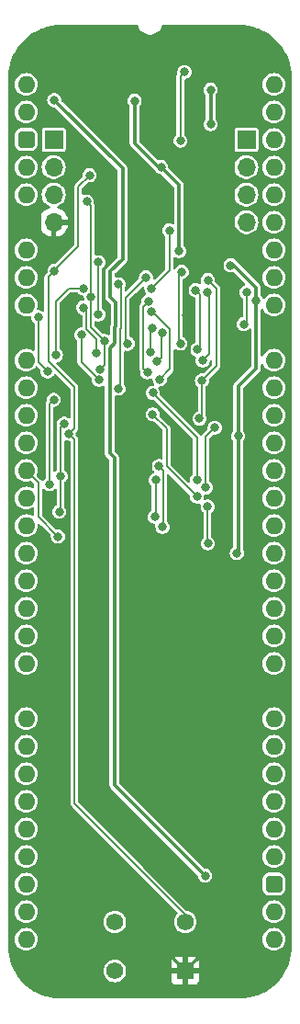
<source format=gbl>
%TF.GenerationSoftware,KiCad,Pcbnew,7.0.5*%
%TF.CreationDate,2024-02-19T09:51:17+02:00*%
%TF.ProjectId,Dual MPU Clock Generator,4475616c-204d-4505-9520-436c6f636b20,rev?*%
%TF.SameCoordinates,PX54c81a0PY37b6b20*%
%TF.FileFunction,Copper,L2,Bot*%
%TF.FilePolarity,Positive*%
%FSLAX46Y46*%
G04 Gerber Fmt 4.6, Leading zero omitted, Abs format (unit mm)*
G04 Created by KiCad (PCBNEW 7.0.5) date 2024-02-19 09:51:17*
%MOMM*%
%LPD*%
G01*
G04 APERTURE LIST*
G04 Aperture macros list*
%AMRoundRect*
0 Rectangle with rounded corners*
0 $1 Rounding radius*
0 $2 $3 $4 $5 $6 $7 $8 $9 X,Y pos of 4 corners*
0 Add a 4 corners polygon primitive as box body*
4,1,4,$2,$3,$4,$5,$6,$7,$8,$9,$2,$3,0*
0 Add four circle primitives for the rounded corners*
1,1,$1+$1,$2,$3*
1,1,$1+$1,$4,$5*
1,1,$1+$1,$6,$7*
1,1,$1+$1,$8,$9*
0 Add four rect primitives between the rounded corners*
20,1,$1+$1,$2,$3,$4,$5,0*
20,1,$1+$1,$4,$5,$6,$7,0*
20,1,$1+$1,$6,$7,$8,$9,0*
20,1,$1+$1,$8,$9,$2,$3,0*%
G04 Aperture macros list end*
%TA.AperFunction,ComponentPad*%
%ADD10O,1.600000X1.600000*%
%TD*%
%TA.AperFunction,ComponentPad*%
%ADD11RoundRect,0.400000X-0.400000X-0.400000X0.400000X-0.400000X0.400000X0.400000X-0.400000X0.400000X0*%
%TD*%
%TA.AperFunction,ComponentPad*%
%ADD12R,1.600000X1.600000*%
%TD*%
%TA.AperFunction,ComponentPad*%
%ADD13R,1.700000X1.700000*%
%TD*%
%TA.AperFunction,ComponentPad*%
%ADD14O,1.700000X1.700000*%
%TD*%
%TA.AperFunction,ComponentPad*%
%ADD15R,1.575000X1.575000*%
%TD*%
%TA.AperFunction,ComponentPad*%
%ADD16C,1.575000*%
%TD*%
%TA.AperFunction,ViaPad*%
%ADD17C,0.800000*%
%TD*%
%TA.AperFunction,Conductor*%
%ADD18C,0.380000*%
%TD*%
%TA.AperFunction,Conductor*%
%ADD19C,0.200000*%
%TD*%
G04 APERTURE END LIST*
D10*
%TO.P,J1,1,Pin_1*%
%TO.N,unconnected-(J1-Pin_1-Pad1)*%
X0Y0D03*
%TO.P,J1,2,Pin_2*%
%TO.N,unconnected-(J1-Pin_2-Pad2)*%
X0Y-2540000D03*
D11*
%TO.P,J1,3,Pin_3*%
%TO.N,/5V*%
X0Y-5080000D03*
D10*
%TO.P,J1,4,Pin_4*%
%TO.N,/~{Reset} CLK*%
X0Y-7620000D03*
%TO.P,J1,5,Pin_5*%
%TO.N,unconnected-(J1-Pin_5-Pad5)*%
X0Y-10160000D03*
%TO.P,J1,6,Pin_6*%
%TO.N,/GND*%
X0Y-12700000D03*
%TO.P,J1,7,Pin_7*%
%TO.N,unconnected-(J1-Pin_7-Pad7)*%
X0Y-15240000D03*
%TO.P,J1,8,Pin_8*%
%TO.N,unconnected-(J1-Pin_8-Pad8)*%
X0Y-17780000D03*
%TO.P,J1,9,Pin_9*%
%TO.N,/~{Reset}*%
X0Y-20320000D03*
D12*
%TO.P,J1,10,Pin_10*%
%TO.N,/GND*%
X0Y-22860000D03*
D10*
%TO.P,J1,11,Pin_11*%
%TO.N,/~{MPU Clock0}*%
X0Y-25400000D03*
%TO.P,J1,12,Pin_12*%
%TO.N,/~{Main Access0}*%
X0Y-27940000D03*
%TO.P,J1,13,Pin_13*%
%TO.N,/~{Reset Switch}*%
X0Y-30480000D03*
%TO.P,J1,14,Pin_14*%
%TO.N,/~{MPU Clock1}*%
X0Y-33020000D03*
%TO.P,J1,15,Pin_15*%
%TO.N,/~{Main Access1}*%
X0Y-35560000D03*
%TO.P,J1,16,Pin_16*%
%TO.N,unconnected-(J1-Pin_16-Pad16)*%
X0Y-38100000D03*
%TO.P,J1,17,Pin_17*%
%TO.N,/~{MPU Clock2}*%
X0Y-40640000D03*
%TO.P,J1,18,Pin_18*%
%TO.N,/~{Main Access2}*%
X0Y-43180000D03*
%TO.P,J1,19,Pin_19*%
%TO.N,unconnected-(J1-Pin_19-Pad19)*%
X0Y-45720000D03*
%TO.P,J1,20,Pin_20*%
%TO.N,/~{MPU Clock3}*%
X0Y-48260000D03*
%TO.P,J1,21,Pin_21*%
%TO.N,/~{Main Access3}*%
X0Y-50800000D03*
%TO.P,J1,22,Pin_22*%
%TO.N,unconnected-(J1-Pin_22-Pad22)*%
X0Y-53340000D03*
D12*
%TO.P,J1,23,Pin_23*%
%TO.N,/GND*%
X0Y-55880000D03*
D10*
%TO.P,J1,24,Pin_24*%
%TO.N,unconnected-(J1-Pin_24-Pad24)*%
X0Y-58420000D03*
%TO.P,J1,25,Pin_25*%
%TO.N,unconnected-(J1-Pin_25-Pad25)*%
X0Y-60960000D03*
%TO.P,J1,26,Pin_26*%
%TO.N,unconnected-(J1-Pin_26-Pad26)*%
X0Y-63500000D03*
%TO.P,J1,27,Pin_27*%
%TO.N,unconnected-(J1-Pin_27-Pad27)*%
X0Y-66040000D03*
%TO.P,J1,28,Pin_28*%
%TO.N,unconnected-(J1-Pin_28-Pad28)*%
X0Y-68580000D03*
%TO.P,J1,29,Pin_29*%
%TO.N,unconnected-(J1-Pin_29-Pad29)*%
X0Y-71120000D03*
%TO.P,J1,30,Pin_30*%
%TO.N,unconnected-(J1-Pin_30-Pad30)*%
X0Y-73660000D03*
%TO.P,J1,31,Pin_31*%
%TO.N,unconnected-(J1-Pin_31-Pad31)*%
X0Y-76200000D03*
%TO.P,J1,32,Pin_32*%
%TO.N,unconnected-(J1-Pin_32-Pad32)*%
X0Y-78740000D03*
%TO.P,J1,33,Pin_33*%
%TO.N,unconnected-(J1-Pin_33-Pad33)*%
X22860000Y-78740000D03*
%TO.P,J1,34,Pin_34*%
%TO.N,unconnected-(J1-Pin_34-Pad34)*%
X22860000Y-76200000D03*
D11*
%TO.P,J1,35,Pin_35*%
%TO.N,/5V*%
X22860000Y-73660000D03*
D10*
%TO.P,J1,36,Pin_36*%
%TO.N,unconnected-(J1-Pin_36-Pad36)*%
X22860000Y-71120000D03*
%TO.P,J1,37,Pin_37*%
%TO.N,unconnected-(J1-Pin_37-Pad37)*%
X22860000Y-68580000D03*
%TO.P,J1,38,Pin_38*%
%TO.N,unconnected-(J1-Pin_38-Pad38)*%
X22860000Y-66040000D03*
%TO.P,J1,39,Pin_39*%
%TO.N,unconnected-(J1-Pin_39-Pad39)*%
X22860000Y-63500000D03*
%TO.P,J1,40,Pin_40*%
%TO.N,unconnected-(J1-Pin_40-Pad40)*%
X22860000Y-60960000D03*
%TO.P,J1,41,Pin_41*%
%TO.N,unconnected-(J1-Pin_41-Pad41)*%
X22860000Y-58420000D03*
D12*
%TO.P,J1,42,Pin_42*%
%TO.N,/GND*%
X22860000Y-55880000D03*
D10*
%TO.P,J1,43,Pin_43*%
%TO.N,unconnected-(J1-Pin_43-Pad43)*%
X22860000Y-53340000D03*
%TO.P,J1,44,Pin_44*%
%TO.N,unconnected-(J1-Pin_44-Pad44)*%
X22860000Y-50800000D03*
%TO.P,J1,45,Pin_45*%
%TO.N,unconnected-(J1-Pin_45-Pad45)*%
X22860000Y-48260000D03*
%TO.P,J1,46,Pin_46*%
%TO.N,unconnected-(J1-Pin_46-Pad46)*%
X22860000Y-45720000D03*
%TO.P,J1,47,Pin_47*%
%TO.N,unconnected-(J1-Pin_47-Pad47)*%
X22860000Y-43180000D03*
%TO.P,J1,48,Pin_48*%
%TO.N,unconnected-(J1-Pin_48-Pad48)*%
X22860000Y-40640000D03*
%TO.P,J1,49,Pin_49*%
%TO.N,unconnected-(J1-Pin_49-Pad49)*%
X22860000Y-38100000D03*
%TO.P,J1,50,Pin_50*%
%TO.N,unconnected-(J1-Pin_50-Pad50)*%
X22860000Y-35560000D03*
%TO.P,J1,51,Pin_51*%
%TO.N,unconnected-(J1-Pin_51-Pad51)*%
X22860000Y-33020000D03*
%TO.P,J1,52,Pin_52*%
%TO.N,unconnected-(J1-Pin_52-Pad52)*%
X22860000Y-30480000D03*
%TO.P,J1,53,Pin_53*%
%TO.N,unconnected-(J1-Pin_53-Pad53)*%
X22860000Y-27940000D03*
%TO.P,J1,54,Pin_54*%
%TO.N,unconnected-(J1-Pin_54-Pad54)*%
X22860000Y-25400000D03*
D12*
%TO.P,J1,55,Pin_55*%
%TO.N,/GND*%
X22860000Y-22860000D03*
D10*
%TO.P,J1,56,Pin_56*%
%TO.N,unconnected-(J1-Pin_56-Pad56)*%
X22860000Y-20320000D03*
%TO.P,J1,57,Pin_57*%
%TO.N,unconnected-(J1-Pin_57-Pad57)*%
X22860000Y-17780000D03*
%TO.P,J1,58,Pin_58*%
%TO.N,unconnected-(J1-Pin_58-Pad58)*%
X22860000Y-15240000D03*
%TO.P,J1,59,Pin_59*%
%TO.N,/CLK*%
X22860000Y-12700000D03*
%TO.P,J1,60,Pin_60*%
%TO.N,unconnected-(J1-Pin_60-Pad60)*%
X22860000Y-10160000D03*
%TO.P,J1,61,Pin_61*%
%TO.N,/3.3V*%
X22860000Y-7620000D03*
%TO.P,J1,62,Pin_62*%
%TO.N,unconnected-(J1-Pin_62-Pad62)*%
X22860000Y-5080000D03*
%TO.P,J1,63,Pin_63*%
%TO.N,unconnected-(J1-Pin_63-Pad63)*%
X22860000Y-2540000D03*
%TO.P,J1,64,Pin_64*%
%TO.N,unconnected-(J1-Pin_64-Pad64)*%
X22860000Y0D03*
%TD*%
D13*
%TO.P,J2,1,Pin_1*%
%TO.N,/5V*%
X2540000Y-5080000D03*
D14*
%TO.P,J2,2,Pin_2*%
%TO.N,/~{Reset} CLK*%
X2540000Y-7620000D03*
%TO.P,J2,3,Pin_3*%
%TO.N,unconnected-(J2-Pin_3-Pad3)*%
X2540000Y-10160000D03*
%TO.P,J2,4,Pin_4*%
%TO.N,/GND*%
X2540000Y-12700000D03*
%TD*%
D15*
%TO.P,S2,1,C1*%
%TO.N,/GND*%
X14680000Y-81661000D03*
D16*
%TO.P,S2,2,C2*%
%TO.N,unconnected-(S2-C2-Pad2)*%
X8180000Y-81661000D03*
%TO.P,S2,3,N1*%
%TO.N,/~{Reset Switch}*%
X14680000Y-77161000D03*
%TO.P,S2,4,N2*%
%TO.N,unconnected-(S2-N2-Pad4)*%
X8180000Y-77161000D03*
%TD*%
D13*
%TO.P,J3,1,Pin_1*%
%TO.N,unconnected-(J3-Pin_1-Pad1)*%
X20320000Y-5080000D03*
D14*
%TO.P,J3,2,Pin_2*%
%TO.N,/3.3V*%
X20320000Y-7620000D03*
%TO.P,J3,3,Pin_3*%
%TO.N,unconnected-(J3-Pin_3-Pad3)*%
X20320000Y-10160000D03*
%TO.P,J3,4,Pin_4*%
%TO.N,/CLK*%
X20320000Y-12700000D03*
%TD*%
D17*
%TO.N,/GND*%
X19050000Y1347000D03*
%TO.N,/5V*%
X17018000Y-3683000D03*
%TO.N,/~{Reset Switch}*%
X14224000Y-5207000D03*
%TO.N,/3.3V*%
X12446000Y-7620000D03*
%TO.N,/~{Reset Switch}*%
X14605003Y1143003D03*
%TO.N,/5V*%
X17018000Y-508000D03*
X16510000Y-72898000D03*
X2590615Y-1473385D03*
%TO.N,/GND*%
X5885975Y-32568975D03*
X4572000Y-21844000D03*
X7303211Y-22025000D03*
X7747000Y-14223996D03*
X15875000Y-11683988D03*
X8889998Y-29845000D03*
X14797000Y-21253992D03*
X15875000Y-16129000D03*
X11811000Y-33654994D03*
X10540998Y-40893994D03*
X9905991Y-21971000D03*
X7746994Y-11811000D03*
X8889998Y-32511994D03*
X11429998Y1397000D03*
X6350000Y-44450000D03*
X1397000Y1270000D03*
X12700000Y-44450000D03*
X9525000Y-27686000D03*
%TO.N,/3.3V*%
X21215223Y-19944186D03*
X14097006Y-15367000D03*
X10002996Y-1523992D03*
X18863901Y-16679131D03*
X19558000Y-32385000D03*
X19431000Y-43180000D03*
%TO.N,/~{Reset}_{2}*%
X1117600Y-21437600D03*
X1974946Y-26433847D03*
%TO.N,/CLK_{2}*%
X8537000Y-18415000D03*
X8509000Y-28017994D03*
%TO.N,/~{Q}*%
X11556999Y-20955001D03*
X12318998Y-27178000D03*
%TO.N,/Q*%
X11176000Y-26543000D03*
X11282278Y-19993473D03*
%TO.N,/~{Reset}*%
X6674185Y-16383000D03*
X6674185Y-21181860D03*
%TO.N,/~{Q}_{f}*%
X12065000Y-25527000D03*
X12573000Y-22846976D03*
%TO.N,/~{MPU Clock0}*%
X15748010Y-36402994D03*
X11684000Y-28417994D03*
%TO.N,/~{MPU Clock1}*%
X17399000Y-31623000D03*
X16572718Y-37129618D03*
%TO.N,/~{Main Access0}*%
X11672780Y-30397994D03*
X15748000Y-37972994D03*
%TO.N,/~{Main Access1}*%
X2921000Y-41656000D03*
X16764000Y-42291000D03*
X16742681Y-38898856D03*
%TO.N,/~{CLK}*%
X2741999Y-24944001D03*
X5274185Y-18784493D03*
%TO.N,/CLK*%
X13208000Y-13462000D03*
X11557000Y-18796000D03*
%TO.N,/Q_{f}*%
X11649023Y-22464523D03*
X11498683Y-24683907D03*
%TO.N,/Q_{fs}*%
X15649000Y-18946293D03*
X15812496Y-24448498D03*
%TO.N,/~{Q}_{fs}*%
X16284057Y-25444815D03*
X16713524Y-19163992D03*
%TO.N,/Q_{s}*%
X2159000Y-36829994D03*
X2540000Y-29055000D03*
%TO.N,/~{Q}_{s}*%
X3175000Y-36067994D03*
X16764000Y-18028814D03*
X15996035Y-30797994D03*
X16218875Y-27282644D03*
X3048012Y-39369994D03*
X3506012Y-31264226D03*
%TO.N,/~{CLK}_{s}*%
X11049000Y-17780000D03*
X9389994Y-23883033D03*
%TO.N,/~{Reset}_{2s}*%
X5974185Y-19564224D03*
X6809543Y-26227000D03*
X14223998Y-23876000D03*
X14351000Y-17272000D03*
X5588000Y-10795000D03*
X7210462Y-23625000D03*
%TO.N,/CLK_{2s}*%
X5089987Y-23060160D03*
X20066012Y-22098000D03*
X20332885Y-19163998D03*
X6711178Y-27222153D03*
%TO.N,Net-(IC4-Y7)*%
X12573000Y-40766994D03*
X12254000Y-35166436D03*
%TO.N,Net-(IC4-Y6)*%
X11861475Y-39827519D03*
X11938000Y-36448994D03*
%TO.N,/Reset_{2s}*%
X6477000Y-24727200D03*
X5269000Y-20574000D03*
%TO.N,/~{Reset Switch}*%
X5842002Y-8382000D03*
X2612875Y-17173075D03*
X3919156Y-32174894D03*
%TD*%
D18*
%TO.N,/GND*%
X23288000Y-19050000D02*
X24050000Y-19812000D01*
X24050000Y-20193000D02*
X24050000Y-21670000D01*
X24050000Y-19812000D02*
X24050000Y-20193000D01*
X22352000Y-19050000D02*
X23288000Y-19050000D01*
X23288000Y-19050000D02*
X24050000Y-18288000D01*
X15875000Y-16129000D02*
X16256000Y-15748000D01*
X16256000Y-15748000D02*
X19050000Y-15748000D01*
X24050000Y-14747085D02*
X24050000Y-18288000D01*
X19050000Y-15748000D02*
X22352000Y-19050000D01*
X24050000Y-21670000D02*
X22860000Y-22860000D01*
X23272915Y-13970000D02*
X24050000Y-14747085D01*
X19836375Y-13970000D02*
X23272915Y-13970000D01*
X19050000Y-13183625D02*
X19836375Y-13970000D01*
X19050000Y1347000D02*
X19050000Y-13183625D01*
%TO.N,/3.3V*%
X14097006Y-9271006D02*
X12446000Y-7620000D01*
X12192000Y-7620000D02*
X12446000Y-7620000D01*
X10002996Y-1523992D02*
X10002996Y-5430996D01*
X10002996Y-5430996D02*
X12192000Y-7620000D01*
X14097006Y-15367000D02*
X14097006Y-9271006D01*
D19*
%TO.N,/~{Reset Switch}*%
X14224000Y762000D02*
X14605003Y1143003D01*
X14224000Y-5207000D02*
X14224000Y762000D01*
X2032000Y-17753950D02*
X2612875Y-17173075D01*
X2032000Y-25500950D02*
X2032000Y-17753950D01*
X4444998Y-31649052D02*
X4444998Y-27913948D01*
X3919156Y-32174894D02*
X4444998Y-31649052D01*
X4444998Y-27913948D02*
X2032000Y-25500950D01*
X2612875Y-17128925D02*
X2612875Y-17173075D01*
X4807000Y-14934800D02*
X2612875Y-17128925D01*
X5842002Y-8382000D02*
X4807000Y-9417002D01*
X4807000Y-9417002D02*
X4807000Y-14934800D01*
%TO.N,/~{Reset}_{2}*%
X1117600Y-25576501D02*
X1117600Y-21437600D01*
X1974946Y-26433847D02*
X1117600Y-25576501D01*
D18*
%TO.N,/5V*%
X17018000Y-508000D02*
X17018000Y-3683000D01*
%TO.N,/GND*%
X15875000Y-7975229D02*
X15875000Y-11683988D01*
X11429998Y-3530227D02*
X15875000Y-7975229D01*
X11429998Y1397000D02*
X11429998Y-3530227D01*
X15875000Y-16129000D02*
X15875000Y-11683988D01*
X7746994Y-7746994D02*
X1397000Y-1397000D01*
X1397000Y-1397000D02*
X1397000Y1270000D01*
X7746994Y-11811000D02*
X7746994Y-7746994D01*
%TO.N,/5V*%
X2641230Y-1524000D02*
X2590615Y-1473385D01*
X8890000Y-7747000D02*
X2667000Y-1524000D01*
X2667000Y-1524000D02*
X2641230Y-1524000D01*
%TO.N,/GND*%
X4064000Y-66566964D02*
X4064000Y-71045000D01*
X3955000Y-66457965D02*
X4064000Y-66566964D01*
X0Y-55880000D02*
X3955000Y-59835000D01*
X3955000Y-59835000D02*
X3955000Y-66457965D01*
X4064000Y-71045000D02*
X14680000Y-81661000D01*
X20320000Y-58420000D02*
X22860000Y-55880000D01*
X20320000Y-76021000D02*
X20320000Y-58420000D01*
X14680000Y-81661000D02*
X20320000Y-76021000D01*
%TO.N,/5V*%
X8258001Y-20069001D02*
X7747000Y-19558000D01*
X7713000Y-34002000D02*
X7713000Y-24291000D01*
X8200000Y-22356231D02*
X8258001Y-22298230D01*
X8128000Y-64516000D02*
X8128000Y-34417000D01*
X7747000Y-17247658D02*
X8890000Y-16104658D01*
X8890000Y-16104658D02*
X8890000Y-7747000D01*
X8128000Y-34417000D02*
X7713000Y-34002000D01*
X7747000Y-19558000D02*
X7747000Y-17247658D01*
X8258001Y-22298230D02*
X8258001Y-20069001D01*
X16510000Y-72898000D02*
X8128000Y-64516000D01*
X7713000Y-24291000D02*
X8200000Y-23804000D01*
X8200000Y-23804000D02*
X8200000Y-22356231D01*
%TO.N,/GND*%
X10985500Y-40449492D02*
X10540998Y-40893994D01*
X5885975Y-32568975D02*
X5885975Y-27729975D01*
X7164185Y-17010229D02*
X7747000Y-16427414D01*
X7464185Y-21864026D02*
X7464185Y-20854631D01*
X7164185Y-20554631D02*
X7164185Y-17010229D01*
X11811000Y-33654994D02*
X10668000Y-32511994D01*
X7747000Y-16427414D02*
X7747000Y-14223996D01*
X8909224Y-29864226D02*
X8889998Y-29845000D01*
X10985500Y-34607496D02*
X10985500Y-40449492D01*
X9525000Y-29864226D02*
X8909224Y-29864226D01*
X5560000Y-32894950D02*
X5560000Y-43660000D01*
X8889998Y-32511994D02*
X8889998Y-29845000D01*
X14797000Y-17969000D02*
X15875000Y-16891000D01*
X5560000Y-43660000D02*
X6350000Y-44450000D01*
X8889998Y-32511994D02*
X10985500Y-34607496D01*
X7747000Y-11811006D02*
X7746994Y-11811000D01*
X4191000Y-22225000D02*
X4572000Y-21844000D01*
X7303211Y-22025000D02*
X7464185Y-21864026D01*
X10668000Y-32511994D02*
X8889998Y-32511994D01*
X14797000Y-21253992D02*
X14797000Y-17969000D01*
X7464185Y-20854631D02*
X7164185Y-20554631D01*
X9525000Y-27686000D02*
X10179994Y-27031006D01*
X10179994Y-22245003D02*
X9905991Y-21971000D01*
X9525000Y-27686000D02*
X9525000Y-29864226D01*
X10179994Y-27031006D02*
X10179994Y-22245003D01*
X5885975Y-32568975D02*
X5560000Y-32894950D01*
X4191000Y-26035000D02*
X4191000Y-22225000D01*
X15875000Y-16891000D02*
X15875000Y-16129000D01*
X7747000Y-14223996D02*
X7747000Y-11811006D01*
X5885975Y-27729975D02*
X4191000Y-26035000D01*
%TO.N,/3.3V*%
X21215223Y-18733467D02*
X19160887Y-16679131D01*
X21215223Y-26155777D02*
X19558000Y-27813000D01*
X19160887Y-16679131D02*
X18863901Y-16679131D01*
X19558000Y-27813000D02*
X19558000Y-32385000D01*
X21215223Y-19944186D02*
X21215223Y-18733467D01*
X19558000Y-43053000D02*
X19431000Y-43180000D01*
X19558000Y-32385000D02*
X19558000Y-43053000D01*
X21215223Y-19944186D02*
X21215223Y-26155777D01*
D19*
%TO.N,/CLK_{2}*%
X8690000Y-22559195D02*
X8748001Y-22501194D01*
X8748001Y-18626001D02*
X8537000Y-18415000D01*
X8748001Y-22501194D02*
X8748001Y-18626001D01*
X8690000Y-27836994D02*
X8690000Y-22559195D01*
X8509000Y-28017994D02*
X8690000Y-27836994D01*
%TO.N,/~{Q}*%
X11670975Y-20955001D02*
X11556999Y-20955001D01*
X13273000Y-26223998D02*
X13273000Y-22557026D01*
X13273000Y-22557026D02*
X11670975Y-20955001D01*
X12318998Y-27178000D02*
X13273000Y-26223998D01*
%TO.N,/Q*%
X10795000Y-20480751D02*
X11282278Y-19993473D01*
X10795000Y-26162000D02*
X10795000Y-20480751D01*
X11176000Y-26543000D02*
X10795000Y-26162000D01*
%TO.N,/~{Reset}*%
X6674185Y-21181860D02*
X6674185Y-16383000D01*
%TO.N,/~{Q}_{f}*%
X12446000Y-22973976D02*
X12573000Y-22846976D01*
X12446000Y-25146000D02*
X12446000Y-22973976D01*
X12065000Y-25527000D02*
X12446000Y-25146000D01*
%TO.N,/~{MPU Clock0}*%
X11684000Y-28448000D02*
X11684000Y-28417994D01*
X15748010Y-36402994D02*
X15748010Y-32512010D01*
X15748010Y-32512010D02*
X11684000Y-28448000D01*
%TO.N,/~{MPU Clock1}*%
X16572718Y-32449282D02*
X17399000Y-31623000D01*
X16572718Y-37129618D02*
X16572718Y-32449282D01*
%TO.N,/~{Main Access0}*%
X15748000Y-37972994D02*
X12954000Y-35178994D01*
X12954000Y-35178994D02*
X12954000Y-31679214D01*
X12954000Y-31679214D02*
X11672780Y-30397994D01*
%TO.N,/~{Main Access1}*%
X0Y-35560000D02*
X1100000Y-36660000D01*
X1100000Y-36660000D02*
X1100000Y-39835000D01*
X16742681Y-42269681D02*
X16764000Y-42291000D01*
X1100000Y-39835000D02*
X2921000Y-41656000D01*
X16742681Y-38898856D02*
X16742681Y-42269681D01*
%TO.N,/~{CLK}*%
X2741999Y-19991001D02*
X3948507Y-18784493D01*
X2741999Y-24944001D02*
X2741999Y-19991001D01*
X3948507Y-18784493D02*
X5274185Y-18784493D01*
%TO.N,/CLK*%
X13208000Y-17145000D02*
X13208000Y-13462000D01*
X11557000Y-18796000D02*
X13208000Y-17145000D01*
%TO.N,/Q_{f}*%
X11498683Y-22614863D02*
X11649023Y-22464523D01*
X11498683Y-24683907D02*
X11498683Y-22614863D01*
%TO.N,/Q_{fs}*%
X16002000Y-19299293D02*
X15649000Y-18946293D01*
X16002000Y-24258994D02*
X16002000Y-19299293D01*
X15812496Y-24448498D02*
X16002000Y-24258994D01*
%TO.N,/~{Q}_{fs}*%
X16872000Y-19322468D02*
X16713524Y-19163992D01*
X16284057Y-25444815D02*
X16872000Y-24856872D01*
X16872000Y-24856872D02*
X16872000Y-19322468D01*
%TO.N,/Q_{s}*%
X2159000Y-29436000D02*
X2540000Y-29055000D01*
X2159000Y-36829994D02*
X2159000Y-29436000D01*
%TO.N,/~{Q}_{s}*%
X17532793Y-18797607D02*
X16764000Y-18028814D01*
X3175000Y-39243006D02*
X3048012Y-39369994D01*
X3175000Y-36067994D02*
X3175000Y-39243006D01*
X17532793Y-25968726D02*
X17532793Y-18797607D01*
X16218875Y-27282644D02*
X16218875Y-30575154D01*
X16218875Y-27282644D02*
X17532793Y-25968726D01*
X16218875Y-30575154D02*
X15996035Y-30797994D01*
X3175000Y-31595238D02*
X3506012Y-31264226D01*
X3175000Y-38100000D02*
X3175000Y-31595238D01*
%TO.N,/~{CLK}_{s}*%
X9148001Y-23641040D02*
X9389994Y-23883033D01*
X11049000Y-17780000D02*
X9148001Y-19680999D01*
X9148001Y-19680999D02*
X9148001Y-23641040D01*
%TO.N,/~{Reset}_{2s}*%
X7223000Y-23637538D02*
X7210462Y-23625000D01*
X7223000Y-25813543D02*
X7223000Y-23637538D01*
X6809543Y-26227000D02*
X7223000Y-25813543D01*
X5974185Y-19564224D02*
X5974185Y-11181185D01*
X14351000Y-17272000D02*
X14097000Y-17526000D01*
X14097000Y-17526000D02*
X14097000Y-23749002D01*
X5974185Y-22388723D02*
X7210462Y-23625000D01*
X14097000Y-23749002D02*
X14223998Y-23876000D01*
X5974185Y-11181185D02*
X5588000Y-10795000D01*
X5974185Y-19564224D02*
X5974185Y-22388723D01*
%TO.N,/CLK_{2s}*%
X6711178Y-27222153D02*
X5089987Y-25600962D01*
X5089987Y-25600962D02*
X5089987Y-23060160D01*
X20332885Y-21831127D02*
X20066012Y-22098000D01*
X20332885Y-19163998D02*
X20332885Y-21831127D01*
%TO.N,Net-(IC4-Y7)*%
X12638000Y-35550436D02*
X12254000Y-35166436D01*
X12638000Y-40701994D02*
X12638000Y-35550436D01*
X12573000Y-40766994D02*
X12638000Y-40701994D01*
%TO.N,Net-(IC4-Y6)*%
X11938000Y-36448994D02*
X11938000Y-39750994D01*
X11938000Y-39750994D02*
X11861475Y-39827519D01*
%TO.N,/Reset_{2s}*%
X5522000Y-22502224D02*
X5522000Y-20827000D01*
X6477000Y-23457224D02*
X5522000Y-22502224D01*
X5522000Y-20827000D02*
X5269000Y-20574000D01*
X6477000Y-24727200D02*
X6477000Y-23457224D01*
%TO.N,/~{Reset Switch}*%
X14680000Y-76490000D02*
X4444998Y-66254998D01*
X4444998Y-32700736D02*
X3919156Y-32174894D01*
X4444998Y-66254998D02*
X4444998Y-32700736D01*
%TD*%
%TA.AperFunction,Conductor*%
%TO.N,/GND*%
G36*
X21723552Y5013042D02*
G01*
X21728422Y5010771D01*
X22097371Y4818709D01*
X22102020Y4816024D01*
X22452809Y4592546D01*
X22457231Y4589450D01*
X22787197Y4336259D01*
X22791342Y4332780D01*
X23063881Y4083043D01*
X23097975Y4051802D01*
X23101801Y4047976D01*
X23382779Y3741343D01*
X23386258Y3737198D01*
X23639449Y3407232D01*
X23642548Y3402806D01*
X23866018Y3052028D01*
X23868712Y3047365D01*
X24060761Y2678441D01*
X24063048Y2673537D01*
X24222208Y2289291D01*
X24224059Y2284206D01*
X24349125Y1887550D01*
X24350525Y1882323D01*
X24440543Y1476275D01*
X24441483Y1470946D01*
X24495768Y1058607D01*
X24496240Y1053216D01*
X24514441Y636351D01*
X24514500Y633647D01*
X24514500Y-79373646D01*
X24514441Y-79376350D01*
X24496240Y-79793215D01*
X24495768Y-79798606D01*
X24441483Y-80210945D01*
X24440543Y-80216274D01*
X24350525Y-80622322D01*
X24349125Y-80627549D01*
X24224059Y-81024205D01*
X24222208Y-81029290D01*
X24063048Y-81413536D01*
X24060761Y-81418440D01*
X23868719Y-81787351D01*
X23866013Y-81792037D01*
X23642553Y-82142798D01*
X23639449Y-82147231D01*
X23386258Y-82477197D01*
X23382779Y-82481342D01*
X23101801Y-82787975D01*
X23097975Y-82791801D01*
X22791342Y-83072779D01*
X22787197Y-83076258D01*
X22457231Y-83329449D01*
X22452798Y-83332553D01*
X22102037Y-83556013D01*
X22097351Y-83558719D01*
X21728440Y-83750761D01*
X21723536Y-83753048D01*
X21463000Y-83860965D01*
X21463000Y-78739999D01*
X21804417Y-78739999D01*
X21824699Y-78945932D01*
X21824700Y-78945934D01*
X21884768Y-79143954D01*
X21982315Y-79326450D01*
X21982317Y-79326452D01*
X22113589Y-79486410D01*
X22210209Y-79565702D01*
X22273550Y-79617685D01*
X22456046Y-79715232D01*
X22654066Y-79775300D01*
X22654065Y-79775300D01*
X22672529Y-79777118D01*
X22860000Y-79795583D01*
X23065934Y-79775300D01*
X23263954Y-79715232D01*
X23446450Y-79617685D01*
X23606410Y-79486410D01*
X23737685Y-79326450D01*
X23835232Y-79143954D01*
X23895300Y-78945934D01*
X23915583Y-78740000D01*
X23895300Y-78534066D01*
X23835232Y-78336046D01*
X23737685Y-78153550D01*
X23685702Y-78090209D01*
X23606410Y-77993589D01*
X23446452Y-77862317D01*
X23446453Y-77862317D01*
X23446450Y-77862315D01*
X23263954Y-77764768D01*
X23065934Y-77704700D01*
X23065932Y-77704699D01*
X23065934Y-77704699D01*
X22860000Y-77684417D01*
X22654067Y-77704699D01*
X22456043Y-77764769D01*
X22345897Y-77823643D01*
X22273550Y-77862315D01*
X22273548Y-77862316D01*
X22273547Y-77862317D01*
X22113589Y-77993589D01*
X21982317Y-78153547D01*
X21884769Y-78336043D01*
X21824699Y-78534067D01*
X21804417Y-78739999D01*
X21463000Y-78739999D01*
X21463000Y-76199999D01*
X21804417Y-76199999D01*
X21824699Y-76405932D01*
X21824700Y-76405934D01*
X21884768Y-76603954D01*
X21982315Y-76786450D01*
X21982317Y-76786452D01*
X22113589Y-76946410D01*
X22210209Y-77025702D01*
X22273550Y-77077685D01*
X22456046Y-77175232D01*
X22654066Y-77235300D01*
X22654065Y-77235300D01*
X22672529Y-77237118D01*
X22860000Y-77255583D01*
X23065934Y-77235300D01*
X23263954Y-77175232D01*
X23446450Y-77077685D01*
X23606410Y-76946410D01*
X23737685Y-76786450D01*
X23835232Y-76603954D01*
X23895300Y-76405934D01*
X23915583Y-76200000D01*
X23895300Y-75994066D01*
X23835232Y-75796046D01*
X23737685Y-75613550D01*
X23685702Y-75550209D01*
X23606410Y-75453589D01*
X23446452Y-75322317D01*
X23446453Y-75322317D01*
X23446450Y-75322315D01*
X23263954Y-75224768D01*
X23065934Y-75164700D01*
X23065932Y-75164699D01*
X23065934Y-75164699D01*
X22860000Y-75144417D01*
X22654067Y-75164699D01*
X22456043Y-75224769D01*
X22345897Y-75283643D01*
X22273550Y-75322315D01*
X22273548Y-75322316D01*
X22273547Y-75322317D01*
X22113589Y-75453589D01*
X21982317Y-75613547D01*
X21884769Y-75796043D01*
X21824699Y-75994067D01*
X21804417Y-76199999D01*
X21463000Y-76199999D01*
X21463000Y-74125701D01*
X21809500Y-74125701D01*
X21812401Y-74162567D01*
X21812402Y-74162573D01*
X21858254Y-74320393D01*
X21858255Y-74320396D01*
X21941917Y-74461862D01*
X21941923Y-74461870D01*
X22058129Y-74578076D01*
X22058133Y-74578079D01*
X22058135Y-74578081D01*
X22199602Y-74661744D01*
X22241224Y-74673836D01*
X22357426Y-74707597D01*
X22357429Y-74707597D01*
X22357431Y-74707598D01*
X22394306Y-74710500D01*
X22394314Y-74710500D01*
X23325686Y-74710500D01*
X23325694Y-74710500D01*
X23362569Y-74707598D01*
X23362571Y-74707597D01*
X23362573Y-74707597D01*
X23404191Y-74695505D01*
X23520398Y-74661744D01*
X23661865Y-74578081D01*
X23778081Y-74461865D01*
X23861744Y-74320398D01*
X23907598Y-74162569D01*
X23910500Y-74125694D01*
X23910500Y-73194306D01*
X23907598Y-73157431D01*
X23861744Y-72999602D01*
X23778081Y-72858135D01*
X23778079Y-72858133D01*
X23778076Y-72858129D01*
X23661870Y-72741923D01*
X23661862Y-72741917D01*
X23520396Y-72658255D01*
X23520393Y-72658254D01*
X23362573Y-72612402D01*
X23362567Y-72612401D01*
X23325701Y-72609500D01*
X23325694Y-72609500D01*
X22394306Y-72609500D01*
X22394298Y-72609500D01*
X22357432Y-72612401D01*
X22357426Y-72612402D01*
X22199606Y-72658254D01*
X22199603Y-72658255D01*
X22058137Y-72741917D01*
X22058129Y-72741923D01*
X21941923Y-72858129D01*
X21941917Y-72858137D01*
X21858255Y-72999603D01*
X21858254Y-72999606D01*
X21812402Y-73157426D01*
X21812401Y-73157432D01*
X21809500Y-73194298D01*
X21809500Y-74125701D01*
X21463000Y-74125701D01*
X21463000Y-71120000D01*
X21804417Y-71120000D01*
X21824699Y-71325932D01*
X21824700Y-71325934D01*
X21884768Y-71523954D01*
X21982315Y-71706450D01*
X21982317Y-71706452D01*
X22113589Y-71866410D01*
X22210209Y-71945702D01*
X22273550Y-71997685D01*
X22456046Y-72095232D01*
X22654066Y-72155300D01*
X22654065Y-72155300D01*
X22672529Y-72157118D01*
X22860000Y-72175583D01*
X23065934Y-72155300D01*
X23263954Y-72095232D01*
X23446450Y-71997685D01*
X23606410Y-71866410D01*
X23737685Y-71706450D01*
X23835232Y-71523954D01*
X23895300Y-71325934D01*
X23915583Y-71120000D01*
X23895300Y-70914066D01*
X23835232Y-70716046D01*
X23737685Y-70533550D01*
X23685702Y-70470209D01*
X23606410Y-70373589D01*
X23446452Y-70242317D01*
X23446453Y-70242317D01*
X23446450Y-70242315D01*
X23263954Y-70144768D01*
X23065934Y-70084700D01*
X23065932Y-70084699D01*
X23065934Y-70084699D01*
X22878463Y-70066235D01*
X22860000Y-70064417D01*
X22859999Y-70064417D01*
X22654067Y-70084699D01*
X22456043Y-70144769D01*
X22345897Y-70203643D01*
X22273550Y-70242315D01*
X22273548Y-70242316D01*
X22273547Y-70242317D01*
X22113589Y-70373589D01*
X21982317Y-70533547D01*
X21884769Y-70716043D01*
X21824699Y-70914067D01*
X21804417Y-71120000D01*
X21463000Y-71120000D01*
X21463000Y-68579999D01*
X21804417Y-68579999D01*
X21824699Y-68785932D01*
X21824700Y-68785934D01*
X21884768Y-68983954D01*
X21982315Y-69166450D01*
X21982317Y-69166452D01*
X22113589Y-69326410D01*
X22210209Y-69405702D01*
X22273550Y-69457685D01*
X22456046Y-69555232D01*
X22654066Y-69615300D01*
X22654065Y-69615300D01*
X22672529Y-69617118D01*
X22860000Y-69635583D01*
X23065934Y-69615300D01*
X23263954Y-69555232D01*
X23446450Y-69457685D01*
X23606410Y-69326410D01*
X23737685Y-69166450D01*
X23835232Y-68983954D01*
X23895300Y-68785934D01*
X23915583Y-68580000D01*
X23895300Y-68374066D01*
X23835232Y-68176046D01*
X23737685Y-67993550D01*
X23685702Y-67930209D01*
X23606410Y-67833589D01*
X23446452Y-67702317D01*
X23446453Y-67702317D01*
X23446450Y-67702315D01*
X23263954Y-67604768D01*
X23065934Y-67544700D01*
X23065932Y-67544699D01*
X23065934Y-67544699D01*
X22860000Y-67524417D01*
X22654067Y-67544699D01*
X22456043Y-67604769D01*
X22345897Y-67663643D01*
X22273550Y-67702315D01*
X22273548Y-67702316D01*
X22273547Y-67702317D01*
X22113589Y-67833589D01*
X21982317Y-67993547D01*
X21884769Y-68176043D01*
X21824699Y-68374067D01*
X21804417Y-68579999D01*
X21463000Y-68579999D01*
X21463000Y-66039999D01*
X21804417Y-66039999D01*
X21824699Y-66245932D01*
X21824700Y-66245934D01*
X21884768Y-66443954D01*
X21982315Y-66626450D01*
X21982317Y-66626452D01*
X22113589Y-66786410D01*
X22210209Y-66865702D01*
X22273550Y-66917685D01*
X22456046Y-67015232D01*
X22654066Y-67075300D01*
X22654065Y-67075300D01*
X22672529Y-67077118D01*
X22860000Y-67095583D01*
X23065934Y-67075300D01*
X23263954Y-67015232D01*
X23446450Y-66917685D01*
X23606410Y-66786410D01*
X23737685Y-66626450D01*
X23835232Y-66443954D01*
X23895300Y-66245934D01*
X23915583Y-66040000D01*
X23895300Y-65834066D01*
X23835232Y-65636046D01*
X23737685Y-65453550D01*
X23685702Y-65390209D01*
X23606410Y-65293589D01*
X23446452Y-65162317D01*
X23446453Y-65162317D01*
X23446450Y-65162315D01*
X23263954Y-65064768D01*
X23065934Y-65004700D01*
X23065932Y-65004699D01*
X23065934Y-65004699D01*
X22860000Y-64984417D01*
X22654067Y-65004699D01*
X22456043Y-65064769D01*
X22345897Y-65123643D01*
X22273550Y-65162315D01*
X22273548Y-65162316D01*
X22273547Y-65162317D01*
X22113589Y-65293589D01*
X21982317Y-65453547D01*
X21884769Y-65636043D01*
X21824699Y-65834067D01*
X21804417Y-66039999D01*
X21463000Y-66039999D01*
X21463000Y-63500000D01*
X21804417Y-63500000D01*
X21824699Y-63705932D01*
X21824700Y-63705934D01*
X21884768Y-63903954D01*
X21982315Y-64086450D01*
X21982317Y-64086452D01*
X22113589Y-64246410D01*
X22210209Y-64325702D01*
X22273550Y-64377685D01*
X22456046Y-64475232D01*
X22654066Y-64535300D01*
X22654065Y-64535300D01*
X22674348Y-64537297D01*
X22860000Y-64555583D01*
X23065934Y-64535300D01*
X23263954Y-64475232D01*
X23446450Y-64377685D01*
X23606410Y-64246410D01*
X23737685Y-64086450D01*
X23835232Y-63903954D01*
X23895300Y-63705934D01*
X23915583Y-63500000D01*
X23895300Y-63294066D01*
X23835232Y-63096046D01*
X23737685Y-62913550D01*
X23685702Y-62850209D01*
X23606410Y-62753589D01*
X23446452Y-62622317D01*
X23446453Y-62622317D01*
X23446450Y-62622315D01*
X23263954Y-62524768D01*
X23065934Y-62464700D01*
X23065932Y-62464699D01*
X23065934Y-62464699D01*
X22878463Y-62446235D01*
X22860000Y-62444417D01*
X22859999Y-62444417D01*
X22654067Y-62464699D01*
X22456043Y-62524769D01*
X22345897Y-62583643D01*
X22273550Y-62622315D01*
X22273548Y-62622316D01*
X22273547Y-62622317D01*
X22113589Y-62753589D01*
X21982317Y-62913547D01*
X21884769Y-63096043D01*
X21824699Y-63294067D01*
X21804417Y-63500000D01*
X21463000Y-63500000D01*
X21463000Y-60960000D01*
X21804417Y-60960000D01*
X21824699Y-61165932D01*
X21824700Y-61165934D01*
X21884768Y-61363954D01*
X21982315Y-61546450D01*
X21982317Y-61546452D01*
X22113589Y-61706410D01*
X22210209Y-61785702D01*
X22273550Y-61837685D01*
X22456046Y-61935232D01*
X22654066Y-61995300D01*
X22654065Y-61995300D01*
X22672529Y-61997118D01*
X22860000Y-62015583D01*
X23065934Y-61995300D01*
X23263954Y-61935232D01*
X23446450Y-61837685D01*
X23606410Y-61706410D01*
X23737685Y-61546450D01*
X23835232Y-61363954D01*
X23895300Y-61165934D01*
X23915583Y-60960000D01*
X23895300Y-60754066D01*
X23835232Y-60556046D01*
X23737685Y-60373550D01*
X23685702Y-60310209D01*
X23606410Y-60213589D01*
X23446452Y-60082317D01*
X23446453Y-60082317D01*
X23446450Y-60082315D01*
X23263954Y-59984768D01*
X23065934Y-59924700D01*
X23065932Y-59924699D01*
X23065934Y-59924699D01*
X22860000Y-59904417D01*
X22654067Y-59924699D01*
X22456043Y-59984769D01*
X22345897Y-60043643D01*
X22273550Y-60082315D01*
X22273548Y-60082316D01*
X22273547Y-60082317D01*
X22113589Y-60213589D01*
X21982317Y-60373547D01*
X21884769Y-60556043D01*
X21824699Y-60754067D01*
X21804417Y-60960000D01*
X21463000Y-60960000D01*
X21463000Y-58420000D01*
X21804417Y-58420000D01*
X21824699Y-58625932D01*
X21824700Y-58625934D01*
X21884768Y-58823954D01*
X21982315Y-59006450D01*
X21982317Y-59006452D01*
X22113589Y-59166410D01*
X22210209Y-59245702D01*
X22273550Y-59297685D01*
X22456046Y-59395232D01*
X22654066Y-59455300D01*
X22654065Y-59455300D01*
X22672529Y-59457118D01*
X22860000Y-59475583D01*
X23065934Y-59455300D01*
X23263954Y-59395232D01*
X23446450Y-59297685D01*
X23606410Y-59166410D01*
X23737685Y-59006450D01*
X23835232Y-58823954D01*
X23895300Y-58625934D01*
X23915583Y-58420000D01*
X23895300Y-58214066D01*
X23835232Y-58016046D01*
X23737685Y-57833550D01*
X23685702Y-57770209D01*
X23606410Y-57673589D01*
X23446452Y-57542317D01*
X23446453Y-57542317D01*
X23446450Y-57542315D01*
X23263954Y-57444768D01*
X23065934Y-57384700D01*
X23065932Y-57384699D01*
X23065934Y-57384699D01*
X22860000Y-57364417D01*
X22654067Y-57384699D01*
X22456043Y-57444769D01*
X22345897Y-57503643D01*
X22273550Y-57542315D01*
X22273548Y-57542316D01*
X22273547Y-57542317D01*
X22113589Y-57673589D01*
X21982317Y-57833547D01*
X21884769Y-58016043D01*
X21824699Y-58214067D01*
X21804417Y-58420000D01*
X21463000Y-58420000D01*
X21463000Y-53339999D01*
X21804417Y-53339999D01*
X21824699Y-53545932D01*
X21824700Y-53545934D01*
X21884768Y-53743954D01*
X21982315Y-53926450D01*
X21982317Y-53926452D01*
X22113589Y-54086410D01*
X22210209Y-54165702D01*
X22273550Y-54217685D01*
X22456046Y-54315232D01*
X22654066Y-54375300D01*
X22654065Y-54375300D01*
X22672529Y-54377118D01*
X22860000Y-54395583D01*
X23065934Y-54375300D01*
X23263954Y-54315232D01*
X23446450Y-54217685D01*
X23606410Y-54086410D01*
X23737685Y-53926450D01*
X23835232Y-53743954D01*
X23895300Y-53545934D01*
X23915583Y-53340000D01*
X23895300Y-53134066D01*
X23835232Y-52936046D01*
X23737685Y-52753550D01*
X23685702Y-52690209D01*
X23606410Y-52593589D01*
X23446452Y-52462317D01*
X23446453Y-52462317D01*
X23446450Y-52462315D01*
X23263954Y-52364768D01*
X23065934Y-52304700D01*
X23065932Y-52304699D01*
X23065934Y-52304699D01*
X22878463Y-52286235D01*
X22860000Y-52284417D01*
X22859999Y-52284417D01*
X22654067Y-52304699D01*
X22456043Y-52364769D01*
X22345897Y-52423643D01*
X22273550Y-52462315D01*
X22273548Y-52462316D01*
X22273547Y-52462317D01*
X22113589Y-52593589D01*
X21982317Y-52753547D01*
X21884769Y-52936043D01*
X21824699Y-53134067D01*
X21804417Y-53339999D01*
X21463000Y-53339999D01*
X21463000Y-50800000D01*
X21804417Y-50800000D01*
X21824699Y-51005932D01*
X21824700Y-51005934D01*
X21884768Y-51203954D01*
X21982315Y-51386450D01*
X21982317Y-51386452D01*
X22113589Y-51546410D01*
X22210209Y-51625702D01*
X22273550Y-51677685D01*
X22456046Y-51775232D01*
X22654066Y-51835300D01*
X22654065Y-51835300D01*
X22672529Y-51837118D01*
X22860000Y-51855583D01*
X23065934Y-51835300D01*
X23263954Y-51775232D01*
X23446450Y-51677685D01*
X23606410Y-51546410D01*
X23737685Y-51386450D01*
X23835232Y-51203954D01*
X23895300Y-51005934D01*
X23915583Y-50800000D01*
X23895300Y-50594066D01*
X23835232Y-50396046D01*
X23737685Y-50213550D01*
X23685702Y-50150209D01*
X23606410Y-50053589D01*
X23446452Y-49922317D01*
X23446453Y-49922317D01*
X23446450Y-49922315D01*
X23263954Y-49824768D01*
X23065934Y-49764700D01*
X23065932Y-49764699D01*
X23065934Y-49764699D01*
X22860000Y-49744417D01*
X22654067Y-49764699D01*
X22456043Y-49824769D01*
X22345897Y-49883643D01*
X22273550Y-49922315D01*
X22273548Y-49922316D01*
X22273547Y-49922317D01*
X22113589Y-50053589D01*
X21982317Y-50213547D01*
X21884769Y-50396043D01*
X21824699Y-50594067D01*
X21804417Y-50800000D01*
X21463000Y-50800000D01*
X21463000Y-48260000D01*
X21804417Y-48260000D01*
X21824699Y-48465932D01*
X21824700Y-48465934D01*
X21884768Y-48663954D01*
X21982315Y-48846450D01*
X21982317Y-48846452D01*
X22113589Y-49006410D01*
X22210209Y-49085702D01*
X22273550Y-49137685D01*
X22456046Y-49235232D01*
X22654066Y-49295300D01*
X22654065Y-49295300D01*
X22674347Y-49297297D01*
X22860000Y-49315583D01*
X23065934Y-49295300D01*
X23263954Y-49235232D01*
X23446450Y-49137685D01*
X23606410Y-49006410D01*
X23737685Y-48846450D01*
X23835232Y-48663954D01*
X23895300Y-48465934D01*
X23915583Y-48260000D01*
X23895300Y-48054066D01*
X23835232Y-47856046D01*
X23737685Y-47673550D01*
X23685702Y-47610209D01*
X23606410Y-47513589D01*
X23446452Y-47382317D01*
X23446453Y-47382317D01*
X23446450Y-47382315D01*
X23263954Y-47284768D01*
X23065934Y-47224700D01*
X23065932Y-47224699D01*
X23065934Y-47224699D01*
X22860000Y-47204417D01*
X22654067Y-47224699D01*
X22456043Y-47284769D01*
X22345897Y-47343643D01*
X22273550Y-47382315D01*
X22273548Y-47382316D01*
X22273547Y-47382317D01*
X22113589Y-47513589D01*
X21982317Y-47673547D01*
X21884769Y-47856043D01*
X21824699Y-48054067D01*
X21804417Y-48260000D01*
X21463000Y-48260000D01*
X21463000Y-45720000D01*
X21804417Y-45720000D01*
X21824699Y-45925932D01*
X21824700Y-45925934D01*
X21884768Y-46123954D01*
X21982315Y-46306450D01*
X21982317Y-46306452D01*
X22113589Y-46466410D01*
X22210209Y-46545702D01*
X22273550Y-46597685D01*
X22456046Y-46695232D01*
X22654066Y-46755300D01*
X22654065Y-46755300D01*
X22674348Y-46757297D01*
X22860000Y-46775583D01*
X23065934Y-46755300D01*
X23263954Y-46695232D01*
X23446450Y-46597685D01*
X23606410Y-46466410D01*
X23737685Y-46306450D01*
X23835232Y-46123954D01*
X23895300Y-45925934D01*
X23915583Y-45720000D01*
X23895300Y-45514066D01*
X23835232Y-45316046D01*
X23737685Y-45133550D01*
X23685702Y-45070209D01*
X23606410Y-44973589D01*
X23446452Y-44842317D01*
X23446453Y-44842317D01*
X23446450Y-44842315D01*
X23263954Y-44744768D01*
X23065934Y-44684700D01*
X23065932Y-44684699D01*
X23065934Y-44684699D01*
X22878463Y-44666235D01*
X22860000Y-44664417D01*
X22859999Y-44664417D01*
X22654067Y-44684699D01*
X22456043Y-44744769D01*
X22345897Y-44803643D01*
X22273550Y-44842315D01*
X22273548Y-44842316D01*
X22273547Y-44842317D01*
X22113589Y-44973589D01*
X21982317Y-45133547D01*
X21884769Y-45316043D01*
X21824699Y-45514067D01*
X21804417Y-45720000D01*
X21463000Y-45720000D01*
X21463000Y-43179999D01*
X21804417Y-43179999D01*
X21824699Y-43385932D01*
X21824700Y-43385934D01*
X21884768Y-43583954D01*
X21982315Y-43766450D01*
X21982317Y-43766452D01*
X22113589Y-43926410D01*
X22210209Y-44005702D01*
X22273550Y-44057685D01*
X22456046Y-44155232D01*
X22654066Y-44215300D01*
X22654065Y-44215300D01*
X22672529Y-44217118D01*
X22860000Y-44235583D01*
X23065934Y-44215300D01*
X23263954Y-44155232D01*
X23446450Y-44057685D01*
X23606410Y-43926410D01*
X23737685Y-43766450D01*
X23835232Y-43583954D01*
X23895300Y-43385934D01*
X23915583Y-43180000D01*
X23895300Y-42974066D01*
X23835232Y-42776046D01*
X23737685Y-42593550D01*
X23685702Y-42530209D01*
X23606410Y-42433589D01*
X23446452Y-42302317D01*
X23446453Y-42302317D01*
X23446450Y-42302315D01*
X23263954Y-42204768D01*
X23065934Y-42144700D01*
X23065932Y-42144699D01*
X23065934Y-42144699D01*
X22860000Y-42124417D01*
X22654067Y-42144699D01*
X22456043Y-42204769D01*
X22345897Y-42263643D01*
X22273550Y-42302315D01*
X22273548Y-42302316D01*
X22273547Y-42302317D01*
X22113589Y-42433589D01*
X21982317Y-42593547D01*
X21884769Y-42776043D01*
X21824699Y-42974067D01*
X21804417Y-43179999D01*
X21463000Y-43179999D01*
X21463000Y-40639999D01*
X21804417Y-40639999D01*
X21824699Y-40845932D01*
X21824700Y-40845934D01*
X21884768Y-41043954D01*
X21982315Y-41226450D01*
X21982317Y-41226452D01*
X22113589Y-41386410D01*
X22210209Y-41465702D01*
X22273550Y-41517685D01*
X22456046Y-41615232D01*
X22654066Y-41675300D01*
X22654065Y-41675300D01*
X22674347Y-41677297D01*
X22860000Y-41695583D01*
X23065934Y-41675300D01*
X23263954Y-41615232D01*
X23446450Y-41517685D01*
X23606410Y-41386410D01*
X23737685Y-41226450D01*
X23835232Y-41043954D01*
X23895300Y-40845934D01*
X23915583Y-40640000D01*
X23895300Y-40434066D01*
X23835232Y-40236046D01*
X23737685Y-40053550D01*
X23685702Y-39990209D01*
X23606410Y-39893589D01*
X23446452Y-39762317D01*
X23446453Y-39762317D01*
X23446450Y-39762315D01*
X23263954Y-39664768D01*
X23065934Y-39604700D01*
X23065932Y-39604699D01*
X23065934Y-39604699D01*
X22860000Y-39584417D01*
X22654067Y-39604699D01*
X22456043Y-39664769D01*
X22345897Y-39723643D01*
X22273550Y-39762315D01*
X22273548Y-39762316D01*
X22273547Y-39762317D01*
X22113589Y-39893589D01*
X21982317Y-40053547D01*
X21884769Y-40236043D01*
X21824699Y-40434067D01*
X21804417Y-40639999D01*
X21463000Y-40639999D01*
X21463000Y-38100000D01*
X21804417Y-38100000D01*
X21824699Y-38305932D01*
X21824700Y-38305934D01*
X21884768Y-38503954D01*
X21982315Y-38686450D01*
X21982317Y-38686452D01*
X22113589Y-38846410D01*
X22210209Y-38925702D01*
X22273550Y-38977685D01*
X22456046Y-39075232D01*
X22654066Y-39135300D01*
X22654065Y-39135300D01*
X22674347Y-39137297D01*
X22860000Y-39155583D01*
X23065934Y-39135300D01*
X23263954Y-39075232D01*
X23446450Y-38977685D01*
X23606410Y-38846410D01*
X23737685Y-38686450D01*
X23835232Y-38503954D01*
X23895300Y-38305934D01*
X23915583Y-38100000D01*
X23895300Y-37894066D01*
X23835232Y-37696046D01*
X23737685Y-37513550D01*
X23685702Y-37450209D01*
X23606410Y-37353589D01*
X23446452Y-37222317D01*
X23446453Y-37222317D01*
X23446450Y-37222315D01*
X23263954Y-37124768D01*
X23065934Y-37064700D01*
X23065932Y-37064699D01*
X23065934Y-37064699D01*
X22878463Y-37046235D01*
X22860000Y-37044417D01*
X22859999Y-37044417D01*
X22654067Y-37064699D01*
X22456043Y-37124769D01*
X22345897Y-37183643D01*
X22273550Y-37222315D01*
X22273548Y-37222316D01*
X22273547Y-37222317D01*
X22113589Y-37353589D01*
X21982317Y-37513547D01*
X21884769Y-37696043D01*
X21824699Y-37894067D01*
X21804417Y-38100000D01*
X21463000Y-38100000D01*
X21463000Y-35560000D01*
X21804417Y-35560000D01*
X21824699Y-35765932D01*
X21824700Y-35765934D01*
X21884768Y-35963954D01*
X21982315Y-36146450D01*
X21982317Y-36146452D01*
X22113589Y-36306410D01*
X22210209Y-36385702D01*
X22273550Y-36437685D01*
X22456046Y-36535232D01*
X22654066Y-36595300D01*
X22654065Y-36595300D01*
X22672529Y-36597118D01*
X22860000Y-36615583D01*
X23065934Y-36595300D01*
X23263954Y-36535232D01*
X23446450Y-36437685D01*
X23606410Y-36306410D01*
X23737685Y-36146450D01*
X23835232Y-35963954D01*
X23895300Y-35765934D01*
X23915583Y-35560000D01*
X23895300Y-35354066D01*
X23835232Y-35156046D01*
X23737685Y-34973550D01*
X23685702Y-34910209D01*
X23606410Y-34813589D01*
X23446452Y-34682317D01*
X23446453Y-34682317D01*
X23446450Y-34682315D01*
X23263954Y-34584768D01*
X23065934Y-34524700D01*
X23065932Y-34524699D01*
X23065934Y-34524699D01*
X22878463Y-34506235D01*
X22860000Y-34504417D01*
X22859999Y-34504417D01*
X22654067Y-34524699D01*
X22456043Y-34584769D01*
X22345897Y-34643643D01*
X22273550Y-34682315D01*
X22273548Y-34682316D01*
X22273547Y-34682317D01*
X22113589Y-34813589D01*
X21982317Y-34973547D01*
X21884769Y-35156043D01*
X21824699Y-35354067D01*
X21804417Y-35560000D01*
X21463000Y-35560000D01*
X21463000Y-33019999D01*
X21804417Y-33019999D01*
X21824699Y-33225932D01*
X21824700Y-33225934D01*
X21884768Y-33423954D01*
X21982315Y-33606450D01*
X21982317Y-33606452D01*
X22113589Y-33766410D01*
X22210209Y-33845702D01*
X22273550Y-33897685D01*
X22456046Y-33995232D01*
X22654066Y-34055300D01*
X22654065Y-34055300D01*
X22672529Y-34057118D01*
X22860000Y-34075583D01*
X23065934Y-34055300D01*
X23263954Y-33995232D01*
X23446450Y-33897685D01*
X23606410Y-33766410D01*
X23737685Y-33606450D01*
X23835232Y-33423954D01*
X23895300Y-33225934D01*
X23915583Y-33020000D01*
X23895300Y-32814066D01*
X23835232Y-32616046D01*
X23737685Y-32433550D01*
X23685702Y-32370209D01*
X23606410Y-32273589D01*
X23446452Y-32142317D01*
X23446453Y-32142317D01*
X23446450Y-32142315D01*
X23263954Y-32044768D01*
X23065934Y-31984700D01*
X23065932Y-31984699D01*
X23065934Y-31984699D01*
X22860000Y-31964417D01*
X22654067Y-31984699D01*
X22456043Y-32044769D01*
X22345897Y-32103643D01*
X22273550Y-32142315D01*
X22273548Y-32142316D01*
X22273547Y-32142317D01*
X22113589Y-32273589D01*
X21982317Y-32433547D01*
X21884769Y-32616043D01*
X21824699Y-32814067D01*
X21804417Y-33019999D01*
X21463000Y-33019999D01*
X21463000Y-30479999D01*
X21804417Y-30479999D01*
X21824699Y-30685932D01*
X21824700Y-30685934D01*
X21884768Y-30883954D01*
X21982315Y-31066450D01*
X21982317Y-31066452D01*
X22113589Y-31226410D01*
X22210209Y-31305702D01*
X22273550Y-31357685D01*
X22456046Y-31455232D01*
X22654066Y-31515300D01*
X22654065Y-31515300D01*
X22674347Y-31517297D01*
X22860000Y-31535583D01*
X23065934Y-31515300D01*
X23263954Y-31455232D01*
X23446450Y-31357685D01*
X23606410Y-31226410D01*
X23737685Y-31066450D01*
X23835232Y-30883954D01*
X23895300Y-30685934D01*
X23915583Y-30480000D01*
X23895300Y-30274066D01*
X23835232Y-30076046D01*
X23737685Y-29893550D01*
X23685702Y-29830209D01*
X23606410Y-29733589D01*
X23446452Y-29602317D01*
X23446453Y-29602317D01*
X23446450Y-29602315D01*
X23263954Y-29504768D01*
X23065934Y-29444700D01*
X23065932Y-29444699D01*
X23065934Y-29444699D01*
X22860000Y-29424417D01*
X22654067Y-29444699D01*
X22456043Y-29504769D01*
X22345897Y-29563643D01*
X22273550Y-29602315D01*
X22273548Y-29602316D01*
X22273547Y-29602317D01*
X22113589Y-29733589D01*
X21982317Y-29893547D01*
X21884769Y-30076043D01*
X21824699Y-30274067D01*
X21804417Y-30479999D01*
X21463000Y-30479999D01*
X21463000Y-27940000D01*
X21804417Y-27940000D01*
X21824699Y-28145932D01*
X21851256Y-28233478D01*
X21884768Y-28343954D01*
X21982315Y-28526450D01*
X21982317Y-28526452D01*
X22113589Y-28686410D01*
X22210209Y-28765702D01*
X22273550Y-28817685D01*
X22456046Y-28915232D01*
X22654066Y-28975300D01*
X22654065Y-28975300D01*
X22674347Y-28977297D01*
X22860000Y-28995583D01*
X23065934Y-28975300D01*
X23263954Y-28915232D01*
X23446450Y-28817685D01*
X23606410Y-28686410D01*
X23737685Y-28526450D01*
X23835232Y-28343954D01*
X23895300Y-28145934D01*
X23915583Y-27940000D01*
X23895300Y-27734066D01*
X23835232Y-27536046D01*
X23737685Y-27353550D01*
X23685702Y-27290209D01*
X23606410Y-27193589D01*
X23446452Y-27062317D01*
X23446453Y-27062317D01*
X23446450Y-27062315D01*
X23263954Y-26964768D01*
X23065934Y-26904700D01*
X23065932Y-26904699D01*
X23065934Y-26904699D01*
X22878463Y-26886235D01*
X22860000Y-26884417D01*
X22859999Y-26884417D01*
X22654067Y-26904699D01*
X22456043Y-26964769D01*
X22345897Y-27023643D01*
X22273550Y-27062315D01*
X22273548Y-27062316D01*
X22273547Y-27062317D01*
X22113589Y-27193589D01*
X21982317Y-27353547D01*
X21884769Y-27536043D01*
X21824699Y-27734067D01*
X21804417Y-27940000D01*
X21463000Y-27940000D01*
X21463000Y-26530960D01*
X21506751Y-26487208D01*
X21511919Y-26482589D01*
X21541780Y-26458778D01*
X21573907Y-26411654D01*
X21575209Y-26409819D01*
X21609075Y-26363935D01*
X21609076Y-26363933D01*
X21612964Y-26356575D01*
X21616582Y-26349064D01*
X21616583Y-26349062D01*
X21633389Y-26294573D01*
X21634104Y-26292402D01*
X21639255Y-26277682D01*
X21652933Y-26238596D01*
X21652933Y-26238590D01*
X21654477Y-26230432D01*
X21655723Y-26222171D01*
X21655723Y-26165180D01*
X21655765Y-26162898D01*
X21657898Y-26105900D01*
X21657897Y-26105899D01*
X21656858Y-26096671D01*
X21657711Y-26096574D01*
X21655723Y-26081459D01*
X21655723Y-25870476D01*
X21675408Y-25803437D01*
X21728212Y-25757682D01*
X21797370Y-25747738D01*
X21860926Y-25776763D01*
X21889079Y-25812020D01*
X21982315Y-25986450D01*
X21982317Y-25986452D01*
X22113589Y-26146410D01*
X22136461Y-26165180D01*
X22273550Y-26277685D01*
X22456046Y-26375232D01*
X22654066Y-26435300D01*
X22654065Y-26435300D01*
X22674348Y-26437297D01*
X22860000Y-26455583D01*
X23065934Y-26435300D01*
X23263954Y-26375232D01*
X23446450Y-26277685D01*
X23606410Y-26146410D01*
X23737685Y-25986450D01*
X23835232Y-25803954D01*
X23895300Y-25605934D01*
X23915583Y-25400000D01*
X23895300Y-25194066D01*
X23835232Y-24996046D01*
X23737685Y-24813550D01*
X23685702Y-24750209D01*
X23606410Y-24653589D01*
X23446452Y-24522317D01*
X23446453Y-24522317D01*
X23446450Y-24522315D01*
X23263954Y-24424768D01*
X23065934Y-24364700D01*
X23065932Y-24364699D01*
X23065934Y-24364699D01*
X22860000Y-24344417D01*
X22654067Y-24364699D01*
X22456043Y-24424769D01*
X22345897Y-24483643D01*
X22273550Y-24522315D01*
X22273548Y-24522316D01*
X22273547Y-24522317D01*
X22113589Y-24653589D01*
X21982317Y-24813547D01*
X21889081Y-24987977D01*
X21840118Y-25037821D01*
X21771980Y-25053281D01*
X21706301Y-25029449D01*
X21663932Y-24973891D01*
X21655723Y-24929523D01*
X21655723Y-20790476D01*
X21675408Y-20723437D01*
X21728212Y-20677682D01*
X21797370Y-20667738D01*
X21860926Y-20696763D01*
X21889079Y-20732020D01*
X21982315Y-20906450D01*
X21982317Y-20906452D01*
X22113589Y-21066410D01*
X22210209Y-21145702D01*
X22273550Y-21197685D01*
X22456046Y-21295232D01*
X22654066Y-21355300D01*
X22654065Y-21355300D01*
X22672529Y-21357118D01*
X22860000Y-21375583D01*
X23065934Y-21355300D01*
X23263954Y-21295232D01*
X23446450Y-21197685D01*
X23606410Y-21066410D01*
X23737685Y-20906450D01*
X23835232Y-20723954D01*
X23895300Y-20525934D01*
X23915583Y-20320000D01*
X23895300Y-20114066D01*
X23835232Y-19916046D01*
X23737685Y-19733550D01*
X23676813Y-19659377D01*
X23606410Y-19573589D01*
X23474549Y-19465375D01*
X23446450Y-19442315D01*
X23263954Y-19344768D01*
X23065934Y-19284700D01*
X23065932Y-19284699D01*
X23065934Y-19284699D01*
X22878463Y-19266235D01*
X22860000Y-19264417D01*
X22859999Y-19264417D01*
X22654067Y-19284699D01*
X22456043Y-19344769D01*
X22345898Y-19403643D01*
X22273550Y-19442315D01*
X22273548Y-19442316D01*
X22273547Y-19442317D01*
X22113589Y-19573590D01*
X22014714Y-19694070D01*
X21956969Y-19733404D01*
X21887124Y-19735275D01*
X21827356Y-19699087D01*
X21802920Y-19659379D01*
X21795443Y-19639663D01*
X21705706Y-19509656D01*
X21705704Y-19509654D01*
X21697496Y-19502382D01*
X21660369Y-19443193D01*
X21655723Y-19409567D01*
X21655723Y-18761695D01*
X21656112Y-18754756D01*
X21660388Y-18716811D01*
X21649779Y-18660746D01*
X21649400Y-18658507D01*
X21649276Y-18657682D01*
X21640908Y-18602161D01*
X21640907Y-18602158D01*
X21638454Y-18594205D01*
X21635702Y-18586342D01*
X21635701Y-18586336D01*
X21609064Y-18535937D01*
X21608031Y-18533890D01*
X21583291Y-18482517D01*
X21578626Y-18475674D01*
X21573651Y-18468934D01*
X21533344Y-18428627D01*
X21531762Y-18426984D01*
X21492973Y-18385180D01*
X21485705Y-18379384D01*
X21486240Y-18378712D01*
X21474149Y-18369432D01*
X21463000Y-18358282D01*
X21463000Y-17779999D01*
X21804417Y-17779999D01*
X21824699Y-17985932D01*
X21824700Y-17985934D01*
X21884768Y-18183954D01*
X21982315Y-18366450D01*
X21992378Y-18378712D01*
X22113589Y-18526410D01*
X22205890Y-18602158D01*
X22273550Y-18657685D01*
X22456046Y-18755232D01*
X22654066Y-18815300D01*
X22654065Y-18815300D01*
X22674347Y-18817297D01*
X22860000Y-18835583D01*
X23065934Y-18815300D01*
X23263954Y-18755232D01*
X23446450Y-18657685D01*
X23606410Y-18526410D01*
X23737685Y-18366450D01*
X23835232Y-18183954D01*
X23895300Y-17985934D01*
X23915583Y-17780000D01*
X23895300Y-17574066D01*
X23835232Y-17376046D01*
X23737685Y-17193550D01*
X23685702Y-17130209D01*
X23606410Y-17033589D01*
X23446452Y-16902317D01*
X23446453Y-16902317D01*
X23446450Y-16902315D01*
X23263954Y-16804768D01*
X23065934Y-16744700D01*
X23065932Y-16744699D01*
X23065934Y-16744699D01*
X22860000Y-16724417D01*
X22654067Y-16744699D01*
X22456043Y-16804769D01*
X22345898Y-16863643D01*
X22273550Y-16902315D01*
X22273548Y-16902316D01*
X22273547Y-16902317D01*
X22113589Y-17033589D01*
X21982317Y-17193547D01*
X21884769Y-17376043D01*
X21824699Y-17574067D01*
X21804417Y-17779999D01*
X21463000Y-17779999D01*
X21463000Y-15240000D01*
X21804417Y-15240000D01*
X21824699Y-15445932D01*
X21824700Y-15445934D01*
X21884768Y-15643954D01*
X21982315Y-15826450D01*
X21982317Y-15826452D01*
X22113589Y-15986410D01*
X22210209Y-16065702D01*
X22273550Y-16117685D01*
X22456046Y-16215232D01*
X22654066Y-16275300D01*
X22654065Y-16275300D01*
X22672529Y-16277118D01*
X22860000Y-16295583D01*
X23065934Y-16275300D01*
X23263954Y-16215232D01*
X23446450Y-16117685D01*
X23606410Y-15986410D01*
X23737685Y-15826450D01*
X23835232Y-15643954D01*
X23895300Y-15445934D01*
X23915583Y-15240000D01*
X23895300Y-15034066D01*
X23835232Y-14836046D01*
X23737685Y-14653550D01*
X23685702Y-14590209D01*
X23606410Y-14493589D01*
X23446452Y-14362317D01*
X23446453Y-14362317D01*
X23446450Y-14362315D01*
X23263954Y-14264768D01*
X23065934Y-14204700D01*
X23065932Y-14204699D01*
X23065934Y-14204699D01*
X22878463Y-14186235D01*
X22860000Y-14184417D01*
X22859999Y-14184417D01*
X22654067Y-14204699D01*
X22456043Y-14264769D01*
X22345898Y-14323643D01*
X22273550Y-14362315D01*
X22273548Y-14362316D01*
X22273547Y-14362317D01*
X22113589Y-14493589D01*
X21982317Y-14653547D01*
X21884769Y-14836043D01*
X21824699Y-15034067D01*
X21804417Y-15240000D01*
X21463000Y-15240000D01*
X21463000Y-12700000D01*
X21804417Y-12700000D01*
X21824699Y-12905932D01*
X21824700Y-12905934D01*
X21884768Y-13103954D01*
X21982315Y-13286450D01*
X21982317Y-13286452D01*
X22113589Y-13446410D01*
X22210209Y-13525702D01*
X22273550Y-13577685D01*
X22456046Y-13675232D01*
X22654066Y-13735300D01*
X22654065Y-13735300D01*
X22674347Y-13737297D01*
X22860000Y-13755583D01*
X23065934Y-13735300D01*
X23263954Y-13675232D01*
X23446450Y-13577685D01*
X23606410Y-13446410D01*
X23737685Y-13286450D01*
X23835232Y-13103954D01*
X23895300Y-12905934D01*
X23915583Y-12700000D01*
X23895300Y-12494066D01*
X23835232Y-12296046D01*
X23737685Y-12113550D01*
X23685702Y-12050209D01*
X23606410Y-11953589D01*
X23446452Y-11822317D01*
X23446453Y-11822317D01*
X23446450Y-11822315D01*
X23263954Y-11724768D01*
X23065934Y-11664700D01*
X23065932Y-11664699D01*
X23065934Y-11664699D01*
X22860000Y-11644417D01*
X22654067Y-11664699D01*
X22456043Y-11724769D01*
X22345898Y-11783643D01*
X22273550Y-11822315D01*
X22273548Y-11822316D01*
X22273547Y-11822317D01*
X22113589Y-11953589D01*
X21982317Y-12113547D01*
X21884769Y-12296043D01*
X21824699Y-12494067D01*
X21804417Y-12700000D01*
X21463000Y-12700000D01*
X21463000Y-10159999D01*
X21804417Y-10159999D01*
X21824699Y-10365932D01*
X21824700Y-10365934D01*
X21884768Y-10563954D01*
X21982315Y-10746450D01*
X21982317Y-10746452D01*
X22113589Y-10906410D01*
X22210209Y-10985702D01*
X22273550Y-11037685D01*
X22456046Y-11135232D01*
X22654066Y-11195300D01*
X22654065Y-11195300D01*
X22672529Y-11197118D01*
X22860000Y-11215583D01*
X23065934Y-11195300D01*
X23263954Y-11135232D01*
X23446450Y-11037685D01*
X23606410Y-10906410D01*
X23737685Y-10746450D01*
X23835232Y-10563954D01*
X23895300Y-10365934D01*
X23915583Y-10160000D01*
X23895300Y-9954066D01*
X23835232Y-9756046D01*
X23737685Y-9573550D01*
X23685702Y-9510209D01*
X23606410Y-9413589D01*
X23446452Y-9282317D01*
X23446453Y-9282317D01*
X23446450Y-9282315D01*
X23263954Y-9184768D01*
X23065934Y-9124700D01*
X23065932Y-9124699D01*
X23065934Y-9124699D01*
X22878463Y-9106235D01*
X22860000Y-9104417D01*
X22859999Y-9104417D01*
X22654067Y-9124699D01*
X22456043Y-9184769D01*
X22345898Y-9243643D01*
X22273550Y-9282315D01*
X22273548Y-9282316D01*
X22273547Y-9282317D01*
X22113589Y-9413589D01*
X21982317Y-9573547D01*
X21884769Y-9756043D01*
X21824699Y-9954067D01*
X21804417Y-10159999D01*
X21463000Y-10159999D01*
X21463000Y-7619999D01*
X21804417Y-7619999D01*
X21824699Y-7825932D01*
X21824700Y-7825934D01*
X21884768Y-8023954D01*
X21982315Y-8206450D01*
X21982317Y-8206452D01*
X22113589Y-8366410D01*
X22210209Y-8445702D01*
X22273550Y-8497685D01*
X22456046Y-8595232D01*
X22654066Y-8655300D01*
X22654065Y-8655300D01*
X22674347Y-8657297D01*
X22860000Y-8675583D01*
X23065934Y-8655300D01*
X23263954Y-8595232D01*
X23446450Y-8497685D01*
X23606410Y-8366410D01*
X23737685Y-8206450D01*
X23835232Y-8023954D01*
X23895300Y-7825934D01*
X23915583Y-7620000D01*
X23895300Y-7414066D01*
X23835232Y-7216046D01*
X23737685Y-7033550D01*
X23685702Y-6970209D01*
X23606410Y-6873589D01*
X23446452Y-6742317D01*
X23446453Y-6742317D01*
X23446450Y-6742315D01*
X23263954Y-6644768D01*
X23065934Y-6584700D01*
X23065932Y-6584699D01*
X23065934Y-6584699D01*
X22860000Y-6564417D01*
X22654067Y-6584699D01*
X22456043Y-6644769D01*
X22345898Y-6703643D01*
X22273550Y-6742315D01*
X22273548Y-6742316D01*
X22273547Y-6742317D01*
X22113589Y-6873589D01*
X21982317Y-7033547D01*
X21884769Y-7216043D01*
X21824699Y-7414067D01*
X21804417Y-7619999D01*
X21463000Y-7619999D01*
X21463000Y-5080000D01*
X21804417Y-5080000D01*
X21824699Y-5285932D01*
X21824700Y-5285934D01*
X21884768Y-5483954D01*
X21982315Y-5666450D01*
X21982317Y-5666452D01*
X22113589Y-5826410D01*
X22210209Y-5905702D01*
X22273550Y-5957685D01*
X22456046Y-6055232D01*
X22654066Y-6115300D01*
X22654065Y-6115300D01*
X22672529Y-6117118D01*
X22860000Y-6135583D01*
X23065934Y-6115300D01*
X23263954Y-6055232D01*
X23446450Y-5957685D01*
X23606410Y-5826410D01*
X23737685Y-5666450D01*
X23835232Y-5483954D01*
X23895300Y-5285934D01*
X23915583Y-5080000D01*
X23895300Y-4874066D01*
X23835232Y-4676046D01*
X23737685Y-4493550D01*
X23685702Y-4430209D01*
X23606410Y-4333589D01*
X23446452Y-4202317D01*
X23446453Y-4202317D01*
X23446450Y-4202315D01*
X23263954Y-4104768D01*
X23065934Y-4044700D01*
X23065932Y-4044699D01*
X23065934Y-4044699D01*
X22878463Y-4026235D01*
X22860000Y-4024417D01*
X22859999Y-4024417D01*
X22654067Y-4044699D01*
X22456043Y-4104769D01*
X22345898Y-4163643D01*
X22273550Y-4202315D01*
X22273548Y-4202316D01*
X22273547Y-4202317D01*
X22113589Y-4333589D01*
X21982317Y-4493547D01*
X21884769Y-4676043D01*
X21824699Y-4874067D01*
X21804417Y-5080000D01*
X21463000Y-5080000D01*
X21463000Y-2540000D01*
X21804417Y-2540000D01*
X21824699Y-2745932D01*
X21824700Y-2745934D01*
X21884768Y-2943954D01*
X21982315Y-3126450D01*
X21982317Y-3126452D01*
X22113589Y-3286410D01*
X22210209Y-3365702D01*
X22273550Y-3417685D01*
X22456046Y-3515232D01*
X22654066Y-3575300D01*
X22654065Y-3575300D01*
X22674348Y-3577297D01*
X22860000Y-3595583D01*
X23065934Y-3575300D01*
X23263954Y-3515232D01*
X23446450Y-3417685D01*
X23606410Y-3286410D01*
X23737685Y-3126450D01*
X23835232Y-2943954D01*
X23895300Y-2745934D01*
X23915583Y-2540000D01*
X23895300Y-2334066D01*
X23835232Y-2136046D01*
X23737685Y-1953550D01*
X23685702Y-1890209D01*
X23606410Y-1793589D01*
X23446452Y-1662317D01*
X23446453Y-1662317D01*
X23446450Y-1662315D01*
X23263954Y-1564768D01*
X23065934Y-1504700D01*
X23065932Y-1504699D01*
X23065934Y-1504699D01*
X22878463Y-1486235D01*
X22860000Y-1484417D01*
X22859999Y-1484417D01*
X22654067Y-1504699D01*
X22456043Y-1564769D01*
X22345898Y-1623643D01*
X22273550Y-1662315D01*
X22273548Y-1662316D01*
X22273547Y-1662317D01*
X22113589Y-1793589D01*
X21982317Y-1953547D01*
X21884769Y-2136043D01*
X21824699Y-2334067D01*
X21804417Y-2540000D01*
X21463000Y-2540000D01*
X21463000Y0D01*
X21804417Y0D01*
X21824699Y-205932D01*
X21824700Y-205934D01*
X21884768Y-403954D01*
X21982315Y-586450D01*
X21982317Y-586452D01*
X22113589Y-746410D01*
X22210209Y-825702D01*
X22273550Y-877685D01*
X22456046Y-975232D01*
X22654066Y-1035300D01*
X22654065Y-1035300D01*
X22672529Y-1037118D01*
X22860000Y-1055583D01*
X23065934Y-1035300D01*
X23263954Y-975232D01*
X23446450Y-877685D01*
X23606410Y-746410D01*
X23737685Y-586450D01*
X23835232Y-403954D01*
X23895300Y-205934D01*
X23915583Y0D01*
X23895300Y205934D01*
X23835232Y403954D01*
X23737685Y586450D01*
X23677592Y659674D01*
X23606410Y746411D01*
X23446452Y877683D01*
X23446453Y877683D01*
X23446450Y877685D01*
X23263954Y975232D01*
X23065934Y1035300D01*
X23065932Y1035301D01*
X23065934Y1035301D01*
X22860000Y1055583D01*
X22654067Y1035301D01*
X22456043Y975231D01*
X22345898Y916357D01*
X22273550Y877685D01*
X22273548Y877684D01*
X22273547Y877683D01*
X22113589Y746411D01*
X21982317Y586453D01*
X21884769Y403957D01*
X21824699Y205933D01*
X21804417Y0D01*
X21463000Y0D01*
X21463000Y5120967D01*
X21723552Y5013042D01*
G37*
%TD.AperFunction*%
%TD*%
%TA.AperFunction,Conductor*%
%TO.N,/GND*%
G36*
X1397000Y-20849589D02*
G01*
X1349965Y-20824903D01*
X1196586Y-20787100D01*
X1196585Y-20787100D01*
X1123271Y-20787100D01*
X1056232Y-20767415D01*
X1010477Y-20714611D01*
X1000533Y-20645453D01*
X1004610Y-20627105D01*
X1035300Y-20525934D01*
X1055583Y-20320000D01*
X1035300Y-20114066D01*
X975232Y-19916046D01*
X877685Y-19733550D01*
X825702Y-19670209D01*
X746410Y-19573589D01*
X586452Y-19442317D01*
X586453Y-19442317D01*
X586450Y-19442315D01*
X403954Y-19344768D01*
X205934Y-19284700D01*
X205932Y-19284699D01*
X205934Y-19284699D01*
X18463Y-19266235D01*
X0Y-19264417D01*
X-1Y-19264417D01*
X-205933Y-19284699D01*
X-403957Y-19344769D01*
X-514102Y-19403643D01*
X-586450Y-19442315D01*
X-586452Y-19442316D01*
X-586453Y-19442317D01*
X-746411Y-19573589D01*
X-877683Y-19733547D01*
X-975231Y-19916043D01*
X-1035301Y-20114067D01*
X-1055583Y-20320000D01*
X-1035301Y-20525932D01*
X-1035300Y-20525934D01*
X-975232Y-20723954D01*
X-877685Y-20906450D01*
X-877683Y-20906452D01*
X-746411Y-21066410D01*
X-665176Y-21133077D01*
X-586450Y-21197685D01*
X-403954Y-21295232D01*
X-205934Y-21355300D01*
X-205935Y-21355300D01*
X-185653Y-21357297D01*
X0Y-21375583D01*
X205934Y-21355300D01*
X302329Y-21326058D01*
X372193Y-21325436D01*
X431306Y-21362684D01*
X460897Y-21425978D01*
X461216Y-21430179D01*
X461418Y-21430155D01*
X481362Y-21594418D01*
X537380Y-21742123D01*
X537381Y-21742124D01*
X627117Y-21872131D01*
X687709Y-21925810D01*
X725326Y-21959135D01*
X762453Y-22018323D01*
X767100Y-22051950D01*
X767100Y-24411993D01*
X747415Y-24479032D01*
X694611Y-24524787D01*
X625453Y-24534731D01*
X584646Y-24521351D01*
X403956Y-24424769D01*
X403955Y-24424768D01*
X403954Y-24424768D01*
X205934Y-24364700D01*
X205932Y-24364699D01*
X205934Y-24364699D01*
X18463Y-24346235D01*
X0Y-24344417D01*
X-1Y-24344417D01*
X-205933Y-24364699D01*
X-403957Y-24424769D01*
X-505474Y-24479032D01*
X-586450Y-24522315D01*
X-586452Y-24522316D01*
X-586453Y-24522317D01*
X-746411Y-24653589D01*
X-877683Y-24813547D01*
X-975231Y-24996043D01*
X-1035301Y-25194067D01*
X-1055583Y-25400000D01*
X-1035301Y-25605932D01*
X-1035300Y-25605934D01*
X-975232Y-25803954D01*
X-877685Y-25986450D01*
X-877683Y-25986452D01*
X-746411Y-26146410D01*
X-649791Y-26225702D01*
X-586450Y-26277685D01*
X-403954Y-26375232D01*
X-205934Y-26435300D01*
X-205935Y-26435300D01*
X-185653Y-26437297D01*
X0Y-26455583D01*
X205934Y-26435300D01*
X403954Y-26375232D01*
X586450Y-26277685D01*
X746410Y-26146410D01*
X860391Y-26007522D01*
X918134Y-25968189D01*
X987979Y-25966318D01*
X1043924Y-25998507D01*
X1294255Y-26248838D01*
X1327740Y-26310161D01*
X1329670Y-26351464D01*
X1319668Y-26433846D01*
X1319668Y-26433847D01*
X1338708Y-26590665D01*
X1394726Y-26738370D01*
X1394727Y-26738371D01*
X1397000Y-26741664D01*
X1397000Y-36469475D01*
X1389200Y-36453519D01*
X1384919Y-36447524D01*
X1380420Y-36441744D01*
X1376011Y-36437685D01*
X1343642Y-36407887D01*
X1341820Y-36406138D01*
X1010191Y-36074509D01*
X976706Y-36013186D01*
X979210Y-35950837D01*
X1035300Y-35765934D01*
X1055583Y-35560000D01*
X1035300Y-35354066D01*
X975232Y-35156046D01*
X877685Y-34973550D01*
X825702Y-34910209D01*
X746410Y-34813589D01*
X586452Y-34682317D01*
X586453Y-34682317D01*
X586450Y-34682315D01*
X403954Y-34584768D01*
X205934Y-34524700D01*
X205932Y-34524699D01*
X205934Y-34524699D01*
X18463Y-34506235D01*
X0Y-34504417D01*
X-1Y-34504417D01*
X-205933Y-34524699D01*
X-403957Y-34584769D01*
X-514103Y-34643643D01*
X-586450Y-34682315D01*
X-586452Y-34682316D01*
X-586453Y-34682317D01*
X-746411Y-34813589D01*
X-877683Y-34973547D01*
X-975231Y-35156043D01*
X-1035301Y-35354067D01*
X-1055583Y-35559999D01*
X-1035301Y-35765932D01*
X-1035300Y-35765934D01*
X-975232Y-35963954D01*
X-877685Y-36146450D01*
X-877683Y-36146452D01*
X-746411Y-36306410D01*
X-649791Y-36385702D01*
X-586450Y-36437685D01*
X-403954Y-36535232D01*
X-205934Y-36595300D01*
X-205935Y-36595300D01*
X-187471Y-36597118D01*
X0Y-36615583D01*
X205934Y-36595300D01*
X390836Y-36539210D01*
X460701Y-36538588D01*
X514510Y-36570191D01*
X713181Y-36768862D01*
X746666Y-36830185D01*
X749500Y-36856543D01*
X749500Y-37102585D01*
X729815Y-37169624D01*
X677011Y-37215379D01*
X607853Y-37225323D01*
X567047Y-37211943D01*
X403958Y-37124769D01*
X304944Y-37094733D01*
X205934Y-37064700D01*
X205932Y-37064699D01*
X205934Y-37064699D01*
X18463Y-37046235D01*
X0Y-37044417D01*
X-1Y-37044417D01*
X-205933Y-37064699D01*
X-403957Y-37124769D01*
X-487873Y-37169624D01*
X-586450Y-37222315D01*
X-586452Y-37222316D01*
X-586453Y-37222317D01*
X-746411Y-37353589D01*
X-877683Y-37513547D01*
X-975231Y-37696043D01*
X-1035301Y-37894067D01*
X-1055583Y-38099999D01*
X-1035301Y-38305932D01*
X-1035300Y-38305934D01*
X-975232Y-38503954D01*
X-877685Y-38686450D01*
X-877683Y-38686452D01*
X-746411Y-38846410D01*
X-649791Y-38925702D01*
X-586450Y-38977685D01*
X-403954Y-39075232D01*
X-205934Y-39135300D01*
X-205935Y-39135300D01*
X-185652Y-39137297D01*
X0Y-39155583D01*
X205934Y-39135300D01*
X403954Y-39075232D01*
X567048Y-38988055D01*
X635449Y-38973814D01*
X700693Y-38998814D01*
X742064Y-39055118D01*
X749500Y-39097414D01*
X749500Y-39642585D01*
X729815Y-39709624D01*
X677011Y-39755379D01*
X607853Y-39765323D01*
X567047Y-39751943D01*
X403958Y-39664769D01*
X304944Y-39634733D01*
X205934Y-39604700D01*
X205932Y-39604699D01*
X205934Y-39604699D01*
X0Y-39584417D01*
X-205933Y-39604699D01*
X-403957Y-39664769D01*
X-450819Y-39689818D01*
X-586450Y-39762315D01*
X-586452Y-39762316D01*
X-586453Y-39762317D01*
X-746411Y-39893589D01*
X-877683Y-40053547D01*
X-975231Y-40236043D01*
X-1035301Y-40434067D01*
X-1055583Y-40640000D01*
X-1035301Y-40845932D01*
X-1035300Y-40845934D01*
X-975232Y-41043954D01*
X-877685Y-41226450D01*
X-877683Y-41226452D01*
X-746411Y-41386410D01*
X-669515Y-41449516D01*
X-586450Y-41517685D01*
X-403954Y-41615232D01*
X-205934Y-41675300D01*
X-205935Y-41675300D01*
X-185653Y-41677297D01*
X0Y-41695583D01*
X205934Y-41675300D01*
X403954Y-41615232D01*
X586450Y-41517685D01*
X746410Y-41386410D01*
X877685Y-41226450D01*
X975232Y-41043954D01*
X1035300Y-40845934D01*
X1055583Y-40640000D01*
X1050905Y-40592504D01*
X1063924Y-40523859D01*
X1111989Y-40473149D01*
X1179839Y-40456474D01*
X1245934Y-40479130D01*
X1261983Y-40492665D01*
X1397000Y-40627681D01*
X1397000Y-83860965D01*
X1136464Y-83753048D01*
X1131567Y-83750765D01*
X762635Y-83558712D01*
X757972Y-83556018D01*
X407194Y-83332548D01*
X402768Y-83329449D01*
X72802Y-83076258D01*
X68657Y-83072779D01*
X-237976Y-82791801D01*
X-241802Y-82787975D01*
X-522780Y-82481342D01*
X-526259Y-82477197D01*
X-779450Y-82147231D01*
X-782546Y-82142809D01*
X-1006024Y-81792020D01*
X-1008709Y-81787371D01*
X-1200771Y-81418422D01*
X-1203042Y-81413552D01*
X-1362211Y-81029286D01*
X-1364060Y-81024205D01*
X-1489133Y-80627525D01*
X-1490523Y-80622335D01*
X-1580546Y-80216268D01*
X-1581481Y-80210967D01*
X-1635771Y-79798589D01*
X-1636240Y-79793236D01*
X-1654441Y-79376350D01*
X-1654500Y-79373646D01*
X-1654500Y-78740000D01*
X-1055583Y-78740000D01*
X-1035301Y-78945932D01*
X-1035300Y-78945934D01*
X-975232Y-79143954D01*
X-877685Y-79326450D01*
X-877683Y-79326452D01*
X-746411Y-79486410D01*
X-649791Y-79565702D01*
X-586450Y-79617685D01*
X-403954Y-79715232D01*
X-205934Y-79775300D01*
X-205935Y-79775300D01*
X-187471Y-79777118D01*
X0Y-79795583D01*
X205934Y-79775300D01*
X403954Y-79715232D01*
X586450Y-79617685D01*
X746410Y-79486410D01*
X877685Y-79326450D01*
X975232Y-79143954D01*
X1035300Y-78945934D01*
X1055583Y-78740000D01*
X1035300Y-78534066D01*
X975232Y-78336046D01*
X877685Y-78153550D01*
X825702Y-78090209D01*
X746410Y-77993589D01*
X586452Y-77862317D01*
X586453Y-77862317D01*
X586450Y-77862315D01*
X403954Y-77764768D01*
X205934Y-77704700D01*
X205932Y-77704699D01*
X205934Y-77704699D01*
X0Y-77684417D01*
X-205933Y-77704699D01*
X-403957Y-77764769D01*
X-514103Y-77823643D01*
X-586450Y-77862315D01*
X-586452Y-77862316D01*
X-586453Y-77862317D01*
X-746411Y-77993589D01*
X-877683Y-78153547D01*
X-975231Y-78336043D01*
X-1035301Y-78534067D01*
X-1055583Y-78740000D01*
X-1654500Y-78740000D01*
X-1654500Y-76200000D01*
X-1055583Y-76200000D01*
X-1035301Y-76405932D01*
X-1035300Y-76405934D01*
X-975232Y-76603954D01*
X-877685Y-76786450D01*
X-877683Y-76786452D01*
X-746411Y-76946410D01*
X-649791Y-77025702D01*
X-586450Y-77077685D01*
X-403954Y-77175232D01*
X-205934Y-77235300D01*
X-205935Y-77235300D01*
X-187471Y-77237118D01*
X0Y-77255583D01*
X205934Y-77235300D01*
X403954Y-77175232D01*
X586450Y-77077685D01*
X746410Y-76946410D01*
X877685Y-76786450D01*
X975232Y-76603954D01*
X1035300Y-76405934D01*
X1055583Y-76200000D01*
X1035300Y-75994066D01*
X975232Y-75796046D01*
X877685Y-75613550D01*
X825702Y-75550209D01*
X746410Y-75453589D01*
X586452Y-75322317D01*
X586453Y-75322317D01*
X586450Y-75322315D01*
X403954Y-75224768D01*
X205934Y-75164700D01*
X205932Y-75164699D01*
X205934Y-75164699D01*
X0Y-75144417D01*
X-205933Y-75164699D01*
X-403957Y-75224769D01*
X-514103Y-75283643D01*
X-586450Y-75322315D01*
X-586452Y-75322316D01*
X-586453Y-75322317D01*
X-746411Y-75453589D01*
X-877683Y-75613547D01*
X-975231Y-75796043D01*
X-1035301Y-75994067D01*
X-1055583Y-76200000D01*
X-1654500Y-76200000D01*
X-1654500Y-73659999D01*
X-1055583Y-73659999D01*
X-1035301Y-73865932D01*
X-1035300Y-73865934D01*
X-975232Y-74063954D01*
X-877685Y-74246450D01*
X-877683Y-74246452D01*
X-746411Y-74406410D01*
X-649791Y-74485702D01*
X-586450Y-74537685D01*
X-403954Y-74635232D01*
X-205934Y-74695300D01*
X-205935Y-74695300D01*
X-185652Y-74697297D01*
X0Y-74715583D01*
X205934Y-74695300D01*
X403954Y-74635232D01*
X586450Y-74537685D01*
X746410Y-74406410D01*
X877685Y-74246450D01*
X975232Y-74063954D01*
X1035300Y-73865934D01*
X1055583Y-73660000D01*
X1035300Y-73454066D01*
X975232Y-73256046D01*
X877685Y-73073550D01*
X825702Y-73010209D01*
X746410Y-72913589D01*
X586452Y-72782317D01*
X586453Y-72782317D01*
X586450Y-72782315D01*
X403954Y-72684768D01*
X205934Y-72624700D01*
X205932Y-72624699D01*
X205934Y-72624699D01*
X0Y-72604417D01*
X-205933Y-72624699D01*
X-403957Y-72684769D01*
X-514103Y-72743643D01*
X-586450Y-72782315D01*
X-586452Y-72782316D01*
X-586453Y-72782317D01*
X-746411Y-72913589D01*
X-877683Y-73073547D01*
X-975231Y-73256043D01*
X-1035301Y-73454067D01*
X-1055583Y-73659999D01*
X-1654500Y-73659999D01*
X-1654500Y-71119999D01*
X-1055583Y-71119999D01*
X-1035301Y-71325932D01*
X-1035300Y-71325934D01*
X-975232Y-71523954D01*
X-877685Y-71706450D01*
X-877683Y-71706452D01*
X-746411Y-71866410D01*
X-649791Y-71945702D01*
X-586450Y-71997685D01*
X-403954Y-72095232D01*
X-205934Y-72155300D01*
X-205935Y-72155300D01*
X-187471Y-72157118D01*
X0Y-72175583D01*
X205934Y-72155300D01*
X403954Y-72095232D01*
X586450Y-71997685D01*
X746410Y-71866410D01*
X877685Y-71706450D01*
X975232Y-71523954D01*
X1035300Y-71325934D01*
X1055583Y-71120000D01*
X1035300Y-70914066D01*
X975232Y-70716046D01*
X877685Y-70533550D01*
X825702Y-70470209D01*
X746410Y-70373589D01*
X586452Y-70242317D01*
X586453Y-70242317D01*
X586450Y-70242315D01*
X403954Y-70144768D01*
X205934Y-70084700D01*
X205932Y-70084699D01*
X205934Y-70084699D01*
X18463Y-70066235D01*
X0Y-70064417D01*
X-1Y-70064417D01*
X-205933Y-70084699D01*
X-403957Y-70144769D01*
X-514103Y-70203643D01*
X-586450Y-70242315D01*
X-586452Y-70242316D01*
X-586453Y-70242317D01*
X-746411Y-70373589D01*
X-877683Y-70533547D01*
X-975231Y-70716043D01*
X-1035301Y-70914067D01*
X-1055583Y-71119999D01*
X-1654500Y-71119999D01*
X-1654500Y-68580000D01*
X-1055583Y-68580000D01*
X-1035301Y-68785932D01*
X-1035300Y-68785934D01*
X-975232Y-68983954D01*
X-877685Y-69166450D01*
X-877683Y-69166452D01*
X-746411Y-69326410D01*
X-649791Y-69405702D01*
X-586450Y-69457685D01*
X-403954Y-69555232D01*
X-205934Y-69615300D01*
X-205935Y-69615300D01*
X-187471Y-69617118D01*
X0Y-69635583D01*
X205934Y-69615300D01*
X403954Y-69555232D01*
X586450Y-69457685D01*
X746410Y-69326410D01*
X877685Y-69166450D01*
X975232Y-68983954D01*
X1035300Y-68785934D01*
X1055583Y-68580000D01*
X1035300Y-68374066D01*
X975232Y-68176046D01*
X877685Y-67993550D01*
X825702Y-67930209D01*
X746410Y-67833589D01*
X586452Y-67702317D01*
X586453Y-67702317D01*
X586450Y-67702315D01*
X403954Y-67604768D01*
X205934Y-67544700D01*
X205932Y-67544699D01*
X205934Y-67544699D01*
X0Y-67524417D01*
X-205933Y-67544699D01*
X-403957Y-67604769D01*
X-514103Y-67663643D01*
X-586450Y-67702315D01*
X-586452Y-67702316D01*
X-586453Y-67702317D01*
X-746411Y-67833589D01*
X-877683Y-67993547D01*
X-975231Y-68176043D01*
X-1035301Y-68374067D01*
X-1055583Y-68580000D01*
X-1654500Y-68580000D01*
X-1654500Y-66040000D01*
X-1055583Y-66040000D01*
X-1035301Y-66245932D01*
X-1035300Y-66245934D01*
X-975232Y-66443954D01*
X-877685Y-66626450D01*
X-877683Y-66626452D01*
X-746411Y-66786410D01*
X-649791Y-66865702D01*
X-586450Y-66917685D01*
X-403954Y-67015232D01*
X-205934Y-67075300D01*
X-205935Y-67075300D01*
X-187471Y-67077118D01*
X0Y-67095583D01*
X205934Y-67075300D01*
X403954Y-67015232D01*
X586450Y-66917685D01*
X746410Y-66786410D01*
X877685Y-66626450D01*
X975232Y-66443954D01*
X1035300Y-66245934D01*
X1055583Y-66040000D01*
X1035300Y-65834066D01*
X975232Y-65636046D01*
X877685Y-65453550D01*
X825702Y-65390209D01*
X746410Y-65293589D01*
X586452Y-65162317D01*
X586453Y-65162317D01*
X586450Y-65162315D01*
X403954Y-65064768D01*
X205934Y-65004700D01*
X205932Y-65004699D01*
X205934Y-65004699D01*
X0Y-64984417D01*
X-205933Y-65004699D01*
X-403957Y-65064769D01*
X-514103Y-65123643D01*
X-586450Y-65162315D01*
X-586452Y-65162316D01*
X-586453Y-65162317D01*
X-746411Y-65293589D01*
X-877683Y-65453547D01*
X-975231Y-65636043D01*
X-1035301Y-65834067D01*
X-1055583Y-66040000D01*
X-1654500Y-66040000D01*
X-1654500Y-63500000D01*
X-1055583Y-63500000D01*
X-1035301Y-63705932D01*
X-1035300Y-63705934D01*
X-975232Y-63903954D01*
X-877685Y-64086450D01*
X-877683Y-64086452D01*
X-746411Y-64246410D01*
X-649791Y-64325702D01*
X-586450Y-64377685D01*
X-403954Y-64475232D01*
X-205934Y-64535300D01*
X-205935Y-64535300D01*
X-185652Y-64537297D01*
X0Y-64555583D01*
X205934Y-64535300D01*
X403954Y-64475232D01*
X586450Y-64377685D01*
X746410Y-64246410D01*
X877685Y-64086450D01*
X975232Y-63903954D01*
X1035300Y-63705934D01*
X1055583Y-63500000D01*
X1035300Y-63294066D01*
X975232Y-63096046D01*
X877685Y-62913550D01*
X825702Y-62850209D01*
X746410Y-62753589D01*
X586452Y-62622317D01*
X586453Y-62622317D01*
X586450Y-62622315D01*
X403954Y-62524768D01*
X205934Y-62464700D01*
X205932Y-62464699D01*
X205934Y-62464699D01*
X18463Y-62446235D01*
X0Y-62444417D01*
X-1Y-62444417D01*
X-205933Y-62464699D01*
X-403957Y-62524769D01*
X-514103Y-62583643D01*
X-586450Y-62622315D01*
X-586452Y-62622316D01*
X-586453Y-62622317D01*
X-746411Y-62753589D01*
X-877683Y-62913547D01*
X-975231Y-63096043D01*
X-1035301Y-63294067D01*
X-1055583Y-63500000D01*
X-1654500Y-63500000D01*
X-1654500Y-60959999D01*
X-1055583Y-60959999D01*
X-1035301Y-61165932D01*
X-1035300Y-61165934D01*
X-975232Y-61363954D01*
X-877685Y-61546450D01*
X-877683Y-61546452D01*
X-746411Y-61706410D01*
X-649791Y-61785702D01*
X-586450Y-61837685D01*
X-403954Y-61935232D01*
X-205934Y-61995300D01*
X-205935Y-61995300D01*
X-187471Y-61997118D01*
X0Y-62015583D01*
X205934Y-61995300D01*
X403954Y-61935232D01*
X586450Y-61837685D01*
X746410Y-61706410D01*
X877685Y-61546450D01*
X975232Y-61363954D01*
X1035300Y-61165934D01*
X1055583Y-60960000D01*
X1035300Y-60754066D01*
X975232Y-60556046D01*
X877685Y-60373550D01*
X825702Y-60310209D01*
X746410Y-60213589D01*
X586452Y-60082317D01*
X586453Y-60082317D01*
X586450Y-60082315D01*
X403954Y-59984768D01*
X205934Y-59924700D01*
X205932Y-59924699D01*
X205934Y-59924699D01*
X0Y-59904417D01*
X-205933Y-59924699D01*
X-403957Y-59984769D01*
X-514103Y-60043643D01*
X-586450Y-60082315D01*
X-586452Y-60082316D01*
X-586453Y-60082317D01*
X-746411Y-60213589D01*
X-877683Y-60373547D01*
X-975231Y-60556043D01*
X-1035301Y-60754067D01*
X-1055583Y-60959999D01*
X-1654500Y-60959999D01*
X-1654500Y-58419999D01*
X-1055583Y-58419999D01*
X-1035301Y-58625932D01*
X-1035300Y-58625934D01*
X-975232Y-58823954D01*
X-877685Y-59006450D01*
X-877683Y-59006452D01*
X-746411Y-59166410D01*
X-649791Y-59245702D01*
X-586450Y-59297685D01*
X-403954Y-59395232D01*
X-205934Y-59455300D01*
X-205935Y-59455300D01*
X-187471Y-59457118D01*
X0Y-59475583D01*
X205934Y-59455300D01*
X403954Y-59395232D01*
X586450Y-59297685D01*
X746410Y-59166410D01*
X877685Y-59006450D01*
X975232Y-58823954D01*
X1035300Y-58625934D01*
X1055583Y-58420000D01*
X1035300Y-58214066D01*
X975232Y-58016046D01*
X877685Y-57833550D01*
X825702Y-57770209D01*
X746410Y-57673589D01*
X586452Y-57542317D01*
X586453Y-57542317D01*
X586450Y-57542315D01*
X403954Y-57444768D01*
X205934Y-57384700D01*
X205932Y-57384699D01*
X205934Y-57384699D01*
X0Y-57364417D01*
X-205933Y-57384699D01*
X-403957Y-57444769D01*
X-514103Y-57503643D01*
X-586450Y-57542315D01*
X-586452Y-57542316D01*
X-586453Y-57542317D01*
X-746411Y-57673589D01*
X-877683Y-57833547D01*
X-975231Y-58016043D01*
X-1035301Y-58214067D01*
X-1055583Y-58419999D01*
X-1654500Y-58419999D01*
X-1654500Y-53340000D01*
X-1055583Y-53340000D01*
X-1035301Y-53545932D01*
X-1035300Y-53545934D01*
X-975232Y-53743954D01*
X-877685Y-53926450D01*
X-877683Y-53926452D01*
X-746411Y-54086410D01*
X-649791Y-54165702D01*
X-586450Y-54217685D01*
X-403954Y-54315232D01*
X-205934Y-54375300D01*
X-205935Y-54375300D01*
X-187471Y-54377118D01*
X0Y-54395583D01*
X205934Y-54375300D01*
X403954Y-54315232D01*
X586450Y-54217685D01*
X746410Y-54086410D01*
X877685Y-53926450D01*
X975232Y-53743954D01*
X1035300Y-53545934D01*
X1055583Y-53340000D01*
X1035300Y-53134066D01*
X975232Y-52936046D01*
X877685Y-52753550D01*
X825702Y-52690209D01*
X746410Y-52593589D01*
X586452Y-52462317D01*
X586453Y-52462317D01*
X586450Y-52462315D01*
X403954Y-52364768D01*
X205934Y-52304700D01*
X205932Y-52304699D01*
X205934Y-52304699D01*
X18463Y-52286235D01*
X0Y-52284417D01*
X-1Y-52284417D01*
X-205933Y-52304699D01*
X-403957Y-52364769D01*
X-514103Y-52423643D01*
X-586450Y-52462315D01*
X-586452Y-52462316D01*
X-586453Y-52462317D01*
X-746411Y-52593589D01*
X-877683Y-52753547D01*
X-975231Y-52936043D01*
X-1035301Y-53134067D01*
X-1055583Y-53340000D01*
X-1654500Y-53340000D01*
X-1654500Y-50799999D01*
X-1055583Y-50799999D01*
X-1035301Y-51005932D01*
X-1035300Y-51005934D01*
X-975232Y-51203954D01*
X-877685Y-51386450D01*
X-877683Y-51386452D01*
X-746411Y-51546410D01*
X-649791Y-51625702D01*
X-586450Y-51677685D01*
X-403954Y-51775232D01*
X-205934Y-51835300D01*
X-205935Y-51835300D01*
X-187471Y-51837118D01*
X0Y-51855583D01*
X205934Y-51835300D01*
X403954Y-51775232D01*
X586450Y-51677685D01*
X746410Y-51546410D01*
X877685Y-51386450D01*
X975232Y-51203954D01*
X1035300Y-51005934D01*
X1055583Y-50800000D01*
X1035300Y-50594066D01*
X975232Y-50396046D01*
X877685Y-50213550D01*
X825702Y-50150209D01*
X746410Y-50053589D01*
X586452Y-49922317D01*
X586453Y-49922317D01*
X586450Y-49922315D01*
X403954Y-49824768D01*
X205934Y-49764700D01*
X205932Y-49764699D01*
X205934Y-49764699D01*
X0Y-49744417D01*
X-205933Y-49764699D01*
X-403957Y-49824769D01*
X-514103Y-49883643D01*
X-586450Y-49922315D01*
X-586452Y-49922316D01*
X-586453Y-49922317D01*
X-746411Y-50053589D01*
X-877683Y-50213547D01*
X-975231Y-50396043D01*
X-1035301Y-50594067D01*
X-1055583Y-50799999D01*
X-1654500Y-50799999D01*
X-1654500Y-48259999D01*
X-1055583Y-48259999D01*
X-1035301Y-48465932D01*
X-1035300Y-48465934D01*
X-975232Y-48663954D01*
X-877685Y-48846450D01*
X-877683Y-48846452D01*
X-746411Y-49006410D01*
X-649791Y-49085702D01*
X-586450Y-49137685D01*
X-403954Y-49235232D01*
X-205934Y-49295300D01*
X-205935Y-49295300D01*
X-187471Y-49297118D01*
X0Y-49315583D01*
X205934Y-49295300D01*
X403954Y-49235232D01*
X586450Y-49137685D01*
X746410Y-49006410D01*
X877685Y-48846450D01*
X975232Y-48663954D01*
X1035300Y-48465934D01*
X1055583Y-48260000D01*
X1035300Y-48054066D01*
X975232Y-47856046D01*
X877685Y-47673550D01*
X825702Y-47610209D01*
X746410Y-47513589D01*
X586452Y-47382317D01*
X586453Y-47382317D01*
X586450Y-47382315D01*
X403954Y-47284768D01*
X205934Y-47224700D01*
X205932Y-47224699D01*
X205934Y-47224699D01*
X0Y-47204417D01*
X-205933Y-47224699D01*
X-403957Y-47284769D01*
X-514103Y-47343643D01*
X-586450Y-47382315D01*
X-586452Y-47382316D01*
X-586453Y-47382317D01*
X-746411Y-47513589D01*
X-877683Y-47673547D01*
X-975231Y-47856043D01*
X-1035301Y-48054067D01*
X-1055583Y-48259999D01*
X-1654500Y-48259999D01*
X-1654500Y-45720000D01*
X-1055583Y-45720000D01*
X-1035301Y-45925932D01*
X-1035300Y-45925934D01*
X-975232Y-46123954D01*
X-877685Y-46306450D01*
X-877683Y-46306452D01*
X-746411Y-46466410D01*
X-649791Y-46545702D01*
X-586450Y-46597685D01*
X-403954Y-46695232D01*
X-205934Y-46755300D01*
X-205935Y-46755300D01*
X-185653Y-46757297D01*
X0Y-46775583D01*
X205934Y-46755300D01*
X403954Y-46695232D01*
X586450Y-46597685D01*
X746410Y-46466410D01*
X877685Y-46306450D01*
X975232Y-46123954D01*
X1035300Y-45925934D01*
X1055583Y-45720000D01*
X1035300Y-45514066D01*
X975232Y-45316046D01*
X877685Y-45133550D01*
X825702Y-45070209D01*
X746410Y-44973589D01*
X586452Y-44842317D01*
X586453Y-44842317D01*
X586450Y-44842315D01*
X403954Y-44744768D01*
X205934Y-44684700D01*
X205932Y-44684699D01*
X205934Y-44684699D01*
X18463Y-44666235D01*
X0Y-44664417D01*
X-1Y-44664417D01*
X-205933Y-44684699D01*
X-403957Y-44744769D01*
X-514103Y-44803643D01*
X-586450Y-44842315D01*
X-586452Y-44842316D01*
X-586453Y-44842317D01*
X-746411Y-44973589D01*
X-877683Y-45133547D01*
X-975231Y-45316043D01*
X-1035301Y-45514067D01*
X-1055583Y-45720000D01*
X-1654500Y-45720000D01*
X-1654500Y-43180000D01*
X-1055583Y-43180000D01*
X-1035301Y-43385932D01*
X-1035300Y-43385934D01*
X-975232Y-43583954D01*
X-877685Y-43766450D01*
X-877683Y-43766452D01*
X-746411Y-43926410D01*
X-649791Y-44005702D01*
X-586450Y-44057685D01*
X-403954Y-44155232D01*
X-205934Y-44215300D01*
X-205935Y-44215300D01*
X-187471Y-44217118D01*
X0Y-44235583D01*
X205934Y-44215300D01*
X403954Y-44155232D01*
X586450Y-44057685D01*
X746410Y-43926410D01*
X877685Y-43766450D01*
X975232Y-43583954D01*
X1035300Y-43385934D01*
X1055583Y-43180000D01*
X1035300Y-42974066D01*
X975232Y-42776046D01*
X877685Y-42593550D01*
X825702Y-42530209D01*
X746410Y-42433589D01*
X586452Y-42302317D01*
X586453Y-42302317D01*
X586450Y-42302315D01*
X403954Y-42204768D01*
X205934Y-42144700D01*
X205932Y-42144699D01*
X205934Y-42144699D01*
X18463Y-42126235D01*
X0Y-42124417D01*
X-1Y-42124417D01*
X-205933Y-42144699D01*
X-403957Y-42204769D01*
X-514103Y-42263643D01*
X-586450Y-42302315D01*
X-586452Y-42302316D01*
X-586453Y-42302317D01*
X-746411Y-42433589D01*
X-877683Y-42593547D01*
X-975231Y-42776043D01*
X-1035301Y-42974067D01*
X-1055583Y-43180000D01*
X-1654500Y-43180000D01*
X-1654500Y-33019999D01*
X-1055583Y-33019999D01*
X-1035301Y-33225932D01*
X-1035300Y-33225934D01*
X-975232Y-33423954D01*
X-877685Y-33606450D01*
X-877683Y-33606452D01*
X-746411Y-33766410D01*
X-649791Y-33845702D01*
X-586450Y-33897685D01*
X-403954Y-33995232D01*
X-205934Y-34055300D01*
X-205935Y-34055300D01*
X-187471Y-34057118D01*
X0Y-34075583D01*
X205934Y-34055300D01*
X403954Y-33995232D01*
X586450Y-33897685D01*
X746410Y-33766410D01*
X877685Y-33606450D01*
X975232Y-33423954D01*
X1035300Y-33225934D01*
X1055583Y-33020000D01*
X1035300Y-32814066D01*
X975232Y-32616046D01*
X877685Y-32433550D01*
X825702Y-32370209D01*
X746410Y-32273589D01*
X586452Y-32142317D01*
X586453Y-32142317D01*
X586450Y-32142315D01*
X403954Y-32044768D01*
X205934Y-31984700D01*
X205932Y-31984699D01*
X205934Y-31984699D01*
X0Y-31964417D01*
X-205933Y-31984699D01*
X-403957Y-32044769D01*
X-514102Y-32103643D01*
X-586450Y-32142315D01*
X-586452Y-32142316D01*
X-586453Y-32142317D01*
X-746411Y-32273589D01*
X-877683Y-32433547D01*
X-975231Y-32616043D01*
X-1035301Y-32814067D01*
X-1055583Y-33019999D01*
X-1654500Y-33019999D01*
X-1654500Y-30480000D01*
X-1055583Y-30480000D01*
X-1035301Y-30685932D01*
X-1035300Y-30685934D01*
X-975232Y-30883954D01*
X-877685Y-31066450D01*
X-877683Y-31066452D01*
X-746411Y-31226410D01*
X-649791Y-31305702D01*
X-586450Y-31357685D01*
X-403954Y-31455232D01*
X-205934Y-31515300D01*
X-205935Y-31515300D01*
X-185653Y-31517297D01*
X0Y-31535583D01*
X205934Y-31515300D01*
X403954Y-31455232D01*
X586450Y-31357685D01*
X746410Y-31226410D01*
X877685Y-31066450D01*
X975232Y-30883954D01*
X1035300Y-30685934D01*
X1055583Y-30480000D01*
X1035300Y-30274066D01*
X975232Y-30076046D01*
X877685Y-29893550D01*
X825702Y-29830209D01*
X746410Y-29733589D01*
X586452Y-29602317D01*
X586453Y-29602317D01*
X586450Y-29602315D01*
X403954Y-29504768D01*
X205934Y-29444700D01*
X205932Y-29444699D01*
X205934Y-29444699D01*
X0Y-29424417D01*
X-205933Y-29444699D01*
X-403957Y-29504769D01*
X-514102Y-29563643D01*
X-586450Y-29602315D01*
X-586452Y-29602316D01*
X-586453Y-29602317D01*
X-746411Y-29733589D01*
X-877683Y-29893547D01*
X-975231Y-30076043D01*
X-1035301Y-30274067D01*
X-1055583Y-30480000D01*
X-1654500Y-30480000D01*
X-1654500Y-27939999D01*
X-1055583Y-27939999D01*
X-1035301Y-28145932D01*
X-1035300Y-28145934D01*
X-975232Y-28343954D01*
X-877685Y-28526450D01*
X-877683Y-28526452D01*
X-746411Y-28686410D01*
X-649791Y-28765702D01*
X-586450Y-28817685D01*
X-403954Y-28915232D01*
X-205934Y-28975300D01*
X-205935Y-28975300D01*
X-187471Y-28977118D01*
X0Y-28995583D01*
X205934Y-28975300D01*
X403954Y-28915232D01*
X586450Y-28817685D01*
X746410Y-28686410D01*
X877685Y-28526450D01*
X975232Y-28343954D01*
X1035300Y-28145934D01*
X1055583Y-27940000D01*
X1035300Y-27734066D01*
X975232Y-27536046D01*
X877685Y-27353550D01*
X825702Y-27290209D01*
X746410Y-27193589D01*
X586452Y-27062317D01*
X586453Y-27062317D01*
X586450Y-27062315D01*
X403954Y-26964768D01*
X205934Y-26904700D01*
X205932Y-26904699D01*
X205934Y-26904699D01*
X18463Y-26886235D01*
X0Y-26884417D01*
X-1Y-26884417D01*
X-205933Y-26904699D01*
X-403957Y-26964769D01*
X-514102Y-27023643D01*
X-586450Y-27062315D01*
X-586452Y-27062316D01*
X-586453Y-27062317D01*
X-746411Y-27193589D01*
X-877683Y-27353547D01*
X-975231Y-27536043D01*
X-1035301Y-27734067D01*
X-1055583Y-27939999D01*
X-1654500Y-27939999D01*
X-1654500Y-17780000D01*
X-1055583Y-17780000D01*
X-1035301Y-17985932D01*
X-1035300Y-17985934D01*
X-975232Y-18183954D01*
X-877685Y-18366450D01*
X-877683Y-18366452D01*
X-746411Y-18526410D01*
X-649791Y-18605702D01*
X-586450Y-18657685D01*
X-403954Y-18755232D01*
X-205934Y-18815300D01*
X-205935Y-18815300D01*
X-185652Y-18817297D01*
X0Y-18835583D01*
X205934Y-18815300D01*
X403954Y-18755232D01*
X586450Y-18657685D01*
X746410Y-18526410D01*
X877685Y-18366450D01*
X975232Y-18183954D01*
X1035300Y-17985934D01*
X1055583Y-17780000D01*
X1035300Y-17574066D01*
X975232Y-17376046D01*
X877685Y-17193550D01*
X825702Y-17130209D01*
X746410Y-17033589D01*
X586452Y-16902317D01*
X586453Y-16902317D01*
X586450Y-16902315D01*
X403954Y-16804768D01*
X205934Y-16744700D01*
X205932Y-16744699D01*
X205934Y-16744699D01*
X0Y-16724417D01*
X-205933Y-16744699D01*
X-403957Y-16804769D01*
X-514102Y-16863643D01*
X-586450Y-16902315D01*
X-586452Y-16902316D01*
X-586453Y-16902317D01*
X-746411Y-17033589D01*
X-877683Y-17193547D01*
X-975231Y-17376043D01*
X-1035301Y-17574067D01*
X-1055583Y-17780000D01*
X-1654500Y-17780000D01*
X-1654500Y-15239999D01*
X-1055583Y-15239999D01*
X-1035301Y-15445932D01*
X-1035300Y-15445934D01*
X-975232Y-15643954D01*
X-877685Y-15826450D01*
X-877683Y-15826452D01*
X-746411Y-15986410D01*
X-649791Y-16065702D01*
X-586450Y-16117685D01*
X-403954Y-16215232D01*
X-205934Y-16275300D01*
X-205935Y-16275300D01*
X-187471Y-16277118D01*
X0Y-16295583D01*
X205934Y-16275300D01*
X403954Y-16215232D01*
X586450Y-16117685D01*
X746410Y-15986410D01*
X877685Y-15826450D01*
X975232Y-15643954D01*
X1035300Y-15445934D01*
X1055583Y-15240000D01*
X1035300Y-15034066D01*
X975232Y-14836046D01*
X877685Y-14653550D01*
X825702Y-14590209D01*
X746410Y-14493589D01*
X586452Y-14362317D01*
X586453Y-14362317D01*
X586450Y-14362315D01*
X403954Y-14264768D01*
X205934Y-14204700D01*
X205932Y-14204699D01*
X205934Y-14204699D01*
X18463Y-14186235D01*
X0Y-14184417D01*
X-1Y-14184417D01*
X-205933Y-14204699D01*
X-403957Y-14264769D01*
X-514102Y-14323643D01*
X-586450Y-14362315D01*
X-586452Y-14362316D01*
X-586453Y-14362317D01*
X-746411Y-14493589D01*
X-877683Y-14653547D01*
X-975231Y-14836043D01*
X-1035301Y-15034067D01*
X-1055583Y-15239999D01*
X-1654500Y-15239999D01*
X-1654500Y-10159999D01*
X-1055583Y-10159999D01*
X-1035301Y-10365932D01*
X-1035300Y-10365934D01*
X-975232Y-10563954D01*
X-877685Y-10746450D01*
X-877683Y-10746452D01*
X-746411Y-10906410D01*
X-649791Y-10985702D01*
X-586450Y-11037685D01*
X-403954Y-11135232D01*
X-205934Y-11195300D01*
X-205935Y-11195300D01*
X-187471Y-11197118D01*
X0Y-11215583D01*
X205934Y-11195300D01*
X403954Y-11135232D01*
X586450Y-11037685D01*
X746410Y-10906410D01*
X877685Y-10746450D01*
X975232Y-10563954D01*
X1035300Y-10365934D01*
X1055583Y-10160000D01*
X1035300Y-9954066D01*
X975232Y-9756046D01*
X877685Y-9573550D01*
X825702Y-9510209D01*
X746410Y-9413589D01*
X586452Y-9282317D01*
X586453Y-9282317D01*
X586450Y-9282315D01*
X403954Y-9184768D01*
X205934Y-9124700D01*
X205932Y-9124699D01*
X205934Y-9124699D01*
X18463Y-9106235D01*
X0Y-9104417D01*
X-1Y-9104417D01*
X-205933Y-9124699D01*
X-403957Y-9184769D01*
X-514102Y-9243643D01*
X-586450Y-9282315D01*
X-586452Y-9282316D01*
X-586453Y-9282317D01*
X-746411Y-9413589D01*
X-877683Y-9573547D01*
X-975231Y-9756043D01*
X-1035301Y-9954067D01*
X-1055583Y-10159999D01*
X-1654500Y-10159999D01*
X-1654500Y-7620000D01*
X-1055583Y-7620000D01*
X-1035301Y-7825932D01*
X-1035300Y-7825934D01*
X-975232Y-8023954D01*
X-877685Y-8206450D01*
X-877683Y-8206452D01*
X-746411Y-8366410D01*
X-649791Y-8445702D01*
X-586450Y-8497685D01*
X-403954Y-8595232D01*
X-205934Y-8655300D01*
X-205935Y-8655300D01*
X-185652Y-8657297D01*
X0Y-8675583D01*
X205934Y-8655300D01*
X403954Y-8595232D01*
X586450Y-8497685D01*
X746410Y-8366410D01*
X877685Y-8206450D01*
X975232Y-8023954D01*
X1035300Y-7825934D01*
X1055583Y-7620000D01*
X1035300Y-7414066D01*
X975232Y-7216046D01*
X877685Y-7033550D01*
X825702Y-6970209D01*
X746410Y-6873589D01*
X586452Y-6742317D01*
X586453Y-6742317D01*
X586450Y-6742315D01*
X403954Y-6644768D01*
X205934Y-6584700D01*
X205932Y-6584699D01*
X205934Y-6584699D01*
X0Y-6564417D01*
X-205933Y-6584699D01*
X-403957Y-6644769D01*
X-514102Y-6703643D01*
X-586450Y-6742315D01*
X-586452Y-6742316D01*
X-586453Y-6742317D01*
X-746411Y-6873589D01*
X-877683Y-7033547D01*
X-975231Y-7216043D01*
X-1035301Y-7414067D01*
X-1055583Y-7620000D01*
X-1654500Y-7620000D01*
X-1654500Y-5545701D01*
X-1050500Y-5545701D01*
X-1047599Y-5582567D01*
X-1047598Y-5582573D01*
X-1001746Y-5740393D01*
X-1001745Y-5740396D01*
X-918083Y-5881862D01*
X-918077Y-5881870D01*
X-801871Y-5998076D01*
X-801867Y-5998079D01*
X-801865Y-5998081D01*
X-660398Y-6081744D01*
X-618776Y-6093836D01*
X-502574Y-6127597D01*
X-502571Y-6127597D01*
X-502569Y-6127598D01*
X-465694Y-6130500D01*
X-465686Y-6130500D01*
X465686Y-6130500D01*
X465694Y-6130500D01*
X502569Y-6127598D01*
X502571Y-6127597D01*
X502573Y-6127597D01*
X544191Y-6115505D01*
X660398Y-6081744D01*
X801865Y-5998081D01*
X918081Y-5881865D01*
X1001744Y-5740398D01*
X1047598Y-5582569D01*
X1050500Y-5545694D01*
X1050500Y-4614306D01*
X1047598Y-4577431D01*
X1001744Y-4419602D01*
X918081Y-4278135D01*
X918079Y-4278133D01*
X918076Y-4278129D01*
X801870Y-4161923D01*
X801862Y-4161917D01*
X660396Y-4078255D01*
X660393Y-4078254D01*
X502573Y-4032402D01*
X502567Y-4032401D01*
X465701Y-4029500D01*
X465694Y-4029500D01*
X-465694Y-4029500D01*
X-465702Y-4029500D01*
X-502568Y-4032401D01*
X-502574Y-4032402D01*
X-660394Y-4078254D01*
X-660397Y-4078255D01*
X-801863Y-4161917D01*
X-801871Y-4161923D01*
X-918077Y-4278129D01*
X-918083Y-4278137D01*
X-1001745Y-4419603D01*
X-1001746Y-4419606D01*
X-1047598Y-4577426D01*
X-1047599Y-4577432D01*
X-1050500Y-4614298D01*
X-1050500Y-5545701D01*
X-1654500Y-5545701D01*
X-1654500Y-2540000D01*
X-1055583Y-2540000D01*
X-1035301Y-2745932D01*
X-1035300Y-2745934D01*
X-975232Y-2943954D01*
X-877685Y-3126450D01*
X-877683Y-3126452D01*
X-746411Y-3286410D01*
X-649791Y-3365702D01*
X-586450Y-3417685D01*
X-403954Y-3515232D01*
X-205934Y-3575300D01*
X-205935Y-3575300D01*
X-185653Y-3577297D01*
X0Y-3595583D01*
X205934Y-3575300D01*
X403954Y-3515232D01*
X586450Y-3417685D01*
X746410Y-3286410D01*
X877685Y-3126450D01*
X975232Y-2943954D01*
X1035300Y-2745934D01*
X1055583Y-2540000D01*
X1035300Y-2334066D01*
X975232Y-2136046D01*
X877685Y-1953550D01*
X825702Y-1890209D01*
X746410Y-1793589D01*
X586452Y-1662317D01*
X586453Y-1662317D01*
X586450Y-1662315D01*
X403954Y-1564768D01*
X205934Y-1504700D01*
X205932Y-1504699D01*
X205934Y-1504699D01*
X18463Y-1486235D01*
X0Y-1484417D01*
X-1Y-1484417D01*
X-205933Y-1504699D01*
X-403957Y-1564769D01*
X-514102Y-1623643D01*
X-586450Y-1662315D01*
X-586452Y-1662316D01*
X-586453Y-1662317D01*
X-746411Y-1793589D01*
X-877683Y-1953547D01*
X-975231Y-2136043D01*
X-1035301Y-2334067D01*
X-1055583Y-2540000D01*
X-1654500Y-2540000D01*
X-1654500Y0D01*
X-1055583Y0D01*
X-1035301Y-205932D01*
X-1035300Y-205934D01*
X-975232Y-403954D01*
X-877685Y-586450D01*
X-877683Y-586452D01*
X-746411Y-746410D01*
X-649791Y-825702D01*
X-586450Y-877685D01*
X-403954Y-975232D01*
X-205934Y-1035300D01*
X-205935Y-1035300D01*
X-185652Y-1037297D01*
X0Y-1055583D01*
X205934Y-1035300D01*
X403954Y-975232D01*
X586450Y-877685D01*
X746410Y-746410D01*
X877685Y-586450D01*
X975232Y-403954D01*
X1035300Y-205934D01*
X1055583Y0D01*
X1035300Y205934D01*
X975232Y403954D01*
X877685Y586450D01*
X817592Y659674D01*
X746410Y746411D01*
X586452Y877683D01*
X586453Y877683D01*
X586450Y877685D01*
X403954Y975232D01*
X205934Y1035300D01*
X205932Y1035301D01*
X205934Y1035301D01*
X0Y1055583D01*
X-205933Y1035301D01*
X-403957Y975231D01*
X-514102Y916357D01*
X-586450Y877685D01*
X-586452Y877684D01*
X-586453Y877683D01*
X-746411Y746411D01*
X-877683Y586453D01*
X-975231Y403957D01*
X-1035301Y205933D01*
X-1055583Y0D01*
X-1654500Y0D01*
X-1654500Y633648D01*
X-1654441Y636352D01*
X-1644874Y855471D01*
X-1636240Y1053239D01*
X-1635771Y1058588D01*
X-1581480Y1470972D01*
X-1580544Y1476275D01*
X-1524331Y1729836D01*
X-1490522Y1882342D01*
X-1489134Y1887521D01*
X-1364057Y2284217D01*
X-1362214Y2289279D01*
X-1203038Y2673562D01*
X-1200775Y2678414D01*
X-1008703Y3047382D01*
X-1006030Y3052011D01*
X-782539Y3402821D01*
X-779460Y3407219D01*
X-526247Y3737214D01*
X-522788Y3741335D01*
X-241791Y4047988D01*
X-237988Y4051791D01*
X68665Y4332788D01*
X72786Y4336247D01*
X402781Y4589460D01*
X407179Y4592539D01*
X757989Y4816030D01*
X762618Y4818703D01*
X1131586Y5010775D01*
X1136447Y5013042D01*
X1397000Y5120967D01*
X1397000Y-20849589D01*
G37*
%TD.AperFunction*%
%TD*%
%TA.AperFunction,Conductor*%
%TO.N,/GND*%
G36*
X10288757Y5444815D02*
G01*
X10334512Y5392011D01*
X10338237Y5382918D01*
X10368439Y5299939D01*
X10393316Y5231590D01*
X10393319Y5231583D01*
X10402431Y5215801D01*
X10473613Y5092509D01*
X10493008Y5058917D01*
X10493012Y5058910D01*
X10532364Y5012013D01*
X10621174Y4906174D01*
X10773913Y4778010D01*
X10946587Y4678317D01*
X11133949Y4610123D01*
X11330307Y4575500D01*
X11330309Y4575500D01*
X11529691Y4575500D01*
X11529693Y4575500D01*
X11726051Y4610123D01*
X11913413Y4678317D01*
X12086087Y4778010D01*
X12238826Y4906174D01*
X12366990Y5058913D01*
X12466683Y5231587D01*
X12521760Y5382912D01*
X12563186Y5439174D01*
X12628455Y5464110D01*
X12638282Y5464500D01*
X19640830Y5464500D01*
X19683647Y5464500D01*
X19686351Y5464441D01*
X20103236Y5446240D01*
X20108589Y5445771D01*
X20520967Y5391481D01*
X20526268Y5390546D01*
X20932335Y5300523D01*
X20937525Y5299133D01*
X21334209Y5174059D01*
X21339286Y5172211D01*
X21463000Y5120967D01*
X21463000Y-18358283D01*
X19492330Y-16387613D01*
X19487693Y-16382425D01*
X19481458Y-16374607D01*
X19463888Y-16352574D01*
X19463887Y-16352573D01*
X19416773Y-16320451D01*
X19414859Y-16319092D01*
X19413004Y-16317722D01*
X19384634Y-16288426D01*
X19382049Y-16284681D01*
X19354384Y-16244601D01*
X19236141Y-16139848D01*
X19236139Y-16139847D01*
X19236138Y-16139846D01*
X19096266Y-16066434D01*
X18942887Y-16028631D01*
X18942886Y-16028631D01*
X18784916Y-16028631D01*
X18784915Y-16028631D01*
X18631535Y-16066434D01*
X18491663Y-16139846D01*
X18373417Y-16244602D01*
X18283682Y-16374606D01*
X18283681Y-16374607D01*
X18227663Y-16522312D01*
X18208623Y-16679130D01*
X18208623Y-16679131D01*
X18227663Y-16835949D01*
X18277546Y-16967477D01*
X18283681Y-16983654D01*
X18373418Y-17113661D01*
X18491661Y-17218414D01*
X18491663Y-17218415D01*
X18631535Y-17291827D01*
X18784915Y-17329631D01*
X18784916Y-17329631D01*
X18942886Y-17329631D01*
X19071971Y-17297815D01*
X19141772Y-17300884D01*
X19189326Y-17330531D01*
X20193418Y-18334623D01*
X20226903Y-18395946D01*
X20221919Y-18465638D01*
X20180047Y-18521571D01*
X20135414Y-18542700D01*
X20100522Y-18551300D01*
X20100519Y-18551301D01*
X19960647Y-18624713D01*
X19938091Y-18644696D01*
X19871928Y-18703311D01*
X19842401Y-18729469D01*
X19752666Y-18859473D01*
X19752665Y-18859474D01*
X19696647Y-19007179D01*
X19677607Y-19163997D01*
X19677607Y-19163998D01*
X19696647Y-19320816D01*
X19740292Y-19435897D01*
X19752665Y-19468521D01*
X19842402Y-19598528D01*
X19940611Y-19685533D01*
X19977737Y-19744721D01*
X19982384Y-19778348D01*
X19982384Y-21351495D01*
X19962699Y-21418534D01*
X19909895Y-21464289D01*
X19888060Y-21471892D01*
X19833644Y-21485304D01*
X19693774Y-21558715D01*
X19575528Y-21663471D01*
X19485793Y-21793475D01*
X19485792Y-21793476D01*
X19429774Y-21941181D01*
X19410734Y-22097999D01*
X19410734Y-22098000D01*
X19429774Y-22254818D01*
X19484249Y-22398454D01*
X19485792Y-22402523D01*
X19575529Y-22532530D01*
X19693772Y-22637283D01*
X19693774Y-22637284D01*
X19833646Y-22710696D01*
X19987026Y-22748500D01*
X19987027Y-22748500D01*
X20144997Y-22748500D01*
X20298377Y-22710696D01*
X20298376Y-22710695D01*
X20438252Y-22637283D01*
X20556495Y-22532530D01*
X20556499Y-22532523D01*
X20557904Y-22530938D01*
X20559231Y-22530105D01*
X20562109Y-22527556D01*
X20562532Y-22528034D01*
X20617092Y-22493810D01*
X20686958Y-22494574D01*
X20745319Y-22532990D01*
X20773647Y-22596859D01*
X20774723Y-22613162D01*
X20774722Y-25921953D01*
X20755037Y-25988992D01*
X20738403Y-26009634D01*
X19266481Y-27481557D01*
X19261294Y-27486192D01*
X19231443Y-27509998D01*
X19231441Y-27510000D01*
X19199331Y-27557096D01*
X19197991Y-27558984D01*
X19164148Y-27604841D01*
X19160248Y-27612221D01*
X19156640Y-27619715D01*
X19139841Y-27674172D01*
X19139117Y-27676372D01*
X19120290Y-27730178D01*
X19118745Y-27738340D01*
X19117500Y-27746605D01*
X19117500Y-27803595D01*
X19117457Y-27805879D01*
X19117231Y-27811943D01*
X19115324Y-27862877D01*
X19116365Y-27872110D01*
X19115508Y-27872206D01*
X19117500Y-27887319D01*
X19117500Y-31850381D01*
X19097815Y-31917420D01*
X19075727Y-31943196D01*
X19067518Y-31950468D01*
X18977781Y-32080475D01*
X18977780Y-32080476D01*
X18921762Y-32228181D01*
X18902722Y-32384999D01*
X18902722Y-32385000D01*
X18921762Y-32541818D01*
X18962865Y-32650195D01*
X18977780Y-32689523D01*
X19067517Y-32819530D01*
X19075726Y-32826802D01*
X19112853Y-32885992D01*
X19117499Y-32919618D01*
X19117499Y-42535092D01*
X19097814Y-42602131D01*
X19063941Y-42637141D01*
X19058761Y-42640716D01*
X18940516Y-42745471D01*
X18850781Y-42875475D01*
X18850780Y-42875476D01*
X18794762Y-43023181D01*
X18775722Y-43179999D01*
X18775722Y-43180000D01*
X18794762Y-43336818D01*
X18850779Y-43484522D01*
X18850780Y-43484523D01*
X18940517Y-43614530D01*
X19058760Y-43719283D01*
X19058762Y-43719284D01*
X19198634Y-43792696D01*
X19352014Y-43830500D01*
X19352015Y-43830500D01*
X19509985Y-43830500D01*
X19663365Y-43792696D01*
X19663365Y-43792695D01*
X19803240Y-43719283D01*
X19921483Y-43614530D01*
X20011220Y-43484523D01*
X20067237Y-43336818D01*
X20086278Y-43180000D01*
X20067237Y-43023182D01*
X20011220Y-42875477D01*
X20008561Y-42868465D01*
X20010130Y-42867869D01*
X19998500Y-42820677D01*
X19998500Y-32919618D01*
X20018185Y-32852579D01*
X20040274Y-32826801D01*
X20048483Y-32819530D01*
X20138220Y-32689523D01*
X20194237Y-32541818D01*
X20213278Y-32385000D01*
X20210231Y-32359901D01*
X20194237Y-32228181D01*
X20169245Y-32162283D01*
X20138220Y-32080477D01*
X20048483Y-31950470D01*
X20048481Y-31950468D01*
X20040273Y-31943196D01*
X20003146Y-31884007D01*
X19998500Y-31850381D01*
X19998500Y-28046822D01*
X20018185Y-27979783D01*
X20034819Y-27959141D01*
X21463000Y-26530960D01*
X21463000Y-83860965D01*
X21339290Y-83912208D01*
X21334205Y-83914059D01*
X20937549Y-84039125D01*
X20932322Y-84040525D01*
X20526274Y-84130543D01*
X20520945Y-84131483D01*
X20108606Y-84185768D01*
X20103215Y-84186240D01*
X19686351Y-84204441D01*
X19683647Y-84204500D01*
X3176353Y-84204500D01*
X3173649Y-84204441D01*
X2756784Y-84186240D01*
X2751393Y-84185768D01*
X2545223Y-84158625D01*
X2339051Y-84131482D01*
X2333725Y-84130543D01*
X1927677Y-84040525D01*
X1922458Y-84039127D01*
X1736218Y-83980405D01*
X1525794Y-83914059D01*
X1520709Y-83912208D01*
X1397000Y-83860965D01*
X1397000Y-81660999D01*
X7136978Y-81660999D01*
X7157018Y-81864481D01*
X7216374Y-82060151D01*
X7312755Y-82240466D01*
X7312760Y-82240473D01*
X7442471Y-82398528D01*
X7552459Y-82488792D01*
X7600528Y-82528241D01*
X7600531Y-82528242D01*
X7600533Y-82528244D01*
X7780848Y-82624625D01*
X7780850Y-82624625D01*
X7780853Y-82624627D01*
X7976517Y-82683981D01*
X8180000Y-82704022D01*
X8383483Y-82683981D01*
X8579147Y-82624627D01*
X8759472Y-82528241D01*
X8798339Y-82496344D01*
X13392500Y-82496344D01*
X13398901Y-82555872D01*
X13398903Y-82555879D01*
X13449145Y-82690586D01*
X13449149Y-82690593D01*
X13535309Y-82805687D01*
X13535312Y-82805690D01*
X13650406Y-82891850D01*
X13650413Y-82891854D01*
X13785120Y-82942096D01*
X13785127Y-82942098D01*
X13844655Y-82948499D01*
X13844672Y-82948500D01*
X14430000Y-82948500D01*
X14430000Y-82096501D01*
X14537685Y-82145680D01*
X14644237Y-82161000D01*
X14715763Y-82161000D01*
X14822315Y-82145680D01*
X14930000Y-82096501D01*
X14930000Y-82948500D01*
X15515328Y-82948500D01*
X15515344Y-82948499D01*
X15574872Y-82942098D01*
X15574879Y-82942096D01*
X15709586Y-82891854D01*
X15709593Y-82891850D01*
X15824687Y-82805690D01*
X15824690Y-82805687D01*
X15910850Y-82690593D01*
X15910854Y-82690586D01*
X15961096Y-82555879D01*
X15961098Y-82555872D01*
X15967499Y-82496344D01*
X15967500Y-82496327D01*
X15967500Y-81911000D01*
X15113686Y-81911000D01*
X15139493Y-81870844D01*
X15180000Y-81732889D01*
X15180000Y-81589111D01*
X15139493Y-81451156D01*
X15113686Y-81411000D01*
X15967500Y-81411000D01*
X15967500Y-80825672D01*
X15967499Y-80825655D01*
X15961098Y-80766127D01*
X15961096Y-80766120D01*
X15910854Y-80631413D01*
X15910850Y-80631406D01*
X15824690Y-80516312D01*
X15824687Y-80516309D01*
X15709593Y-80430149D01*
X15709586Y-80430145D01*
X15574879Y-80379903D01*
X15574872Y-80379901D01*
X15515344Y-80373500D01*
X14930000Y-80373500D01*
X14930000Y-81225498D01*
X14822315Y-81176320D01*
X14715763Y-81161000D01*
X14644237Y-81161000D01*
X14537685Y-81176320D01*
X14430000Y-81225498D01*
X14430000Y-80373500D01*
X13844655Y-80373500D01*
X13785127Y-80379901D01*
X13785120Y-80379903D01*
X13650413Y-80430145D01*
X13650406Y-80430149D01*
X13535312Y-80516309D01*
X13535309Y-80516312D01*
X13449149Y-80631406D01*
X13449145Y-80631413D01*
X13398903Y-80766120D01*
X13398901Y-80766127D01*
X13392500Y-80825655D01*
X13392500Y-81411000D01*
X14246314Y-81411000D01*
X14220507Y-81451156D01*
X14180000Y-81589111D01*
X14180000Y-81732889D01*
X14220507Y-81870844D01*
X14246314Y-81911000D01*
X13392500Y-81911000D01*
X13392500Y-82496344D01*
X8798339Y-82496344D01*
X8917528Y-82398528D01*
X9047241Y-82240472D01*
X9143627Y-82060147D01*
X9202981Y-81864483D01*
X9223022Y-81661000D01*
X9202981Y-81457517D01*
X9143627Y-81261853D01*
X9143625Y-81261850D01*
X9143625Y-81261848D01*
X9047244Y-81081533D01*
X9047242Y-81081531D01*
X9047241Y-81081528D01*
X9007792Y-81033459D01*
X8917528Y-80923471D01*
X8759473Y-80793760D01*
X8759466Y-80793755D01*
X8579151Y-80697374D01*
X8383481Y-80638018D01*
X8180000Y-80617978D01*
X7976518Y-80638018D01*
X7780848Y-80697374D01*
X7600533Y-80793755D01*
X7600526Y-80793760D01*
X7442471Y-80923471D01*
X7312760Y-81081526D01*
X7312755Y-81081533D01*
X7216374Y-81261848D01*
X7157018Y-81457518D01*
X7136978Y-81660999D01*
X1397000Y-81660999D01*
X1397000Y-77161000D01*
X7136978Y-77161000D01*
X7157018Y-77364481D01*
X7216374Y-77560151D01*
X7312755Y-77740466D01*
X7312760Y-77740473D01*
X7442471Y-77898528D01*
X7552459Y-77988792D01*
X7600528Y-78028241D01*
X7600531Y-78028242D01*
X7600533Y-78028244D01*
X7780848Y-78124625D01*
X7780850Y-78124625D01*
X7780853Y-78124627D01*
X7976517Y-78183981D01*
X8180000Y-78204022D01*
X8383483Y-78183981D01*
X8579147Y-78124627D01*
X8759472Y-78028241D01*
X8917528Y-77898528D01*
X9047241Y-77740472D01*
X9143627Y-77560147D01*
X9202981Y-77364483D01*
X9223022Y-77161000D01*
X9202981Y-76957517D01*
X9143627Y-76761853D01*
X9143625Y-76761850D01*
X9143625Y-76761848D01*
X9047244Y-76581533D01*
X9047242Y-76581531D01*
X9047241Y-76581528D01*
X9007792Y-76533459D01*
X8917528Y-76423471D01*
X8759473Y-76293760D01*
X8759466Y-76293755D01*
X8579151Y-76197374D01*
X8383481Y-76138018D01*
X8180000Y-76117978D01*
X7976518Y-76138018D01*
X7780848Y-76197374D01*
X7600533Y-76293755D01*
X7600526Y-76293760D01*
X7442471Y-76423471D01*
X7312760Y-76581526D01*
X7312755Y-76581533D01*
X7216374Y-76761848D01*
X7157018Y-76957518D01*
X7136978Y-77161000D01*
X1397000Y-77161000D01*
X1397000Y-40627681D01*
X1693131Y-40923812D01*
X2240309Y-41470990D01*
X2273794Y-41532313D01*
X2275724Y-41573616D01*
X2265722Y-41655999D01*
X2265722Y-41656000D01*
X2284762Y-41812818D01*
X2301318Y-41856471D01*
X2340780Y-41960523D01*
X2430517Y-42090530D01*
X2548760Y-42195283D01*
X2548762Y-42195284D01*
X2688634Y-42268696D01*
X2842014Y-42306500D01*
X2842015Y-42306500D01*
X2999985Y-42306500D01*
X3153365Y-42268696D01*
X3293240Y-42195283D01*
X3411483Y-42090530D01*
X3501220Y-41960523D01*
X3557237Y-41812818D01*
X3576278Y-41656000D01*
X3557237Y-41499182D01*
X3501220Y-41351477D01*
X3411483Y-41221470D01*
X3293240Y-41116717D01*
X3293238Y-41116716D01*
X3293237Y-41116715D01*
X3153365Y-41043303D01*
X2999986Y-41005500D01*
X2999985Y-41005500D01*
X2842015Y-41005500D01*
X2842013Y-41005500D01*
X2834572Y-41006404D01*
X2834184Y-41003209D01*
X2778662Y-41000476D01*
X2731724Y-40971042D01*
X1486819Y-39726137D01*
X1453334Y-39664814D01*
X1450500Y-39638456D01*
X1450500Y-37345394D01*
X1470185Y-37278355D01*
X1522989Y-37232600D01*
X1592147Y-37222656D01*
X1655703Y-37251681D01*
X1667320Y-37263172D01*
X1668517Y-37264524D01*
X1786760Y-37369277D01*
X1786762Y-37369278D01*
X1926634Y-37442690D01*
X2080014Y-37480494D01*
X2080015Y-37480494D01*
X2237985Y-37480494D01*
X2391365Y-37442690D01*
X2407654Y-37434141D01*
X2531240Y-37369277D01*
X2618273Y-37292172D01*
X2681506Y-37262451D01*
X2750769Y-37271635D01*
X2804073Y-37316807D01*
X2824493Y-37383626D01*
X2824500Y-37384988D01*
X2824500Y-38677691D01*
X2804815Y-38744730D01*
X2758126Y-38787487D01*
X2675774Y-38830708D01*
X2557528Y-38935465D01*
X2467793Y-39065469D01*
X2467792Y-39065470D01*
X2411774Y-39213175D01*
X2392734Y-39369993D01*
X2392734Y-39369994D01*
X2411774Y-39526812D01*
X2454116Y-39638456D01*
X2467792Y-39674517D01*
X2557529Y-39804524D01*
X2675772Y-39909277D01*
X2675774Y-39909278D01*
X2815646Y-39982690D01*
X2969026Y-40020494D01*
X2969027Y-40020494D01*
X3126997Y-40020494D01*
X3280377Y-39982690D01*
X3280376Y-39982690D01*
X3420252Y-39909277D01*
X3538495Y-39804524D01*
X3628232Y-39674517D01*
X3684249Y-39526812D01*
X3703290Y-39369994D01*
X3684249Y-39213176D01*
X3680533Y-39203379D01*
X3663004Y-39157158D01*
X3628232Y-39065471D01*
X3547450Y-38948437D01*
X3525567Y-38882082D01*
X3525500Y-38877997D01*
X3525500Y-36682344D01*
X3545185Y-36615305D01*
X3567271Y-36589530D01*
X3665483Y-36502524D01*
X3755220Y-36372517D01*
X3811237Y-36224812D01*
X3830278Y-36067994D01*
X3823779Y-36014465D01*
X3811237Y-35911175D01*
X3788908Y-35852300D01*
X3755220Y-35763471D01*
X3665483Y-35633464D01*
X3567272Y-35546457D01*
X3530147Y-35487270D01*
X3525500Y-35453643D01*
X3525500Y-32906065D01*
X3545185Y-32839026D01*
X3597989Y-32793271D01*
X3667147Y-32783327D01*
X3679336Y-32786486D01*
X3679507Y-32785795D01*
X3840170Y-32825394D01*
X3970498Y-32825394D01*
X4037537Y-32845079D01*
X4083292Y-32897883D01*
X4094498Y-32949394D01*
X4094497Y-66205788D01*
X4091859Y-66231230D01*
X4089954Y-66240313D01*
X4094021Y-66272937D01*
X4094497Y-66280599D01*
X4094497Y-66284031D01*
X4094499Y-66284050D01*
X4097874Y-66304275D01*
X4098243Y-66306807D01*
X4104425Y-66356391D01*
X4106518Y-66363424D01*
X4108905Y-66370377D01*
X4108906Y-66370379D01*
X4116606Y-66384607D01*
X4132689Y-66414328D01*
X4133862Y-66416606D01*
X4155800Y-66461482D01*
X4155802Y-66461484D01*
X4160069Y-66467462D01*
X4164580Y-66473257D01*
X4201339Y-66507096D01*
X4203188Y-66508870D01*
X13942449Y-76248131D01*
X13975934Y-76309454D01*
X13970950Y-76379146D01*
X13945783Y-76418309D01*
X13946336Y-76418763D01*
X13812760Y-76581526D01*
X13812755Y-76581533D01*
X13716374Y-76761848D01*
X13657018Y-76957518D01*
X13636978Y-77161000D01*
X13657018Y-77364481D01*
X13716374Y-77560151D01*
X13812755Y-77740466D01*
X13812760Y-77740473D01*
X13942471Y-77898528D01*
X14052459Y-77988792D01*
X14100528Y-78028241D01*
X14100531Y-78028242D01*
X14100533Y-78028244D01*
X14280848Y-78124625D01*
X14280850Y-78124625D01*
X14280853Y-78124627D01*
X14476517Y-78183981D01*
X14680000Y-78204022D01*
X14883483Y-78183981D01*
X15079147Y-78124627D01*
X15259472Y-78028241D01*
X15417528Y-77898528D01*
X15547241Y-77740472D01*
X15643627Y-77560147D01*
X15702981Y-77364483D01*
X15723022Y-77161000D01*
X15702981Y-76957517D01*
X15643627Y-76761853D01*
X15643625Y-76761850D01*
X15643625Y-76761848D01*
X15547244Y-76581533D01*
X15547242Y-76581531D01*
X15547241Y-76581528D01*
X15507792Y-76533459D01*
X15417528Y-76423471D01*
X15259473Y-76293760D01*
X15259466Y-76293755D01*
X15079151Y-76197374D01*
X14981314Y-76167696D01*
X14883483Y-76138019D01*
X14883481Y-76138018D01*
X14883479Y-76138018D01*
X14883476Y-76138017D01*
X14861316Y-76135834D01*
X14796530Y-76109671D01*
X14785794Y-76100113D01*
X10896862Y-72211181D01*
X4831814Y-66146132D01*
X4798331Y-66084812D01*
X4795497Y-66058463D01*
X4795497Y-32749948D01*
X4798138Y-32724494D01*
X4800041Y-32715421D01*
X4796813Y-32689523D01*
X4795975Y-32682797D01*
X4795498Y-32675121D01*
X4795498Y-32671698D01*
X4795498Y-32671696D01*
X4792116Y-32651435D01*
X4791752Y-32648926D01*
X4785571Y-32599343D01*
X4783475Y-32592304D01*
X4781089Y-32585352D01*
X4757315Y-32541424D01*
X4756155Y-32539173D01*
X4742947Y-32512154D01*
X4734198Y-32494255D01*
X4729917Y-32488260D01*
X4725418Y-32482480D01*
X4702594Y-32461469D01*
X4688640Y-32448623D01*
X4686818Y-32446874D01*
X4599845Y-32359901D01*
X4566360Y-32298578D01*
X4564430Y-32257278D01*
X4574434Y-32174894D01*
X4564430Y-32092510D01*
X4575890Y-32023589D01*
X4599842Y-31989887D01*
X4658041Y-31931688D01*
X4677892Y-31915568D01*
X4685667Y-31910489D01*
X4705862Y-31884540D01*
X4710940Y-31878789D01*
X4713373Y-31876358D01*
X4725299Y-31859652D01*
X4726802Y-31857636D01*
X4757515Y-31818178D01*
X4757517Y-31818169D01*
X4761015Y-31811707D01*
X4764239Y-31805115D01*
X4769311Y-31788077D01*
X4778504Y-31757196D01*
X4779262Y-31754829D01*
X4795498Y-31707540D01*
X4795498Y-31707533D01*
X4796704Y-31700308D01*
X4797615Y-31693004D01*
X4795551Y-31643102D01*
X4795498Y-31640540D01*
X4795498Y-27963154D01*
X4798137Y-27937708D01*
X4800040Y-27928633D01*
X4797780Y-27910509D01*
X4795975Y-27896016D01*
X4795498Y-27888339D01*
X4795498Y-27884911D01*
X4795497Y-27884905D01*
X4794463Y-27878711D01*
X4792117Y-27864654D01*
X4791751Y-27862136D01*
X4789174Y-27841464D01*
X4785571Y-27812555D01*
X4785570Y-27812552D01*
X4783479Y-27805527D01*
X4781089Y-27798564D01*
X4757315Y-27754636D01*
X4756155Y-27752385D01*
X4742947Y-27725366D01*
X4734198Y-27707467D01*
X4729917Y-27701472D01*
X4725418Y-27695692D01*
X4725416Y-27695690D01*
X4688640Y-27661835D01*
X4686818Y-27660086D01*
X2816194Y-25789462D01*
X2782709Y-25728139D01*
X2787693Y-25658447D01*
X2829565Y-25602514D01*
X2874198Y-25581384D01*
X2974364Y-25556697D01*
X3114239Y-25483284D01*
X3232482Y-25378531D01*
X3322219Y-25248524D01*
X3378236Y-25100819D01*
X3397277Y-24944001D01*
X3378236Y-24787183D01*
X3365280Y-24753022D01*
X3349605Y-24711690D01*
X3322219Y-24639478D01*
X3232482Y-24509471D01*
X3134271Y-24422464D01*
X3097146Y-24363277D01*
X3092499Y-24329650D01*
X3092499Y-20187545D01*
X3112184Y-20120506D01*
X3128818Y-20099864D01*
X4057370Y-19171312D01*
X4118693Y-19137827D01*
X4145051Y-19134993D01*
X4660621Y-19134993D01*
X4727660Y-19154678D01*
X4762672Y-19188555D01*
X4783700Y-19219021D01*
X4783701Y-19219022D01*
X4783702Y-19219023D01*
X4901945Y-19323776D01*
X4901947Y-19323777D01*
X5041819Y-19397189D01*
X5195199Y-19434993D01*
X5202645Y-19435897D01*
X5202484Y-19437218D01*
X5261946Y-19454678D01*
X5307701Y-19507482D01*
X5318907Y-19558993D01*
X5318907Y-19564224D01*
X5337947Y-19721042D01*
X5351027Y-19755529D01*
X5356394Y-19825192D01*
X5323247Y-19886698D01*
X5262108Y-19920520D01*
X5235085Y-19923500D01*
X5190014Y-19923500D01*
X5036634Y-19961303D01*
X4896762Y-20034715D01*
X4778516Y-20139471D01*
X4688781Y-20269475D01*
X4688780Y-20269476D01*
X4632762Y-20417181D01*
X4613722Y-20573999D01*
X4613722Y-20574000D01*
X4632762Y-20730818D01*
X4658311Y-20798183D01*
X4688780Y-20878523D01*
X4778517Y-21008530D01*
X4896760Y-21113283D01*
X5036635Y-21186696D01*
X5077174Y-21196687D01*
X5137554Y-21231841D01*
X5169344Y-21294060D01*
X5171500Y-21317084D01*
X5171500Y-22285660D01*
X5151815Y-22352699D01*
X5099011Y-22398454D01*
X5047500Y-22409660D01*
X5011001Y-22409660D01*
X4857621Y-22447463D01*
X4717749Y-22520875D01*
X4599503Y-22625631D01*
X4509768Y-22755635D01*
X4509767Y-22755636D01*
X4453749Y-22903341D01*
X4434709Y-23060159D01*
X4434709Y-23060160D01*
X4453749Y-23216978D01*
X4509767Y-23364683D01*
X4509768Y-23364684D01*
X4599504Y-23494691D01*
X4660096Y-23548370D01*
X4697713Y-23581695D01*
X4734840Y-23640883D01*
X4739487Y-23674510D01*
X4739487Y-25551750D01*
X4736848Y-25577194D01*
X4734944Y-25586273D01*
X4734944Y-25586279D01*
X4739010Y-25618899D01*
X4739487Y-25626576D01*
X4739487Y-25630002D01*
X4742219Y-25646382D01*
X4742863Y-25650238D01*
X4743232Y-25652770D01*
X4749414Y-25702355D01*
X4751507Y-25709388D01*
X4753894Y-25716341D01*
X4753895Y-25716343D01*
X4754907Y-25718213D01*
X4777678Y-25760292D01*
X4778851Y-25762570D01*
X4800789Y-25807446D01*
X4800791Y-25807448D01*
X4805058Y-25813426D01*
X4809569Y-25819221D01*
X4846328Y-25853060D01*
X4848177Y-25854834D01*
X6030487Y-27037144D01*
X6063972Y-27098467D01*
X6065902Y-27139770D01*
X6055900Y-27222152D01*
X6055900Y-27222153D01*
X6074940Y-27378971D01*
X6115604Y-27486192D01*
X6130958Y-27526676D01*
X6220695Y-27656683D01*
X6338938Y-27761436D01*
X6338940Y-27761437D01*
X6478812Y-27834849D01*
X6632192Y-27872653D01*
X6632193Y-27872653D01*
X6790163Y-27872653D01*
X6943543Y-27834849D01*
X7090059Y-27757951D01*
X7091505Y-27760707D01*
X7144369Y-27743253D01*
X7212027Y-27760693D01*
X7259515Y-27811943D01*
X7272500Y-27867184D01*
X7272500Y-33973771D01*
X7272110Y-33980719D01*
X7267834Y-34018656D01*
X7273728Y-34049805D01*
X7278438Y-34074698D01*
X7278821Y-34076952D01*
X7287315Y-34133305D01*
X7289781Y-34141301D01*
X7292521Y-34149130D01*
X7319145Y-34199504D01*
X7320190Y-34201574D01*
X7344930Y-34252948D01*
X7349586Y-34259778D01*
X7354569Y-34266528D01*
X7354571Y-34266532D01*
X7394876Y-34306837D01*
X7396459Y-34308481D01*
X7435250Y-34350287D01*
X7442516Y-34356081D01*
X7441978Y-34356754D01*
X7454072Y-34366033D01*
X7651180Y-34563141D01*
X7684665Y-34624464D01*
X7687499Y-34650822D01*
X7687499Y-64487766D01*
X7687109Y-64494712D01*
X7682834Y-64532657D01*
X7689269Y-64566661D01*
X7693438Y-64588698D01*
X7693821Y-64590952D01*
X7702315Y-64647305D01*
X7704781Y-64655301D01*
X7707521Y-64663130D01*
X7734145Y-64713504D01*
X7735190Y-64715574D01*
X7759930Y-64766948D01*
X7764586Y-64773778D01*
X7769569Y-64780528D01*
X7769571Y-64780532D01*
X7809876Y-64820837D01*
X7811459Y-64822481D01*
X7850250Y-64864287D01*
X7857516Y-64870081D01*
X7856978Y-64870754D01*
X7869072Y-64880033D01*
X15819998Y-72830959D01*
X15853483Y-72892282D01*
X15855413Y-72903693D01*
X15873763Y-73054818D01*
X15929780Y-73202523D01*
X16019517Y-73332530D01*
X16137760Y-73437283D01*
X16137762Y-73437284D01*
X16277634Y-73510696D01*
X16431014Y-73548500D01*
X16431015Y-73548500D01*
X16588985Y-73548500D01*
X16742365Y-73510696D01*
X16742364Y-73510695D01*
X16882240Y-73437283D01*
X17000483Y-73332530D01*
X17090220Y-73202523D01*
X17146237Y-73054818D01*
X17165278Y-72898000D01*
X17146237Y-72741182D01*
X17090220Y-72593477D01*
X17000483Y-72463470D01*
X16882240Y-72358717D01*
X16882238Y-72358716D01*
X16882237Y-72358715D01*
X16742365Y-72285303D01*
X16588986Y-72247500D01*
X16588985Y-72247500D01*
X16533823Y-72247500D01*
X16466784Y-72227815D01*
X16446142Y-72211181D01*
X8604818Y-64369857D01*
X8571333Y-64308534D01*
X8568499Y-64282176D01*
X8568499Y-34445210D01*
X8568887Y-34438309D01*
X8573165Y-34400344D01*
X8562556Y-34344279D01*
X8562177Y-34342040D01*
X8557119Y-34308481D01*
X8553685Y-34285694D01*
X8553684Y-34285691D01*
X8551231Y-34277738D01*
X8548479Y-34269875D01*
X8548478Y-34269869D01*
X8521841Y-34219470D01*
X8520808Y-34217423D01*
X8496068Y-34166050D01*
X8491403Y-34159207D01*
X8486428Y-34152467D01*
X8467266Y-34133305D01*
X8446121Y-34112160D01*
X8444539Y-34110517D01*
X8405750Y-34068713D01*
X8398482Y-34062917D01*
X8399017Y-34062245D01*
X8386926Y-34052965D01*
X8189819Y-33855858D01*
X8156334Y-33794535D01*
X8153500Y-33768177D01*
X8153500Y-28758614D01*
X8173185Y-28691575D01*
X8225989Y-28645820D01*
X8295147Y-28635876D01*
X8307169Y-28638215D01*
X8430015Y-28668494D01*
X8587985Y-28668494D01*
X8741365Y-28630690D01*
X8760837Y-28620470D01*
X8881240Y-28557277D01*
X8999483Y-28452524D01*
X9089220Y-28322517D01*
X9145237Y-28174812D01*
X9164278Y-28017994D01*
X9160086Y-27983465D01*
X9145237Y-27861175D01*
X9121491Y-27798564D01*
X9089220Y-27713471D01*
X9062449Y-27674686D01*
X9040567Y-27608331D01*
X9040500Y-27604247D01*
X9040500Y-24625133D01*
X9060185Y-24558094D01*
X9112989Y-24512339D01*
X9182147Y-24502395D01*
X9194163Y-24504733D01*
X9311009Y-24533533D01*
X9468979Y-24533533D01*
X9622359Y-24495729D01*
X9635980Y-24488580D01*
X9762234Y-24422316D01*
X9880477Y-24317563D01*
X9970214Y-24187556D01*
X10026231Y-24039851D01*
X10045272Y-23883033D01*
X10026231Y-23726215D01*
X10023563Y-23719181D01*
X10004986Y-23670196D01*
X9970214Y-23578510D01*
X9880477Y-23448503D01*
X9762234Y-23343750D01*
X9762232Y-23343749D01*
X9762231Y-23343748D01*
X9622359Y-23270336D01*
X9622356Y-23270335D01*
X9592824Y-23263056D01*
X9532444Y-23227899D01*
X9500656Y-23165679D01*
X9498501Y-23142660D01*
X9498501Y-19877542D01*
X9518186Y-19810503D01*
X9534820Y-19789861D01*
X10105660Y-19219021D01*
X10699188Y-18625492D01*
X10760509Y-18592009D01*
X10830201Y-18596993D01*
X10886134Y-18638865D01*
X10910551Y-18704329D01*
X10909963Y-18728120D01*
X10901722Y-18795998D01*
X10901722Y-18796000D01*
X10920762Y-18952818D01*
X10976780Y-19100523D01*
X10976780Y-19100524D01*
X10978566Y-19103111D01*
X11058720Y-19219235D01*
X11080603Y-19285587D01*
X11063138Y-19353239D01*
X11014297Y-19399469D01*
X10910039Y-19454189D01*
X10791794Y-19558944D01*
X10702059Y-19688948D01*
X10702058Y-19688949D01*
X10646041Y-19836654D01*
X10627000Y-19993473D01*
X10637002Y-20075854D01*
X10625541Y-20144777D01*
X10601587Y-20178480D01*
X10581955Y-20198112D01*
X10562106Y-20214233D01*
X10554331Y-20219313D01*
X10534143Y-20245249D01*
X10529067Y-20250999D01*
X10526634Y-20253432D01*
X10526624Y-20253445D01*
X10514695Y-20270152D01*
X10513164Y-20272204D01*
X10482483Y-20311623D01*
X10478975Y-20318104D01*
X10475761Y-20324682D01*
X10461506Y-20372560D01*
X10460725Y-20374997D01*
X10444499Y-20422263D01*
X10443294Y-20429484D01*
X10442382Y-20436797D01*
X10444447Y-20486699D01*
X10444500Y-20489261D01*
X10444500Y-26112788D01*
X10441861Y-26138232D01*
X10439957Y-26147311D01*
X10439957Y-26147317D01*
X10444023Y-26179937D01*
X10444500Y-26187614D01*
X10444500Y-26191040D01*
X10445740Y-26198473D01*
X10447876Y-26211276D01*
X10448245Y-26213808D01*
X10454427Y-26263393D01*
X10456520Y-26270426D01*
X10458907Y-26277379D01*
X10458908Y-26277381D01*
X10461671Y-26282486D01*
X10482691Y-26321330D01*
X10483864Y-26323608D01*
X10505802Y-26368484D01*
X10505803Y-26368485D01*
X10505804Y-26368487D01*
X10508684Y-26372521D01*
X10531614Y-26438520D01*
X10530858Y-26459513D01*
X10520722Y-26542999D01*
X10520722Y-26543000D01*
X10539762Y-26699818D01*
X10573063Y-26787623D01*
X10595780Y-26847523D01*
X10685517Y-26977530D01*
X10803760Y-27082283D01*
X10803762Y-27082284D01*
X10943634Y-27155696D01*
X11097014Y-27193500D01*
X11097015Y-27193500D01*
X11254985Y-27193500D01*
X11408365Y-27155696D01*
X11486807Y-27114525D01*
X11555315Y-27100800D01*
X11620368Y-27126292D01*
X11661313Y-27182907D01*
X11667529Y-27209375D01*
X11669081Y-27222153D01*
X11682761Y-27334818D01*
X11738778Y-27482523D01*
X11769255Y-27526677D01*
X11801267Y-27573054D01*
X11823150Y-27639408D01*
X11805685Y-27707060D01*
X11754417Y-27754530D01*
X11699217Y-27767494D01*
X11605014Y-27767494D01*
X11451634Y-27805297D01*
X11311762Y-27878709D01*
X11193516Y-27983465D01*
X11103781Y-28113469D01*
X11103780Y-28113470D01*
X11047762Y-28261175D01*
X11028722Y-28417993D01*
X11028722Y-28417994D01*
X11047762Y-28574812D01*
X11092045Y-28691575D01*
X11103780Y-28722517D01*
X11193517Y-28852524D01*
X11311760Y-28957277D01*
X11311762Y-28957278D01*
X11451634Y-29030690D01*
X11605014Y-29068494D01*
X11757450Y-29068494D01*
X11824489Y-29088179D01*
X11845131Y-29104813D01*
X15361191Y-32620873D01*
X15394676Y-32682196D01*
X15397510Y-32708554D01*
X15397509Y-35788643D01*
X15377824Y-35855682D01*
X15355736Y-35881458D01*
X15257528Y-35968462D01*
X15167791Y-36098469D01*
X15167790Y-36098470D01*
X15111772Y-36246175D01*
X15092732Y-36402993D01*
X15092732Y-36402994D01*
X15107332Y-36523241D01*
X15095871Y-36592164D01*
X15048967Y-36643950D01*
X14981511Y-36662157D01*
X14914921Y-36641004D01*
X14896555Y-36625868D01*
X14415158Y-36144471D01*
X13340819Y-35070131D01*
X13307334Y-35008808D01*
X13304500Y-34982450D01*
X13304500Y-31728425D01*
X13307139Y-31702978D01*
X13307739Y-31700116D01*
X13309043Y-31693899D01*
X13307270Y-31679677D01*
X13304977Y-31661275D01*
X13304500Y-31653599D01*
X13304500Y-31650176D01*
X13304500Y-31650174D01*
X13301118Y-31629913D01*
X13300754Y-31627404D01*
X13294573Y-31577821D01*
X13292478Y-31570788D01*
X13290092Y-31563836D01*
X13290092Y-31563833D01*
X13266312Y-31519891D01*
X13265142Y-31517619D01*
X13243199Y-31472733D01*
X13238936Y-31466761D01*
X13234417Y-31460955D01*
X13197645Y-31427103D01*
X13195796Y-31425329D01*
X12353469Y-30583002D01*
X12319984Y-30521679D01*
X12318054Y-30480378D01*
X12328058Y-30397994D01*
X12309017Y-30241176D01*
X12253000Y-30093471D01*
X12163263Y-29963464D01*
X12045020Y-29858711D01*
X12045018Y-29858710D01*
X12045017Y-29858709D01*
X11905145Y-29785297D01*
X11751766Y-29747494D01*
X11751765Y-29747494D01*
X11593795Y-29747494D01*
X11593794Y-29747494D01*
X11440414Y-29785297D01*
X11300542Y-29858709D01*
X11182296Y-29963465D01*
X11092561Y-30093469D01*
X11092560Y-30093470D01*
X11036542Y-30241175D01*
X11017502Y-30397993D01*
X11017502Y-30397994D01*
X11036542Y-30554812D01*
X11073223Y-30651530D01*
X11092560Y-30702517D01*
X11182297Y-30832524D01*
X11300540Y-30937277D01*
X11300542Y-30937278D01*
X11440414Y-31010690D01*
X11593794Y-31048494D01*
X11593795Y-31048494D01*
X11751766Y-31048494D01*
X11759211Y-31047590D01*
X11759617Y-31050935D01*
X11814239Y-31053215D01*
X11862055Y-31082951D01*
X12567181Y-31788077D01*
X12600666Y-31849400D01*
X12603500Y-31875758D01*
X12603500Y-34424337D01*
X12583815Y-34491376D01*
X12531011Y-34537131D01*
X12461853Y-34547075D01*
X12449825Y-34544734D01*
X12332985Y-34515936D01*
X12175015Y-34515936D01*
X12175014Y-34515936D01*
X12021634Y-34553739D01*
X11881762Y-34627151D01*
X11763516Y-34731907D01*
X11673781Y-34861911D01*
X11673780Y-34861912D01*
X11617762Y-35009617D01*
X11598722Y-35166435D01*
X11598722Y-35166436D01*
X11617762Y-35323254D01*
X11667213Y-35453643D01*
X11673780Y-35470959D01*
X11763517Y-35600966D01*
X11781890Y-35617243D01*
X11819016Y-35676430D01*
X11818250Y-35746296D01*
X11779833Y-35804656D01*
X11729340Y-35830454D01*
X11705637Y-35836296D01*
X11705634Y-35836297D01*
X11565762Y-35909709D01*
X11447516Y-36014465D01*
X11357781Y-36144469D01*
X11357780Y-36144470D01*
X11301762Y-36292175D01*
X11282722Y-36448993D01*
X11282722Y-36448994D01*
X11301762Y-36605812D01*
X11357780Y-36753517D01*
X11357781Y-36753518D01*
X11447517Y-36883525D01*
X11508109Y-36937204D01*
X11545726Y-36970529D01*
X11582853Y-37029717D01*
X11587500Y-37063344D01*
X11587500Y-39161701D01*
X11567815Y-39228740D01*
X11521128Y-39271496D01*
X11489235Y-39288236D01*
X11396950Y-39369993D01*
X11370991Y-39392990D01*
X11281256Y-39522994D01*
X11281255Y-39522995D01*
X11225237Y-39670700D01*
X11206197Y-39827518D01*
X11206197Y-39827519D01*
X11225237Y-39984337D01*
X11248901Y-40046732D01*
X11281255Y-40132042D01*
X11370992Y-40262049D01*
X11489235Y-40366802D01*
X11489237Y-40366803D01*
X11629109Y-40440215D01*
X11782489Y-40478019D01*
X11812843Y-40478019D01*
X11879882Y-40497704D01*
X11925637Y-40550508D01*
X11935939Y-40616966D01*
X11917722Y-40766994D01*
X11936762Y-40923812D01*
X11982080Y-41043303D01*
X11992780Y-41071517D01*
X12082517Y-41201524D01*
X12200760Y-41306277D01*
X12200762Y-41306278D01*
X12340634Y-41379690D01*
X12494014Y-41417494D01*
X12494015Y-41417494D01*
X12651985Y-41417494D01*
X12805365Y-41379690D01*
X12805364Y-41379689D01*
X12945240Y-41306277D01*
X13063483Y-41201524D01*
X13153220Y-41071517D01*
X13209237Y-40923812D01*
X13228278Y-40766994D01*
X13211363Y-40627681D01*
X13209237Y-40610175D01*
X13166582Y-40497704D01*
X13153220Y-40462471D01*
X13097626Y-40381929D01*
X13063482Y-40332462D01*
X13030273Y-40303043D01*
X12993146Y-40243854D01*
X12988500Y-40210234D01*
X12988500Y-36008537D01*
X13008185Y-35941499D01*
X13060989Y-35895744D01*
X13130147Y-35885800D01*
X13193703Y-35914825D01*
X13200181Y-35920857D01*
X15067309Y-37787985D01*
X15100794Y-37849308D01*
X15102724Y-37890611D01*
X15092722Y-37972993D01*
X15092722Y-37972994D01*
X15111762Y-38129812D01*
X15152368Y-38236879D01*
X15167780Y-38277517D01*
X15257517Y-38407524D01*
X15375760Y-38512277D01*
X15375762Y-38512278D01*
X15515634Y-38585690D01*
X15669014Y-38623494D01*
X15669015Y-38623494D01*
X15826985Y-38623494D01*
X15956467Y-38591580D01*
X16026270Y-38594649D01*
X16083332Y-38634969D01*
X16109537Y-38699739D01*
X16107047Y-38734555D01*
X16107348Y-38734592D01*
X16106610Y-38740669D01*
X16106540Y-38741649D01*
X16106443Y-38742039D01*
X16087403Y-38898855D01*
X16087403Y-38898856D01*
X16106443Y-39055674D01*
X16162460Y-39203379D01*
X16162461Y-39203379D01*
X16179966Y-39228740D01*
X16252198Y-39333387D01*
X16293519Y-39369993D01*
X16350407Y-39420391D01*
X16387534Y-39479579D01*
X16392181Y-39513206D01*
X16392181Y-41695535D01*
X16372496Y-41762574D01*
X16350408Y-41788350D01*
X16273518Y-41856468D01*
X16183781Y-41986475D01*
X16183780Y-41986476D01*
X16127762Y-42134181D01*
X16108722Y-42290999D01*
X16108722Y-42291000D01*
X16127762Y-42447818D01*
X16183780Y-42595523D01*
X16273517Y-42725530D01*
X16391760Y-42830283D01*
X16391762Y-42830284D01*
X16531634Y-42903696D01*
X16685014Y-42941500D01*
X16685015Y-42941500D01*
X16842985Y-42941500D01*
X16996365Y-42903696D01*
X17063491Y-42868465D01*
X17136240Y-42830283D01*
X17254483Y-42725530D01*
X17344220Y-42595523D01*
X17400237Y-42447818D01*
X17419278Y-42291000D01*
X17400237Y-42134182D01*
X17344220Y-41986477D01*
X17254483Y-41856470D01*
X17136240Y-41751717D01*
X17136239Y-41751716D01*
X17134954Y-41750578D01*
X17097827Y-41691388D01*
X17093181Y-41657762D01*
X17093181Y-39513206D01*
X17112866Y-39446167D01*
X17134952Y-39420392D01*
X17233164Y-39333386D01*
X17322901Y-39203379D01*
X17378918Y-39055674D01*
X17397959Y-38898856D01*
X17389685Y-38830708D01*
X17378918Y-38742037D01*
X17333960Y-38623494D01*
X17322901Y-38594333D01*
X17233164Y-38464326D01*
X17114921Y-38359573D01*
X17114919Y-38359572D01*
X17114918Y-38359571D01*
X16975046Y-38286159D01*
X16821667Y-38248356D01*
X16821666Y-38248356D01*
X16663696Y-38248356D01*
X16663695Y-38248356D01*
X16534212Y-38280269D01*
X16464409Y-38277199D01*
X16407348Y-38236879D01*
X16381143Y-38172109D01*
X16383635Y-38137294D01*
X16383333Y-38137258D01*
X16384077Y-38131128D01*
X16384145Y-38130182D01*
X16384232Y-38129824D01*
X16384237Y-38129812D01*
X16403278Y-37972994D01*
X16396729Y-37919064D01*
X16408191Y-37850141D01*
X16455095Y-37798355D01*
X16519826Y-37780118D01*
X16651703Y-37780118D01*
X16805083Y-37742314D01*
X16805082Y-37742313D01*
X16944958Y-37668901D01*
X17063201Y-37564148D01*
X17152938Y-37434141D01*
X17208955Y-37286436D01*
X17227996Y-37129618D01*
X17215678Y-37028165D01*
X17208955Y-36972799D01*
X17187710Y-36916782D01*
X17152938Y-36825095D01*
X17063201Y-36695088D01*
X16964990Y-36608081D01*
X16927865Y-36548894D01*
X16923218Y-36515267D01*
X16923218Y-32645825D01*
X16942903Y-32578786D01*
X16959533Y-32558148D01*
X17209725Y-32307955D01*
X17271046Y-32274472D01*
X17312271Y-32275039D01*
X17312568Y-32272596D01*
X17320014Y-32273500D01*
X17320015Y-32273500D01*
X17477985Y-32273500D01*
X17631365Y-32235696D01*
X17631364Y-32235695D01*
X17771240Y-32162283D01*
X17889483Y-32057530D01*
X17979220Y-31927523D01*
X18035237Y-31779818D01*
X18054278Y-31623000D01*
X18051941Y-31603748D01*
X18035237Y-31466181D01*
X17986350Y-31337278D01*
X17979220Y-31318477D01*
X17889483Y-31188470D01*
X17771240Y-31083717D01*
X17771238Y-31083716D01*
X17771237Y-31083715D01*
X17631365Y-31010303D01*
X17477986Y-30972500D01*
X17477985Y-30972500D01*
X17320015Y-30972500D01*
X17320014Y-30972500D01*
X17166634Y-31010303D01*
X17026762Y-31083715D01*
X16908516Y-31188471D01*
X16818781Y-31318475D01*
X16818780Y-31318476D01*
X16762763Y-31466181D01*
X16743722Y-31623000D01*
X16753724Y-31705381D01*
X16742263Y-31774304D01*
X16718309Y-31808007D01*
X16359673Y-32166643D01*
X16339824Y-32182764D01*
X16332049Y-32187844D01*
X16311861Y-32213780D01*
X16306785Y-32219530D01*
X16304352Y-32221963D01*
X16304342Y-32221976D01*
X16292413Y-32238683D01*
X16290882Y-32240735D01*
X16260201Y-32280154D01*
X16256689Y-32286643D01*
X16253412Y-32293350D01*
X16251900Y-32295004D01*
X16249942Y-32298151D01*
X16247693Y-32301318D01*
X16246747Y-32300646D01*
X16206291Y-32344939D01*
X16138760Y-32362863D01*
X16072258Y-32341431D01*
X16041091Y-32310964D01*
X16032935Y-32299543D01*
X16028430Y-32293754D01*
X16021282Y-32287174D01*
X15991652Y-32259897D01*
X15989830Y-32258148D01*
X12361441Y-28629759D01*
X12327956Y-28568436D01*
X12326026Y-28527131D01*
X12327412Y-28515717D01*
X12339278Y-28417994D01*
X12320237Y-28261176D01*
X12264220Y-28113471D01*
X12201730Y-28022939D01*
X12179848Y-27956586D01*
X12197313Y-27888934D01*
X12248581Y-27841464D01*
X12303781Y-27828500D01*
X12397983Y-27828500D01*
X12551363Y-27790696D01*
X12595570Y-27767494D01*
X12691238Y-27717283D01*
X12809481Y-27612530D01*
X12899218Y-27482523D01*
X12955235Y-27334818D01*
X12974276Y-27178000D01*
X12964272Y-27095617D01*
X12975732Y-27026696D01*
X12999684Y-26992994D01*
X13486046Y-26506632D01*
X13505902Y-26490509D01*
X13513669Y-26485435D01*
X13533873Y-26459475D01*
X13538941Y-26453737D01*
X13541376Y-26451304D01*
X13553334Y-26434553D01*
X13554799Y-26432589D01*
X13585517Y-26393124D01*
X13585519Y-26393117D01*
X13589020Y-26386646D01*
X13592236Y-26380068D01*
X13592240Y-26380064D01*
X13606499Y-26332165D01*
X13607270Y-26329760D01*
X13623499Y-26282490D01*
X13624701Y-26275278D01*
X13625617Y-26267947D01*
X13623553Y-26218038D01*
X13623500Y-26215476D01*
X13623500Y-24488580D01*
X13643185Y-24421541D01*
X13695989Y-24375786D01*
X13765147Y-24365842D01*
X13828703Y-24394867D01*
X13829689Y-24395732D01*
X13851757Y-24415282D01*
X13851759Y-24415284D01*
X13991632Y-24488696D01*
X14145012Y-24526500D01*
X14145013Y-24526500D01*
X14302983Y-24526500D01*
X14456363Y-24488696D01*
X14485390Y-24473461D01*
X14596238Y-24415283D01*
X14714481Y-24310530D01*
X14804218Y-24180523D01*
X14860235Y-24032818D01*
X14879276Y-23876000D01*
X14860235Y-23719182D01*
X14804218Y-23571477D01*
X14714481Y-23441470D01*
X14596238Y-23336717D01*
X14596236Y-23336716D01*
X14596235Y-23336715D01*
X14513874Y-23293488D01*
X14463661Y-23244903D01*
X14447500Y-23183692D01*
X14447500Y-18946293D01*
X14993722Y-18946293D01*
X15012762Y-19103111D01*
X15062712Y-19234817D01*
X15068780Y-19250816D01*
X15158517Y-19380823D01*
X15276760Y-19485576D01*
X15276762Y-19485577D01*
X15416634Y-19558989D01*
X15416633Y-19558989D01*
X15557174Y-19593628D01*
X15617555Y-19628784D01*
X15649344Y-19691003D01*
X15651500Y-19714025D01*
X15651500Y-23723383D01*
X15631815Y-23790422D01*
X15585127Y-23833179D01*
X15440257Y-23909214D01*
X15322012Y-24013969D01*
X15232277Y-24143973D01*
X15232276Y-24143974D01*
X15176258Y-24291679D01*
X15157218Y-24448497D01*
X15157218Y-24448498D01*
X15176258Y-24605316D01*
X15216601Y-24711690D01*
X15232276Y-24753021D01*
X15322013Y-24883028D01*
X15440256Y-24987781D01*
X15580131Y-25061194D01*
X15584792Y-25062342D01*
X15645173Y-25097496D01*
X15676963Y-25159715D01*
X15671062Y-25226710D01*
X15647820Y-25287993D01*
X15647820Y-25287995D01*
X15628779Y-25444814D01*
X15628779Y-25444815D01*
X15647819Y-25601633D01*
X15692033Y-25718213D01*
X15703837Y-25749338D01*
X15793574Y-25879345D01*
X15911817Y-25984098D01*
X15911819Y-25984099D01*
X16051691Y-26057511D01*
X16205071Y-26095315D01*
X16205072Y-26095315D01*
X16363042Y-26095315D01*
X16516422Y-26057511D01*
X16587086Y-26020423D01*
X16656297Y-25984098D01*
X16774540Y-25879345D01*
X16864277Y-25749338D01*
X16920294Y-25601633D01*
X16935197Y-25478893D01*
X16962819Y-25414716D01*
X17020753Y-25375659D01*
X17090605Y-25374124D01*
X17150199Y-25410598D01*
X17180614Y-25473501D01*
X17182293Y-25493840D01*
X17182293Y-25772181D01*
X17162608Y-25839220D01*
X17145974Y-25859862D01*
X16408149Y-26597686D01*
X16346826Y-26631171D01*
X16305596Y-26630648D01*
X16305305Y-26633048D01*
X16297860Y-26632144D01*
X16139890Y-26632144D01*
X16139889Y-26632144D01*
X15986509Y-26669947D01*
X15846637Y-26743359D01*
X15728391Y-26848115D01*
X15638656Y-26978119D01*
X15638655Y-26978120D01*
X15582637Y-27125825D01*
X15563597Y-27282643D01*
X15563597Y-27282644D01*
X15582637Y-27439462D01*
X15633303Y-27573054D01*
X15638655Y-27587167D01*
X15656160Y-27612528D01*
X15728392Y-27717175D01*
X15770678Y-27754636D01*
X15826601Y-27804179D01*
X15863728Y-27863367D01*
X15868375Y-27896994D01*
X15868375Y-30062342D01*
X15848690Y-30129381D01*
X15795886Y-30175136D01*
X15774053Y-30182738D01*
X15763670Y-30185297D01*
X15763669Y-30185297D01*
X15623797Y-30258709D01*
X15505551Y-30363465D01*
X15415816Y-30493469D01*
X15415815Y-30493470D01*
X15359797Y-30641175D01*
X15340757Y-30797993D01*
X15340757Y-30797994D01*
X15359797Y-30954812D01*
X15408684Y-31083715D01*
X15415815Y-31102517D01*
X15505552Y-31232524D01*
X15623795Y-31337277D01*
X15623797Y-31337278D01*
X15763669Y-31410690D01*
X15917049Y-31448494D01*
X15917050Y-31448494D01*
X16075020Y-31448494D01*
X16228400Y-31410690D01*
X16294175Y-31376168D01*
X16368275Y-31337277D01*
X16486518Y-31232524D01*
X16576255Y-31102517D01*
X16632272Y-30954812D01*
X16651313Y-30797994D01*
X16632272Y-30641176D01*
X16577433Y-30496576D01*
X16569375Y-30452605D01*
X16569375Y-27896994D01*
X16589060Y-27829955D01*
X16611146Y-27804180D01*
X16709358Y-27717174D01*
X16799095Y-27587167D01*
X16855112Y-27439462D01*
X16874153Y-27282644D01*
X16864149Y-27200261D01*
X16875609Y-27131340D01*
X16899561Y-27097638D01*
X17745839Y-26251360D01*
X17765695Y-26235237D01*
X17773462Y-26230163D01*
X17793666Y-26204203D01*
X17798734Y-26198465D01*
X17801169Y-26196032D01*
X17813127Y-26179281D01*
X17814592Y-26177317D01*
X17845310Y-26137852D01*
X17845312Y-26137845D01*
X17848819Y-26131364D01*
X17852034Y-26124789D01*
X17854908Y-26115135D01*
X17866299Y-26076870D01*
X17867057Y-26074503D01*
X17883293Y-26027214D01*
X17883293Y-26027207D01*
X17884499Y-26019984D01*
X17885410Y-26012677D01*
X17883346Y-25962767D01*
X17883293Y-25960204D01*
X17883293Y-18846813D01*
X17885932Y-18821367D01*
X17887835Y-18812292D01*
X17884991Y-18789474D01*
X17883770Y-18779675D01*
X17883293Y-18771998D01*
X17883293Y-18768570D01*
X17883292Y-18768564D01*
X17879916Y-18748335D01*
X17879546Y-18745795D01*
X17875933Y-18716811D01*
X17873366Y-18696214D01*
X17873365Y-18696211D01*
X17871274Y-18689186D01*
X17868884Y-18682223D01*
X17845590Y-18639182D01*
X17845106Y-18638288D01*
X17843950Y-18636044D01*
X17823687Y-18594592D01*
X17821993Y-18591126D01*
X17817712Y-18585131D01*
X17813213Y-18579351D01*
X17800988Y-18568097D01*
X17776435Y-18545494D01*
X17774613Y-18543745D01*
X17444689Y-18213821D01*
X17411204Y-18152498D01*
X17409274Y-18111198D01*
X17419278Y-18028814D01*
X17400237Y-17871996D01*
X17344220Y-17724291D01*
X17254483Y-17594284D01*
X17136240Y-17489531D01*
X17136238Y-17489530D01*
X17136237Y-17489529D01*
X16996365Y-17416117D01*
X16842986Y-17378314D01*
X16842985Y-17378314D01*
X16685015Y-17378314D01*
X16685014Y-17378314D01*
X16531634Y-17416117D01*
X16391762Y-17489529D01*
X16331009Y-17543351D01*
X16276274Y-17591842D01*
X16273516Y-17594285D01*
X16183781Y-17724289D01*
X16183780Y-17724290D01*
X16127762Y-17871995D01*
X16108722Y-18028813D01*
X16108722Y-18028814D01*
X16127763Y-18185633D01*
X16127763Y-18185635D01*
X16143114Y-18226112D01*
X16148481Y-18295775D01*
X16115333Y-18357281D01*
X16054194Y-18391102D01*
X15984476Y-18386500D01*
X15969546Y-18379878D01*
X15881365Y-18333596D01*
X15727986Y-18295793D01*
X15727985Y-18295793D01*
X15570015Y-18295793D01*
X15570014Y-18295793D01*
X15416634Y-18333596D01*
X15276762Y-18407008D01*
X15158516Y-18511764D01*
X15068781Y-18641768D01*
X15068780Y-18641769D01*
X15012762Y-18789474D01*
X14993722Y-18946292D01*
X14993722Y-18946293D01*
X14447500Y-18946293D01*
X14447500Y-18015331D01*
X14467185Y-17948292D01*
X14519989Y-17902537D01*
X14541827Y-17894934D01*
X14545099Y-17894127D01*
X14583365Y-17884696D01*
X14723240Y-17811283D01*
X14841483Y-17706530D01*
X14931220Y-17576523D01*
X14987237Y-17428818D01*
X15006278Y-17272000D01*
X15002181Y-17238253D01*
X14987237Y-17115181D01*
X14957259Y-17036136D01*
X14931220Y-16967477D01*
X14841483Y-16837470D01*
X14723240Y-16732717D01*
X14723238Y-16732716D01*
X14723237Y-16732715D01*
X14583365Y-16659303D01*
X14429986Y-16621500D01*
X14429985Y-16621500D01*
X14272015Y-16621500D01*
X14272014Y-16621500D01*
X14118634Y-16659303D01*
X13978762Y-16732715D01*
X13860516Y-16837471D01*
X13784550Y-16947527D01*
X13730267Y-16991517D01*
X13660818Y-16999177D01*
X13598254Y-16968074D01*
X13562436Y-16908083D01*
X13558500Y-16877087D01*
X13558500Y-16024141D01*
X13578185Y-15957102D01*
X13630989Y-15911347D01*
X13700147Y-15901403D01*
X13740126Y-15914345D01*
X13864640Y-15979696D01*
X14018020Y-16017500D01*
X14018021Y-16017500D01*
X14175991Y-16017500D01*
X14329371Y-15979696D01*
X14469246Y-15906283D01*
X14587489Y-15801530D01*
X14677226Y-15671523D01*
X14733243Y-15523818D01*
X14752284Y-15367000D01*
X14733243Y-15210182D01*
X14727954Y-15196237D01*
X14690282Y-15096904D01*
X14677226Y-15062477D01*
X14587489Y-14932470D01*
X14581957Y-14927569D01*
X14579279Y-14925196D01*
X14542152Y-14866007D01*
X14537506Y-14832381D01*
X14537506Y-12700000D01*
X19214785Y-12700000D01*
X19233602Y-12903082D01*
X19289417Y-13099247D01*
X19289422Y-13099260D01*
X19380327Y-13281821D01*
X19503237Y-13444581D01*
X19653958Y-13581980D01*
X19653960Y-13581982D01*
X19713453Y-13618818D01*
X19827363Y-13689348D01*
X20017544Y-13763024D01*
X20218024Y-13800500D01*
X20218026Y-13800500D01*
X20421974Y-13800500D01*
X20421976Y-13800500D01*
X20622456Y-13763024D01*
X20812637Y-13689348D01*
X20986041Y-13581981D01*
X21136764Y-13444579D01*
X21259673Y-13281821D01*
X21350582Y-13099250D01*
X21406397Y-12903083D01*
X21425215Y-12700000D01*
X21406397Y-12496917D01*
X21350582Y-12300750D01*
X21259673Y-12118179D01*
X21136764Y-11955421D01*
X21136762Y-11955418D01*
X20986041Y-11818019D01*
X20986039Y-11818017D01*
X20812642Y-11710655D01*
X20812635Y-11710651D01*
X20686769Y-11661891D01*
X20622456Y-11636976D01*
X20421976Y-11599500D01*
X20218024Y-11599500D01*
X20017544Y-11636976D01*
X20017541Y-11636976D01*
X20017541Y-11636977D01*
X19827364Y-11710651D01*
X19827357Y-11710655D01*
X19653960Y-11818017D01*
X19653958Y-11818019D01*
X19503237Y-11955418D01*
X19380327Y-12118178D01*
X19289422Y-12300739D01*
X19289417Y-12300752D01*
X19233602Y-12496917D01*
X19214785Y-12699999D01*
X19214785Y-12700000D01*
X14537506Y-12700000D01*
X14537506Y-10160000D01*
X19214785Y-10160000D01*
X19233602Y-10363082D01*
X19289417Y-10559247D01*
X19289422Y-10559260D01*
X19380327Y-10741821D01*
X19503237Y-10904581D01*
X19653958Y-11041980D01*
X19653960Y-11041982D01*
X19715026Y-11079792D01*
X19827363Y-11149348D01*
X20017544Y-11223024D01*
X20218024Y-11260500D01*
X20218026Y-11260500D01*
X20421974Y-11260500D01*
X20421976Y-11260500D01*
X20622456Y-11223024D01*
X20812637Y-11149348D01*
X20986041Y-11041981D01*
X21136764Y-10904579D01*
X21259673Y-10741821D01*
X21350582Y-10559250D01*
X21406397Y-10363083D01*
X21425215Y-10160000D01*
X21406397Y-9956917D01*
X21350582Y-9760750D01*
X21259673Y-9578179D01*
X21165495Y-9453467D01*
X21136762Y-9415418D01*
X20986041Y-9278019D01*
X20986039Y-9278017D01*
X20812642Y-9170655D01*
X20812635Y-9170651D01*
X20691880Y-9123871D01*
X20622456Y-9096976D01*
X20421976Y-9059500D01*
X20218024Y-9059500D01*
X20017544Y-9096976D01*
X20017541Y-9096976D01*
X20017541Y-9096977D01*
X19827364Y-9170651D01*
X19827357Y-9170655D01*
X19653960Y-9278017D01*
X19653958Y-9278019D01*
X19503237Y-9415418D01*
X19380327Y-9578178D01*
X19289422Y-9760739D01*
X19289417Y-9760752D01*
X19233602Y-9956917D01*
X19214785Y-10159999D01*
X19214785Y-10160000D01*
X14537506Y-10160000D01*
X14537506Y-9299234D01*
X14537896Y-9292286D01*
X14542171Y-9254350D01*
X14540946Y-9247874D01*
X14531570Y-9198327D01*
X14531183Y-9196048D01*
X14529449Y-9184544D01*
X14522691Y-9139700D01*
X14520244Y-9131769D01*
X14517483Y-9123878D01*
X14517483Y-9123875D01*
X14490854Y-9073491D01*
X14489830Y-9071463D01*
X14471067Y-9032500D01*
X14465074Y-9020055D01*
X14460414Y-9013221D01*
X14455433Y-9006471D01*
X14415153Y-8966192D01*
X14413545Y-8964522D01*
X14374757Y-8922720D01*
X14367488Y-8916923D01*
X14368023Y-8916251D01*
X14355932Y-8906971D01*
X13136001Y-7687040D01*
X13102516Y-7625717D01*
X13101549Y-7620000D01*
X19214785Y-7620000D01*
X19233602Y-7823082D01*
X19289417Y-8019247D01*
X19289422Y-8019260D01*
X19380327Y-8201821D01*
X19503237Y-8364581D01*
X19653958Y-8501980D01*
X19653960Y-8501982D01*
X19704547Y-8533304D01*
X19827363Y-8609348D01*
X20017544Y-8683024D01*
X20218024Y-8720500D01*
X20218026Y-8720500D01*
X20421974Y-8720500D01*
X20421976Y-8720500D01*
X20622456Y-8683024D01*
X20812637Y-8609348D01*
X20986041Y-8501981D01*
X21136764Y-8364579D01*
X21259673Y-8201821D01*
X21350582Y-8019250D01*
X21406397Y-7823083D01*
X21425215Y-7620000D01*
X21406397Y-7416917D01*
X21350582Y-7220750D01*
X21333015Y-7185471D01*
X21280853Y-7080715D01*
X21259673Y-7038179D01*
X21136764Y-6875421D01*
X21136762Y-6875418D01*
X20986041Y-6738019D01*
X20986039Y-6738017D01*
X20812642Y-6630655D01*
X20812635Y-6630651D01*
X20717546Y-6593813D01*
X20622456Y-6556976D01*
X20421976Y-6519500D01*
X20218024Y-6519500D01*
X20017544Y-6556976D01*
X20017541Y-6556976D01*
X20017541Y-6556977D01*
X19827364Y-6630651D01*
X19827357Y-6630655D01*
X19653960Y-6738017D01*
X19653958Y-6738019D01*
X19503237Y-6875418D01*
X19380327Y-7038178D01*
X19289422Y-7220739D01*
X19289417Y-7220752D01*
X19233602Y-7416917D01*
X19214785Y-7619999D01*
X19214785Y-7620000D01*
X13101549Y-7620000D01*
X13100587Y-7614315D01*
X13082237Y-7463182D01*
X13026220Y-7315477D01*
X12936483Y-7185470D01*
X12818240Y-7080717D01*
X12818238Y-7080716D01*
X12818237Y-7080715D01*
X12678365Y-7007303D01*
X12524986Y-6969500D01*
X12524985Y-6969500D01*
X12367015Y-6969500D01*
X12272416Y-6992815D01*
X12202614Y-6989747D01*
X12155061Y-6960100D01*
X11149639Y-5954678D01*
X19219500Y-5954678D01*
X19234032Y-6027735D01*
X19234033Y-6027739D01*
X19234034Y-6027740D01*
X19289399Y-6110601D01*
X19372259Y-6165965D01*
X19372260Y-6165966D01*
X19372264Y-6165967D01*
X19445321Y-6180499D01*
X19445324Y-6180500D01*
X19445326Y-6180500D01*
X21194676Y-6180500D01*
X21194677Y-6180499D01*
X21267740Y-6165966D01*
X21350601Y-6110601D01*
X21405966Y-6027740D01*
X21420500Y-5954674D01*
X21420500Y-4205326D01*
X21420500Y-4205323D01*
X21420499Y-4205321D01*
X21405967Y-4132264D01*
X21405966Y-4132260D01*
X21396124Y-4117530D01*
X21350601Y-4049399D01*
X21267740Y-3994034D01*
X21267739Y-3994033D01*
X21267735Y-3994032D01*
X21194677Y-3979500D01*
X21194674Y-3979500D01*
X19445326Y-3979500D01*
X19445323Y-3979500D01*
X19372264Y-3994032D01*
X19372260Y-3994033D01*
X19289399Y-4049399D01*
X19234033Y-4132260D01*
X19234032Y-4132264D01*
X19219500Y-4205321D01*
X19219500Y-5954678D01*
X11149639Y-5954678D01*
X10479815Y-5284854D01*
X10446330Y-5223531D01*
X10444553Y-5207000D01*
X13568722Y-5207000D01*
X13587762Y-5363818D01*
X13602534Y-5402767D01*
X13643780Y-5511523D01*
X13733517Y-5641530D01*
X13851760Y-5746283D01*
X13851762Y-5746284D01*
X13991634Y-5819696D01*
X14145014Y-5857500D01*
X14145015Y-5857500D01*
X14302985Y-5857500D01*
X14456365Y-5819696D01*
X14503363Y-5795029D01*
X14596240Y-5746283D01*
X14714483Y-5641530D01*
X14804220Y-5511523D01*
X14860237Y-5363818D01*
X14879278Y-5207000D01*
X14860237Y-5050182D01*
X14804220Y-4902477D01*
X14714483Y-4772470D01*
X14616271Y-4685463D01*
X14579145Y-4626274D01*
X14574499Y-4592648D01*
X14574499Y-3683000D01*
X16362722Y-3683000D01*
X16381762Y-3839818D01*
X16434737Y-3979500D01*
X16437780Y-3987523D01*
X16527517Y-4117530D01*
X16645760Y-4222283D01*
X16645762Y-4222284D01*
X16785634Y-4295696D01*
X16939014Y-4333500D01*
X16939015Y-4333500D01*
X17096985Y-4333500D01*
X17250365Y-4295696D01*
X17250365Y-4295695D01*
X17390240Y-4222283D01*
X17508483Y-4117530D01*
X17598220Y-3987523D01*
X17654237Y-3839818D01*
X17673278Y-3683000D01*
X17654237Y-3526182D01*
X17598220Y-3378477D01*
X17508483Y-3248470D01*
X17508481Y-3248468D01*
X17500273Y-3241196D01*
X17463146Y-3182007D01*
X17458500Y-3148381D01*
X17458500Y-1042618D01*
X17478185Y-975579D01*
X17500274Y-949801D01*
X17508483Y-942530D01*
X17598220Y-812523D01*
X17654237Y-664818D01*
X17673278Y-508000D01*
X17654237Y-351182D01*
X17598220Y-203477D01*
X17508483Y-73470D01*
X17390240Y31283D01*
X17390238Y31284D01*
X17390237Y31285D01*
X17250365Y104697D01*
X17096986Y142500D01*
X17096985Y142500D01*
X16939015Y142500D01*
X16939014Y142500D01*
X16785634Y104697D01*
X16645762Y31285D01*
X16527516Y-73471D01*
X16437781Y-203475D01*
X16437780Y-203476D01*
X16381762Y-351181D01*
X16362722Y-507999D01*
X16362722Y-508000D01*
X16381762Y-664818D01*
X16437779Y-812522D01*
X16437780Y-812523D01*
X16479864Y-873492D01*
X16521699Y-934102D01*
X16527517Y-942530D01*
X16535723Y-949800D01*
X16572852Y-1008987D01*
X16577500Y-1042618D01*
X16577500Y-3148381D01*
X16557815Y-3215420D01*
X16535727Y-3241196D01*
X16527518Y-3248468D01*
X16437781Y-3378475D01*
X16437780Y-3378476D01*
X16381762Y-3526181D01*
X16362722Y-3682999D01*
X16362722Y-3683000D01*
X14574499Y-3683000D01*
X14574499Y-2086081D01*
X14574499Y369359D01*
X14594184Y436394D01*
X14646988Y482149D01*
X14676749Y490533D01*
X14676706Y490708D01*
X14682035Y492022D01*
X14683567Y492453D01*
X14683974Y492503D01*
X14683988Y492503D01*
X14837368Y530307D01*
X14977243Y603720D01*
X15095486Y708473D01*
X15185223Y838480D01*
X15241240Y986185D01*
X15260281Y1143003D01*
X15241240Y1299821D01*
X15185223Y1447526D01*
X15095486Y1577533D01*
X14977243Y1682286D01*
X14977241Y1682287D01*
X14977240Y1682288D01*
X14837368Y1755700D01*
X14683989Y1793503D01*
X14683988Y1793503D01*
X14526018Y1793503D01*
X14526017Y1793503D01*
X14372637Y1755700D01*
X14232765Y1682288D01*
X14114519Y1577532D01*
X14024784Y1447528D01*
X14024783Y1447527D01*
X13968765Y1299822D01*
X13949725Y1143004D01*
X13949724Y1143003D01*
X13960655Y1052979D01*
X13949194Y984056D01*
X13935413Y961873D01*
X13911483Y931128D01*
X13907975Y924647D01*
X13904761Y918069D01*
X13890506Y870191D01*
X13889725Y867754D01*
X13873499Y820488D01*
X13872294Y813267D01*
X13871382Y805952D01*
X13873446Y756051D01*
X13873499Y753489D01*
X13873499Y-4592649D01*
X13853814Y-4659688D01*
X13831726Y-4685464D01*
X13733518Y-4772468D01*
X13643781Y-4902475D01*
X13643780Y-4902476D01*
X13587762Y-5050181D01*
X13568722Y-5206999D01*
X13568722Y-5207000D01*
X10444553Y-5207000D01*
X10443496Y-5197173D01*
X10443496Y-2058610D01*
X10463181Y-1991571D01*
X10485270Y-1965793D01*
X10493479Y-1958522D01*
X10583216Y-1828515D01*
X10639233Y-1680810D01*
X10658274Y-1523992D01*
X10639233Y-1367174D01*
X10583216Y-1219469D01*
X10493479Y-1089462D01*
X10375236Y-984709D01*
X10375234Y-984708D01*
X10375233Y-984707D01*
X10235361Y-911295D01*
X10081982Y-873492D01*
X10081981Y-873492D01*
X9924011Y-873492D01*
X9924010Y-873492D01*
X9770630Y-911295D01*
X9630758Y-984707D01*
X9512512Y-1089463D01*
X9422777Y-1219467D01*
X9422776Y-1219468D01*
X9366758Y-1367173D01*
X9347718Y-1523991D01*
X9347718Y-1523992D01*
X9366758Y-1680810D01*
X9422775Y-1828514D01*
X9422776Y-1828515D01*
X9512513Y-1958522D01*
X9520719Y-1965792D01*
X9557848Y-2024979D01*
X9562496Y-2058610D01*
X9562496Y-5402767D01*
X9562106Y-5409715D01*
X9557830Y-5447652D01*
X9563724Y-5478801D01*
X9568434Y-5503694D01*
X9568817Y-5505948D01*
X9577311Y-5562301D01*
X9579777Y-5570297D01*
X9582517Y-5578126D01*
X9609141Y-5628500D01*
X9610186Y-5630570D01*
X9634926Y-5681944D01*
X9639582Y-5688774D01*
X9644565Y-5695524D01*
X9644567Y-5695528D01*
X9684872Y-5735833D01*
X9686455Y-5737477D01*
X9725246Y-5779283D01*
X9732512Y-5785077D01*
X9731974Y-5785750D01*
X9744068Y-5795029D01*
X11843839Y-7894800D01*
X11861287Y-7918511D01*
X11861520Y-7918351D01*
X11865779Y-7924522D01*
X11865780Y-7924523D01*
X11955517Y-8054530D01*
X12073760Y-8159283D01*
X12073762Y-8159284D01*
X12213634Y-8232696D01*
X12367014Y-8270500D01*
X12367015Y-8270500D01*
X12422177Y-8270500D01*
X12489216Y-8290185D01*
X12509858Y-8306819D01*
X13620187Y-9417148D01*
X13653672Y-9478471D01*
X13656506Y-9504829D01*
X13656506Y-12757622D01*
X13636821Y-12824661D01*
X13584017Y-12870416D01*
X13514859Y-12880360D01*
X13474881Y-12867419D01*
X13440364Y-12849303D01*
X13286986Y-12811500D01*
X13286985Y-12811500D01*
X13129015Y-12811500D01*
X13129014Y-12811500D01*
X12975634Y-12849303D01*
X12835762Y-12922715D01*
X12717516Y-13027471D01*
X12627781Y-13157475D01*
X12627780Y-13157476D01*
X12571762Y-13305181D01*
X12552722Y-13461999D01*
X12552722Y-13462000D01*
X12571762Y-13618818D01*
X12627780Y-13766523D01*
X12627781Y-13766524D01*
X12717517Y-13896531D01*
X12759493Y-13933717D01*
X12815726Y-13983535D01*
X12852853Y-14042723D01*
X12857500Y-14076350D01*
X12857500Y-16948455D01*
X12837815Y-17015494D01*
X12821181Y-17036136D01*
X11906813Y-17950503D01*
X11845490Y-17983988D01*
X11775798Y-17979004D01*
X11719865Y-17937132D01*
X11695448Y-17871668D01*
X11696035Y-17847880D01*
X11704278Y-17780000D01*
X11685237Y-17623182D01*
X11679329Y-17607605D01*
X11648625Y-17526644D01*
X11629220Y-17475477D01*
X11539483Y-17345470D01*
X11421240Y-17240717D01*
X11421238Y-17240716D01*
X11421237Y-17240715D01*
X11281365Y-17167303D01*
X11127986Y-17129500D01*
X11127985Y-17129500D01*
X10970015Y-17129500D01*
X10970014Y-17129500D01*
X10816634Y-17167303D01*
X10676762Y-17240715D01*
X10558516Y-17345471D01*
X10468781Y-17475475D01*
X10468780Y-17475476D01*
X10412762Y-17623181D01*
X10393722Y-17779999D01*
X10393722Y-17780000D01*
X10403724Y-17862382D01*
X10392263Y-17931305D01*
X10368309Y-17965008D01*
X9310182Y-19023135D01*
X9248859Y-19056620D01*
X9179167Y-19051636D01*
X9123234Y-19009764D01*
X9098817Y-18944300D01*
X9098501Y-18935454D01*
X9098501Y-18785282D01*
X9115575Y-18727133D01*
X9113733Y-18726167D01*
X9117215Y-18719529D01*
X9117220Y-18719523D01*
X9173237Y-18571818D01*
X9192278Y-18415000D01*
X9189965Y-18395946D01*
X9173237Y-18258181D01*
X9151992Y-18202164D01*
X9117220Y-18110477D01*
X9027483Y-17980470D01*
X8909240Y-17875717D01*
X8909238Y-17875716D01*
X8909237Y-17875715D01*
X8769365Y-17802303D01*
X8615986Y-17764500D01*
X8615985Y-17764500D01*
X8458015Y-17764500D01*
X8353627Y-17790229D01*
X8341175Y-17793298D01*
X8271372Y-17790229D01*
X8214310Y-17749909D01*
X8188105Y-17685139D01*
X8187500Y-17672901D01*
X8187500Y-17481480D01*
X8207185Y-17414441D01*
X8223815Y-17393803D01*
X9181528Y-16436089D01*
X9186696Y-16431470D01*
X9216557Y-16407659D01*
X9248694Y-16360520D01*
X9249982Y-16358704D01*
X9283852Y-16312815D01*
X9283853Y-16312813D01*
X9287743Y-16305452D01*
X9291356Y-16297947D01*
X9291360Y-16297943D01*
X9308161Y-16243469D01*
X9308885Y-16241272D01*
X9327710Y-16187477D01*
X9327710Y-16187470D01*
X9329255Y-16179308D01*
X9330500Y-16171052D01*
X9330500Y-16114061D01*
X9330542Y-16111779D01*
X9332675Y-16054781D01*
X9332674Y-16054780D01*
X9331635Y-16045552D01*
X9332488Y-16045455D01*
X9330500Y-16030340D01*
X9330500Y-7775228D01*
X9330890Y-7768280D01*
X9335165Y-7730343D01*
X9324563Y-7674316D01*
X9324175Y-7672028D01*
X9320677Y-7648817D01*
X9315685Y-7615694D01*
X9315683Y-7615690D01*
X9313228Y-7607730D01*
X9310479Y-7599875D01*
X9310478Y-7599869D01*
X9283841Y-7549470D01*
X9282808Y-7547423D01*
X9258068Y-7496050D01*
X9253403Y-7489207D01*
X9248428Y-7482467D01*
X9229142Y-7463181D01*
X9208121Y-7442160D01*
X9206539Y-7440517D01*
X9167750Y-7398713D01*
X9160482Y-7392917D01*
X9161017Y-7392245D01*
X9148926Y-7382965D01*
X3277055Y-1511094D01*
X3243570Y-1449771D01*
X3241640Y-1438359D01*
X3226852Y-1316567D01*
X3170835Y-1168862D01*
X3081098Y-1038855D01*
X2962855Y-934102D01*
X2962853Y-934101D01*
X2962852Y-934100D01*
X2822980Y-860688D01*
X2669601Y-822885D01*
X2669600Y-822885D01*
X2511630Y-822885D01*
X2511629Y-822885D01*
X2358249Y-860688D01*
X2218377Y-934100D01*
X2100131Y-1038856D01*
X2010396Y-1168860D01*
X2010395Y-1168861D01*
X1954377Y-1316566D01*
X1935337Y-1473384D01*
X1935337Y-1473385D01*
X1954377Y-1630203D01*
X2010394Y-1777907D01*
X2010395Y-1777908D01*
X2100132Y-1907915D01*
X2218375Y-2012668D01*
X2218377Y-2012669D01*
X2358249Y-2086081D01*
X2511629Y-2123885D01*
X2511630Y-2123885D01*
X2592562Y-2123885D01*
X2659601Y-2143570D01*
X2680243Y-2160204D01*
X8413181Y-7893142D01*
X8446666Y-7954465D01*
X8449500Y-7980823D01*
X8449500Y-15870834D01*
X8429815Y-15937873D01*
X8413181Y-15958515D01*
X7455481Y-16916215D01*
X7450294Y-16920850D01*
X7420443Y-16944656D01*
X7420441Y-16944658D01*
X7388331Y-16991754D01*
X7386991Y-16993642D01*
X7353148Y-17039499D01*
X7349248Y-17046879D01*
X7345640Y-17054373D01*
X7328841Y-17108830D01*
X7328117Y-17111030D01*
X7309290Y-17164836D01*
X7307745Y-17172998D01*
X7306500Y-17181263D01*
X7306500Y-17238253D01*
X7306457Y-17240537D01*
X7305634Y-17262527D01*
X7304324Y-17297535D01*
X7305365Y-17306768D01*
X7304508Y-17306864D01*
X7306500Y-17321977D01*
X7306500Y-19529771D01*
X7306110Y-19536719D01*
X7301834Y-19574656D01*
X7307728Y-19605805D01*
X7312438Y-19630698D01*
X7312821Y-19632952D01*
X7321315Y-19689305D01*
X7323781Y-19697301D01*
X7326521Y-19705130D01*
X7353145Y-19755504D01*
X7354190Y-19757574D01*
X7378930Y-19808948D01*
X7383586Y-19815778D01*
X7388569Y-19822528D01*
X7388571Y-19822532D01*
X7428876Y-19862837D01*
X7430459Y-19864481D01*
X7469250Y-19906287D01*
X7476516Y-19912081D01*
X7475978Y-19912754D01*
X7488072Y-19922033D01*
X7781182Y-20215143D01*
X7814667Y-20276466D01*
X7817501Y-20302824D01*
X7817501Y-22095840D01*
X7806907Y-22138566D01*
X7809195Y-22139368D01*
X7808741Y-22140663D01*
X7804117Y-22149820D01*
X7803139Y-22153768D01*
X7802243Y-22155462D01*
X7798640Y-22162946D01*
X7781841Y-22217403D01*
X7781117Y-22219603D01*
X7762290Y-22273409D01*
X7760745Y-22281571D01*
X7759500Y-22289836D01*
X7759500Y-22346826D01*
X7759457Y-22349110D01*
X7759179Y-22356558D01*
X7757324Y-22406108D01*
X7758365Y-22415341D01*
X7757508Y-22415437D01*
X7759500Y-22430550D01*
X7759500Y-22973386D01*
X7739815Y-23040425D01*
X7687011Y-23086180D01*
X7617853Y-23096124D01*
X7577874Y-23083182D01*
X7442827Y-23012303D01*
X7289448Y-22974500D01*
X7289447Y-22974500D01*
X7131477Y-22974500D01*
X7131476Y-22974500D01*
X7124030Y-22975404D01*
X7123639Y-22972188D01*
X7068244Y-22969519D01*
X7021185Y-22940042D01*
X6694305Y-22613162D01*
X6361003Y-22279859D01*
X6327518Y-22218536D01*
X6324684Y-22192186D01*
X6324684Y-21923956D01*
X6344369Y-21856919D01*
X6397173Y-21811164D01*
X6466331Y-21801220D01*
X6478342Y-21803557D01*
X6595200Y-21832360D01*
X6753170Y-21832360D01*
X6906550Y-21794556D01*
X7006451Y-21742123D01*
X7046425Y-21721143D01*
X7164668Y-21616390D01*
X7254405Y-21486383D01*
X7310422Y-21338678D01*
X7329463Y-21181860D01*
X7321137Y-21113284D01*
X7310422Y-21025041D01*
X7283859Y-20955001D01*
X7254405Y-20877337D01*
X7164668Y-20747330D01*
X7066457Y-20660323D01*
X7029332Y-20601136D01*
X7024685Y-20567509D01*
X7024685Y-16997350D01*
X7044370Y-16930311D01*
X7066456Y-16904536D01*
X7164668Y-16817530D01*
X7254405Y-16687523D01*
X7310422Y-16539818D01*
X7329463Y-16383000D01*
X7321791Y-16319810D01*
X7310422Y-16226181D01*
X7267900Y-16114061D01*
X7254405Y-16078477D01*
X7164668Y-15948470D01*
X7046425Y-15843717D01*
X7046423Y-15843716D01*
X7046422Y-15843715D01*
X6906550Y-15770303D01*
X6753171Y-15732500D01*
X6753170Y-15732500D01*
X6595200Y-15732500D01*
X6490812Y-15758229D01*
X6478360Y-15761298D01*
X6408557Y-15758229D01*
X6351495Y-15717909D01*
X6325290Y-15653139D01*
X6324685Y-15640901D01*
X6324685Y-11230396D01*
X6327324Y-11204949D01*
X6329228Y-11195870D01*
X6327336Y-11180696D01*
X6325162Y-11163246D01*
X6324685Y-11155570D01*
X6324685Y-11152147D01*
X6324218Y-11149348D01*
X6321303Y-11131884D01*
X6320939Y-11129375D01*
X6314758Y-11079792D01*
X6312662Y-11072753D01*
X6310276Y-11065801D01*
X6286502Y-11021873D01*
X6285342Y-11019622D01*
X6272134Y-10992603D01*
X6263385Y-10974704D01*
X6259113Y-10968723D01*
X6258571Y-10968026D01*
X6258515Y-10967886D01*
X6255565Y-10963754D01*
X6251312Y-10956893D01*
X6249356Y-10953227D01*
X6252145Y-10951739D01*
X6232930Y-10903031D01*
X6233329Y-10876927D01*
X6243278Y-10795000D01*
X6224237Y-10638182D01*
X6168220Y-10490477D01*
X6078483Y-10360470D01*
X5960240Y-10255717D01*
X5960238Y-10255716D01*
X5960237Y-10255715D01*
X5820365Y-10182303D01*
X5666986Y-10144500D01*
X5666985Y-10144500D01*
X5509015Y-10144500D01*
X5509014Y-10144500D01*
X5355635Y-10182303D01*
X5339125Y-10190969D01*
X5270617Y-10204694D01*
X5205564Y-10179201D01*
X5164620Y-10122585D01*
X5157500Y-10081172D01*
X5157500Y-9613544D01*
X5177185Y-9546505D01*
X5193815Y-9525867D01*
X5652726Y-9066955D01*
X5714047Y-9033472D01*
X5755272Y-9034039D01*
X5755569Y-9031596D01*
X5763015Y-9032500D01*
X5763017Y-9032500D01*
X5920987Y-9032500D01*
X6074367Y-8994696D01*
X6128676Y-8966192D01*
X6214242Y-8921283D01*
X6332485Y-8816530D01*
X6422222Y-8686523D01*
X6478239Y-8538818D01*
X6497280Y-8382000D01*
X6488152Y-8306819D01*
X6478239Y-8225181D01*
X6453247Y-8159283D01*
X6422222Y-8077477D01*
X6332485Y-7947470D01*
X6214242Y-7842717D01*
X6214240Y-7842716D01*
X6214239Y-7842715D01*
X6074367Y-7769303D01*
X5920988Y-7731500D01*
X5920987Y-7731500D01*
X5763017Y-7731500D01*
X5763016Y-7731500D01*
X5609636Y-7769303D01*
X5469764Y-7842715D01*
X5351518Y-7947471D01*
X5261783Y-8077475D01*
X5261782Y-8077476D01*
X5205765Y-8225181D01*
X5186724Y-8382000D01*
X5196726Y-8464381D01*
X5185265Y-8533304D01*
X5161311Y-8567007D01*
X4593955Y-9134363D01*
X4574106Y-9150484D01*
X4566331Y-9155564D01*
X4546143Y-9181500D01*
X4541067Y-9187250D01*
X4538634Y-9189683D01*
X4538624Y-9189696D01*
X4526695Y-9206403D01*
X4525164Y-9208455D01*
X4494483Y-9247874D01*
X4490975Y-9254355D01*
X4487761Y-9260933D01*
X4473506Y-9308811D01*
X4472725Y-9311248D01*
X4456499Y-9358514D01*
X4455294Y-9365735D01*
X4454382Y-9373048D01*
X4456447Y-9422950D01*
X4456500Y-9425512D01*
X4456500Y-14738255D01*
X4436815Y-14805294D01*
X4420181Y-14825936D01*
X2759861Y-16486256D01*
X2698538Y-16519741D01*
X2672180Y-16522575D01*
X2533889Y-16522575D01*
X2380509Y-16560378D01*
X2240637Y-16633790D01*
X2122391Y-16738546D01*
X2032656Y-16868550D01*
X2032655Y-16868551D01*
X1976638Y-17016256D01*
X1957597Y-17173075D01*
X1967599Y-17255456D01*
X1956138Y-17324379D01*
X1932184Y-17358082D01*
X1818955Y-17471311D01*
X1799106Y-17487432D01*
X1791331Y-17492512D01*
X1771143Y-17518448D01*
X1766067Y-17524198D01*
X1763634Y-17526631D01*
X1763624Y-17526644D01*
X1751695Y-17543351D01*
X1750164Y-17545403D01*
X1719483Y-17584822D01*
X1715975Y-17591303D01*
X1712761Y-17597881D01*
X1698506Y-17645759D01*
X1697725Y-17648196D01*
X1681499Y-17695462D01*
X1680294Y-17702683D01*
X1679382Y-17709996D01*
X1681447Y-17759898D01*
X1681500Y-17762460D01*
X1681500Y-20794348D01*
X1661815Y-20861387D01*
X1609011Y-20907142D01*
X1539853Y-20917086D01*
X1497226Y-20900381D01*
X1496481Y-20901802D01*
X1397000Y-20849589D01*
X1397000Y-13421279D01*
X1501894Y-13571082D01*
X1668917Y-13738105D01*
X1862421Y-13873600D01*
X2076507Y-13973429D01*
X2076516Y-13973433D01*
X2290000Y-14030634D01*
X2290000Y-13135501D01*
X2397685Y-13184680D01*
X2504237Y-13200000D01*
X2575763Y-13200000D01*
X2682315Y-13184680D01*
X2789999Y-13135501D01*
X2789999Y-14030633D01*
X3003483Y-13973433D01*
X3003492Y-13973429D01*
X3217578Y-13873600D01*
X3411082Y-13738105D01*
X3578105Y-13571082D01*
X3713600Y-13377578D01*
X3813429Y-13163492D01*
X3813432Y-13163486D01*
X3870636Y-12950000D01*
X2973686Y-12950000D01*
X2999493Y-12909844D01*
X3040000Y-12771889D01*
X3040000Y-12628111D01*
X2999493Y-12490156D01*
X2973686Y-12450000D01*
X3870636Y-12450000D01*
X3870635Y-12449999D01*
X3813432Y-12236513D01*
X3813429Y-12236507D01*
X3713600Y-12022422D01*
X3713599Y-12022420D01*
X3578113Y-11828926D01*
X3578108Y-11828920D01*
X3411082Y-11661894D01*
X3217578Y-11526399D01*
X3003492Y-11426570D01*
X3003477Y-11426564D01*
X2964414Y-11416097D01*
X2904754Y-11379732D01*
X2874226Y-11316885D01*
X2882521Y-11247509D01*
X2927007Y-11193632D01*
X2951710Y-11180698D01*
X3032637Y-11149348D01*
X3206041Y-11041981D01*
X3356764Y-10904579D01*
X3479673Y-10741821D01*
X3570582Y-10559250D01*
X3626397Y-10363083D01*
X3645215Y-10160000D01*
X3626397Y-9956917D01*
X3570582Y-9760750D01*
X3479673Y-9578179D01*
X3385495Y-9453467D01*
X3356762Y-9415418D01*
X3206041Y-9278019D01*
X3206039Y-9278017D01*
X3032642Y-9170655D01*
X3032635Y-9170651D01*
X2911880Y-9123871D01*
X2842456Y-9096976D01*
X2641976Y-9059500D01*
X2438024Y-9059500D01*
X2237544Y-9096976D01*
X2237541Y-9096976D01*
X2237541Y-9096977D01*
X2047364Y-9170651D01*
X2047357Y-9170655D01*
X1873960Y-9278017D01*
X1873958Y-9278019D01*
X1723237Y-9415418D01*
X1600327Y-9578178D01*
X1509422Y-9760739D01*
X1509417Y-9760752D01*
X1453602Y-9956917D01*
X1434785Y-10159999D01*
X1434785Y-10160000D01*
X1453602Y-10363082D01*
X1509417Y-10559247D01*
X1509422Y-10559260D01*
X1600327Y-10741821D01*
X1723237Y-10904581D01*
X1873958Y-11041980D01*
X1873960Y-11041982D01*
X1935026Y-11079792D01*
X2047363Y-11149348D01*
X2128283Y-11180696D01*
X2183685Y-11223269D01*
X2207276Y-11289035D01*
X2191565Y-11357116D01*
X2141542Y-11405895D01*
X2115586Y-11416097D01*
X2076519Y-11426565D01*
X2076507Y-11426570D01*
X1862422Y-11526399D01*
X1862420Y-11526400D01*
X1668926Y-11661886D01*
X1668920Y-11661891D01*
X1501891Y-11828920D01*
X1501890Y-11828922D01*
X1397000Y-11978719D01*
X1397000Y-7620000D01*
X1434785Y-7620000D01*
X1453602Y-7823082D01*
X1509417Y-8019247D01*
X1509422Y-8019260D01*
X1600327Y-8201821D01*
X1723237Y-8364581D01*
X1873958Y-8501980D01*
X1873960Y-8501982D01*
X1924547Y-8533304D01*
X2047363Y-8609348D01*
X2237544Y-8683024D01*
X2438024Y-8720500D01*
X2438026Y-8720500D01*
X2641974Y-8720500D01*
X2641976Y-8720500D01*
X2842456Y-8683024D01*
X3032637Y-8609348D01*
X3206041Y-8501981D01*
X3356764Y-8364579D01*
X3479673Y-8201821D01*
X3570582Y-8019250D01*
X3626397Y-7823083D01*
X3645215Y-7620000D01*
X3626397Y-7416917D01*
X3570582Y-7220750D01*
X3553015Y-7185471D01*
X3500853Y-7080715D01*
X3479673Y-7038179D01*
X3356764Y-6875421D01*
X3356762Y-6875418D01*
X3206041Y-6738019D01*
X3206039Y-6738017D01*
X3032642Y-6630655D01*
X3032635Y-6630651D01*
X2937546Y-6593813D01*
X2842456Y-6556976D01*
X2641976Y-6519500D01*
X2438024Y-6519500D01*
X2237544Y-6556976D01*
X2237541Y-6556976D01*
X2237541Y-6556977D01*
X2047364Y-6630651D01*
X2047357Y-6630655D01*
X1873960Y-6738017D01*
X1873958Y-6738019D01*
X1723237Y-6875418D01*
X1600327Y-7038178D01*
X1509422Y-7220739D01*
X1509417Y-7220752D01*
X1453602Y-7416917D01*
X1434785Y-7619999D01*
X1434785Y-7620000D01*
X1397000Y-7620000D01*
X1397000Y-5954678D01*
X1439500Y-5954678D01*
X1454032Y-6027735D01*
X1454033Y-6027739D01*
X1454034Y-6027740D01*
X1509399Y-6110601D01*
X1592259Y-6165965D01*
X1592260Y-6165966D01*
X1592264Y-6165967D01*
X1665321Y-6180499D01*
X1665324Y-6180500D01*
X1665326Y-6180500D01*
X3414676Y-6180500D01*
X3414677Y-6180499D01*
X3487740Y-6165966D01*
X3570601Y-6110601D01*
X3625966Y-6027740D01*
X3640500Y-5954674D01*
X3640500Y-4205326D01*
X3640500Y-4205323D01*
X3640499Y-4205321D01*
X3625967Y-4132264D01*
X3625966Y-4132260D01*
X3616124Y-4117530D01*
X3570601Y-4049399D01*
X3487740Y-3994034D01*
X3487739Y-3994033D01*
X3487735Y-3994032D01*
X3414677Y-3979500D01*
X3414674Y-3979500D01*
X1665326Y-3979500D01*
X1665323Y-3979500D01*
X1592264Y-3994032D01*
X1592260Y-3994033D01*
X1509399Y-4049399D01*
X1454033Y-4132260D01*
X1454032Y-4132264D01*
X1439500Y-4205321D01*
X1439500Y-5954678D01*
X1397000Y-5954678D01*
X1397000Y5120967D01*
X1520721Y5172214D01*
X1525783Y5174057D01*
X1922479Y5299134D01*
X1927658Y5300522D01*
X2333735Y5390546D01*
X2339028Y5391480D01*
X2751412Y5445771D01*
X2756761Y5446240D01*
X3173648Y5464441D01*
X3176353Y5464500D01*
X3219170Y5464500D01*
X10221718Y5464500D01*
X10288757Y5444815D01*
G37*
%TD.AperFunction*%
%TA.AperFunction,Conductor*%
G36*
X2734491Y-26701357D02*
G01*
X2749559Y-26714191D01*
X4058179Y-28022811D01*
X4091664Y-28084134D01*
X4094498Y-28110492D01*
X4094498Y-30641003D01*
X4074813Y-30708042D01*
X4022009Y-30753797D01*
X3952851Y-30763741D01*
X3889295Y-30734716D01*
X3888273Y-30733820D01*
X3878252Y-30724943D01*
X3878250Y-30724941D01*
X3738377Y-30651529D01*
X3584998Y-30613726D01*
X3584997Y-30613726D01*
X3427027Y-30613726D01*
X3427026Y-30613726D01*
X3273646Y-30651529D01*
X3133774Y-30724941D01*
X3015528Y-30829697D01*
X2925793Y-30959701D01*
X2925792Y-30959702D01*
X2869774Y-31107407D01*
X2850734Y-31264225D01*
X2864326Y-31376168D01*
X2855637Y-31428419D01*
X2858691Y-31429329D01*
X2855760Y-31439171D01*
X2855760Y-31439172D01*
X2849274Y-31460956D01*
X2841506Y-31487047D01*
X2840725Y-31489484D01*
X2824499Y-31536750D01*
X2823294Y-31543971D01*
X2822382Y-31551284D01*
X2824447Y-31601186D01*
X2824500Y-31603748D01*
X2824500Y-35453643D01*
X2804815Y-35520682D01*
X2782728Y-35546456D01*
X2721200Y-35600966D01*
X2715727Y-35605815D01*
X2652493Y-35635536D01*
X2583230Y-35626352D01*
X2529927Y-35581180D01*
X2509507Y-35514360D01*
X2509500Y-35512999D01*
X2509500Y-29828648D01*
X2529185Y-29761609D01*
X2581989Y-29715854D01*
X2611746Y-29707470D01*
X2611703Y-29707295D01*
X2617029Y-29705982D01*
X2618560Y-29705551D01*
X2618975Y-29705500D01*
X2618985Y-29705500D01*
X2772365Y-29667696D01*
X2912240Y-29594283D01*
X3030483Y-29489530D01*
X3120220Y-29359523D01*
X3176237Y-29211818D01*
X3195278Y-29055000D01*
X3183413Y-28957278D01*
X3176237Y-28898181D01*
X3154992Y-28842163D01*
X3120220Y-28750477D01*
X3030483Y-28620470D01*
X2912240Y-28515717D01*
X2912238Y-28515716D01*
X2912237Y-28515715D01*
X2772365Y-28442303D01*
X2618986Y-28404500D01*
X2618985Y-28404500D01*
X2461015Y-28404500D01*
X2461014Y-28404500D01*
X2307634Y-28442303D01*
X2167762Y-28515715D01*
X2049516Y-28620471D01*
X1959781Y-28750475D01*
X1959780Y-28750476D01*
X1903762Y-28898181D01*
X1884722Y-29054999D01*
X1884722Y-29055000D01*
X1895652Y-29145025D01*
X1884191Y-29213948D01*
X1870410Y-29236131D01*
X1846483Y-29266872D01*
X1842975Y-29273353D01*
X1839761Y-29279931D01*
X1825506Y-29327809D01*
X1824725Y-29330246D01*
X1808499Y-29377512D01*
X1807294Y-29384733D01*
X1806382Y-29392046D01*
X1808447Y-29441948D01*
X1808500Y-29444510D01*
X1808500Y-36215643D01*
X1788815Y-36282682D01*
X1766728Y-36308456D01*
X1737794Y-36334091D01*
X1668517Y-36395463D01*
X1608771Y-36482021D01*
X1554488Y-36526011D01*
X1485039Y-36533670D01*
X1422474Y-36502566D01*
X1397000Y-36468298D01*
X1397000Y-26741664D01*
X1484463Y-26868377D01*
X1602706Y-26973130D01*
X1602708Y-26973131D01*
X1742580Y-27046543D01*
X1895960Y-27084347D01*
X1895961Y-27084347D01*
X2053931Y-27084347D01*
X2207311Y-27046543D01*
X2245126Y-27026696D01*
X2347186Y-26973130D01*
X2465429Y-26868377D01*
X2555166Y-26738370D01*
X2555165Y-26738370D01*
X2559427Y-26732197D01*
X2562021Y-26733988D01*
X2600610Y-26694065D01*
X2668621Y-26678055D01*
X2734491Y-26701357D01*
G37*
%TD.AperFunction*%
%TD*%
M02*

</source>
